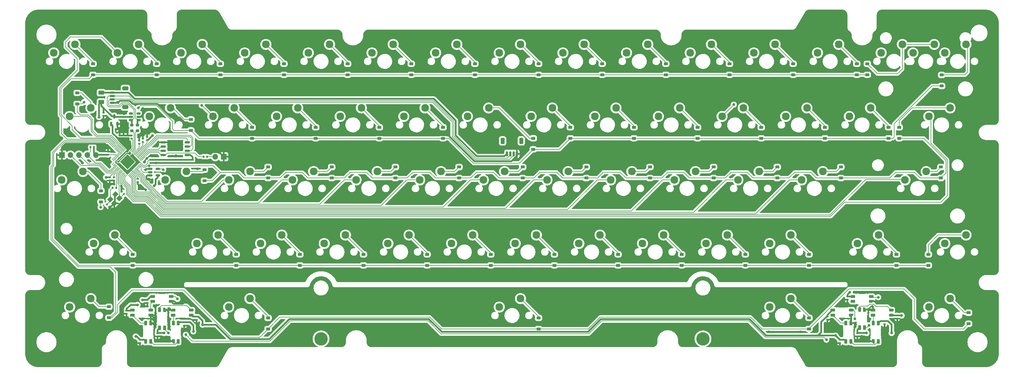
<source format=gbr>
%TF.GenerationSoftware,KiCad,Pcbnew,(7.0.0-0)*%
%TF.CreationDate,2023-06-03T23:19:53-07:00*%
%TF.ProjectId,popstar_plateless,706f7073-7461-4725-9f70-6c6174656c65,rev?*%
%TF.SameCoordinates,Original*%
%TF.FileFunction,Copper,L2,Bot*%
%TF.FilePolarity,Positive*%
%FSLAX46Y46*%
G04 Gerber Fmt 4.6, Leading zero omitted, Abs format (unit mm)*
G04 Created by KiCad (PCBNEW (7.0.0-0)) date 2023-06-03 23:19:53*
%MOMM*%
%LPD*%
G01*
G04 APERTURE LIST*
G04 Aperture macros list*
%AMRoundRect*
0 Rectangle with rounded corners*
0 $1 Rounding radius*
0 $2 $3 $4 $5 $6 $7 $8 $9 X,Y pos of 4 corners*
0 Add a 4 corners polygon primitive as box body*
4,1,4,$2,$3,$4,$5,$6,$7,$8,$9,$2,$3,0*
0 Add four circle primitives for the rounded corners*
1,1,$1+$1,$2,$3*
1,1,$1+$1,$4,$5*
1,1,$1+$1,$6,$7*
1,1,$1+$1,$8,$9*
0 Add four rect primitives between the rounded corners*
20,1,$1+$1,$2,$3,$4,$5,0*
20,1,$1+$1,$4,$5,$6,$7,0*
20,1,$1+$1,$6,$7,$8,$9,0*
20,1,$1+$1,$8,$9,$2,$3,0*%
%AMRotRect*
0 Rectangle, with rotation*
0 The origin of the aperture is its center*
0 $1 length*
0 $2 width*
0 $3 Rotation angle, in degrees counterclockwise*
0 Add horizontal line*
21,1,$1,$2,0,0,$3*%
%AMFreePoly0*
4,1,18,-0.410000,0.593000,-0.403758,0.624380,-0.385983,0.650983,-0.359380,0.668758,-0.328000,0.675000,0.328000,0.675000,0.359380,0.668758,0.385983,0.650983,0.403758,0.624380,0.410000,0.593000,0.410000,-0.593000,0.403758,-0.624380,0.385983,-0.650983,0.359380,-0.668758,0.328000,-0.675000,0.000000,-0.675000,-0.410000,-0.265000,-0.410000,0.593000,-0.410000,0.593000,$1*%
G04 Aperture macros list end*
%TA.AperFunction,ComponentPad*%
%ADD10C,2.300000*%
%TD*%
%TA.AperFunction,ComponentPad*%
%ADD11C,4.000000*%
%TD*%
%TA.AperFunction,SMDPad,CuDef*%
%ADD12RoundRect,0.140000X0.170000X-0.140000X0.170000X0.140000X-0.170000X0.140000X-0.170000X-0.140000X0*%
%TD*%
%TA.AperFunction,SMDPad,CuDef*%
%ADD13RoundRect,0.140000X0.219203X0.021213X0.021213X0.219203X-0.219203X-0.021213X-0.021213X-0.219203X0*%
%TD*%
%TA.AperFunction,ComponentPad*%
%ADD14R,1.700000X1.700000*%
%TD*%
%TA.AperFunction,ComponentPad*%
%ADD15O,1.700000X1.700000*%
%TD*%
%TA.AperFunction,SMDPad,CuDef*%
%ADD16RoundRect,0.225000X0.375000X-0.225000X0.375000X0.225000X-0.375000X0.225000X-0.375000X-0.225000X0*%
%TD*%
%TA.AperFunction,SMDPad,CuDef*%
%ADD17RoundRect,0.150000X-0.650000X-0.150000X0.650000X-0.150000X0.650000X0.150000X-0.650000X0.150000X0*%
%TD*%
%TA.AperFunction,SMDPad,CuDef*%
%ADD18RoundRect,0.200000X-0.275000X0.200000X-0.275000X-0.200000X0.275000X-0.200000X0.275000X0.200000X0*%
%TD*%
%TA.AperFunction,SMDPad,CuDef*%
%ADD19RoundRect,0.150000X-0.150000X-0.625000X0.150000X-0.625000X0.150000X0.625000X-0.150000X0.625000X0*%
%TD*%
%TA.AperFunction,SMDPad,CuDef*%
%ADD20RoundRect,0.250000X-0.350000X-0.650000X0.350000X-0.650000X0.350000X0.650000X-0.350000X0.650000X0*%
%TD*%
%TA.AperFunction,SMDPad,CuDef*%
%ADD21RoundRect,0.140000X-0.170000X0.140000X-0.170000X-0.140000X0.170000X-0.140000X0.170000X0.140000X0*%
%TD*%
%TA.AperFunction,SMDPad,CuDef*%
%ADD22RoundRect,0.050000X0.309359X-0.238649X-0.238649X0.309359X-0.309359X0.238649X0.238649X-0.309359X0*%
%TD*%
%TA.AperFunction,SMDPad,CuDef*%
%ADD23RoundRect,0.050000X0.309359X0.238649X0.238649X0.309359X-0.309359X-0.238649X-0.238649X-0.309359X0*%
%TD*%
%TA.AperFunction,ComponentPad*%
%ADD24C,0.600000*%
%TD*%
%TA.AperFunction,SMDPad,CuDef*%
%ADD25RoundRect,0.144000X2.059095X0.000000X0.000000X2.059095X-2.059095X0.000000X0.000000X-2.059095X0*%
%TD*%
%TA.AperFunction,SMDPad,CuDef*%
%ADD26RoundRect,0.150000X0.150000X-0.512500X0.150000X0.512500X-0.150000X0.512500X-0.150000X-0.512500X0*%
%TD*%
%TA.AperFunction,SMDPad,CuDef*%
%ADD27RoundRect,0.082000X0.593000X-0.328000X0.593000X0.328000X-0.593000X0.328000X-0.593000X-0.328000X0*%
%TD*%
%TA.AperFunction,SMDPad,CuDef*%
%ADD28FreePoly0,90.000000*%
%TD*%
%TA.AperFunction,SMDPad,CuDef*%
%ADD29RoundRect,0.250000X-0.625000X0.375000X-0.625000X-0.375000X0.625000X-0.375000X0.625000X0.375000X0*%
%TD*%
%TA.AperFunction,SMDPad,CuDef*%
%ADD30RoundRect,0.135000X-0.135000X-0.185000X0.135000X-0.185000X0.135000X0.185000X-0.135000X0.185000X0*%
%TD*%
%TA.AperFunction,SMDPad,CuDef*%
%ADD31RoundRect,0.150000X-0.625000X0.150000X-0.625000X-0.150000X0.625000X-0.150000X0.625000X0.150000X0*%
%TD*%
%TA.AperFunction,SMDPad,CuDef*%
%ADD32RoundRect,0.250000X-0.650000X0.350000X-0.650000X-0.350000X0.650000X-0.350000X0.650000X0.350000X0*%
%TD*%
%TA.AperFunction,SMDPad,CuDef*%
%ADD33RoundRect,0.082000X-0.328000X-0.593000X0.328000X-0.593000X0.328000X0.593000X-0.328000X0.593000X0*%
%TD*%
%TA.AperFunction,SMDPad,CuDef*%
%ADD34FreePoly0,0.000000*%
%TD*%
%TA.AperFunction,SMDPad,CuDef*%
%ADD35RoundRect,0.082000X-0.593000X0.328000X-0.593000X-0.328000X0.593000X-0.328000X0.593000X0.328000X0*%
%TD*%
%TA.AperFunction,SMDPad,CuDef*%
%ADD36FreePoly0,270.000000*%
%TD*%
%TA.AperFunction,SMDPad,CuDef*%
%ADD37RoundRect,0.140000X-0.140000X-0.170000X0.140000X-0.170000X0.140000X0.170000X-0.140000X0.170000X0*%
%TD*%
%TA.AperFunction,SMDPad,CuDef*%
%ADD38RoundRect,0.082000X0.328000X0.593000X-0.328000X0.593000X-0.328000X-0.593000X0.328000X-0.593000X0*%
%TD*%
%TA.AperFunction,SMDPad,CuDef*%
%ADD39FreePoly0,180.000000*%
%TD*%
%TA.AperFunction,SMDPad,CuDef*%
%ADD40RotRect,1.400000X1.200000X45.000000*%
%TD*%
%TA.AperFunction,SMDPad,CuDef*%
%ADD41RoundRect,0.140000X0.140000X0.170000X-0.140000X0.170000X-0.140000X-0.170000X0.140000X-0.170000X0*%
%TD*%
%TA.AperFunction,SMDPad,CuDef*%
%ADD42RoundRect,0.140000X-0.219203X-0.021213X-0.021213X-0.219203X0.219203X0.021213X0.021213X0.219203X0*%
%TD*%
%TA.AperFunction,SMDPad,CuDef*%
%ADD43RoundRect,0.135000X0.135000X0.185000X-0.135000X0.185000X-0.135000X-0.185000X0.135000X-0.185000X0*%
%TD*%
%TA.AperFunction,SMDPad,CuDef*%
%ADD44RoundRect,0.150000X0.475000X0.150000X-0.475000X0.150000X-0.475000X-0.150000X0.475000X-0.150000X0*%
%TD*%
%TA.AperFunction,SMDPad,CuDef*%
%ADD45RoundRect,0.150000X-0.512500X-0.150000X0.512500X-0.150000X0.512500X0.150000X-0.512500X0.150000X0*%
%TD*%
%TA.AperFunction,ViaPad*%
%ADD46C,0.800000*%
%TD*%
%TA.AperFunction,ViaPad*%
%ADD47C,0.600000*%
%TD*%
%TA.AperFunction,Conductor*%
%ADD48C,0.200000*%
%TD*%
%TA.AperFunction,Conductor*%
%ADD49C,0.500000*%
%TD*%
G04 APERTURE END LIST*
D10*
%TO.P,SW15,1,1*%
%TO.N,COL13*%
X294640000Y-38735000D03*
%TO.P,SW15,2,2*%
%TO.N,Net-(D26-A)*%
X300990000Y-36195000D03*
%TD*%
%TO.P,SW22,1,1*%
%TO.N,COL05*%
X142240000Y-57785000D03*
%TO.P,SW22,2,2*%
%TO.N,Net-(D32-A)*%
X148590000Y-55245000D03*
%TD*%
%TO.P,SW55,1,1*%
%TO.N,COL12*%
X304165000Y-95885000D03*
%TO.P,SW55,2,2*%
%TO.N,Net-(D65-A)*%
X310515000Y-93345000D03*
%TD*%
%TO.P,SW29,1,1*%
%TO.N,COL12*%
X275590000Y-57785000D03*
%TO.P,SW29,2,2*%
%TO.N,Net-(D39-A)*%
X281940000Y-55245000D03*
%TD*%
%TO.P,SW33,1,1*%
%TO.N,COL03*%
X108902500Y-76835000D03*
%TO.P,SW33,2,2*%
%TO.N,Net-(D43-A)*%
X115252500Y-74295000D03*
%TD*%
%TO.P,SW25,1,1*%
%TO.N,COL08*%
X199390000Y-57785000D03*
%TO.P,SW25,2,2*%
%TO.N,Net-(D35-A)*%
X205740000Y-55245000D03*
%TD*%
%TO.P,SW53,1,1*%
%TO.N,COL10*%
X251777500Y-95885000D03*
%TO.P,SW53,2,2*%
%TO.N,Net-(D63-A)*%
X258127500Y-93345000D03*
%TD*%
%TO.P,SW17,1,1*%
%TO.N,COL00*%
X42227500Y-57785000D03*
%TO.P,SW17,2,2*%
%TO.N,Net-(D27-A)*%
X48577500Y-55245000D03*
%TD*%
%TO.P,SW41,1,1*%
%TO.N,COL11*%
X261302500Y-76835000D03*
%TO.P,SW41,2,2*%
%TO.N,Net-(D51-A)*%
X267652500Y-74295000D03*
%TD*%
%TO.P,SW36,1,1*%
%TO.N,COL06*%
X166052500Y-76835000D03*
%TO.P,SW36,2,2*%
%TO.N,Net-(D46-A)*%
X172402500Y-74295000D03*
%TD*%
%TO.P,SW47,1,1*%
%TO.N,COL04*%
X137477500Y-95885000D03*
%TO.P,SW47,2,2*%
%TO.N,Net-(D57-A)*%
X143827500Y-93345000D03*
%TD*%
%TO.P,SW11,1,1*%
%TO.N,COL09*%
X208915000Y-38735000D03*
%TO.P,SW11,2,2*%
%TO.N,Net-(D22-A)*%
X215265000Y-36195000D03*
%TD*%
%TO.P,SW45,1,1*%
%TO.N,COL02*%
X99377500Y-95885000D03*
%TO.P,SW45,2,2*%
%TO.N,Net-(D55-A)*%
X105727500Y-93345000D03*
%TD*%
%TO.P,SW57,1,1*%
%TO.N,COL02*%
X89852500Y-114935000D03*
%TO.P,SW57,2,2*%
%TO.N,Net-(D67-A)*%
X96202500Y-112395000D03*
%TD*%
%TO.P,SW56,1,1*%
%TO.N,COL00*%
X42227500Y-114935000D03*
%TO.P,SW56,2,2*%
%TO.N,Net-(D66-A)*%
X48577500Y-112395000D03*
%TD*%
%TO.P,SW24,1,1*%
%TO.N,COL07*%
X180340000Y-57785000D03*
%TO.P,SW24,2,2*%
%TO.N,Net-(D34-A)*%
X186690000Y-55245000D03*
%TD*%
%TO.P,SW59,1,1*%
%TO.N,COL10*%
X251777500Y-114935000D03*
%TO.P,SW59,2,2*%
%TO.N,Net-(D69-A)*%
X258127500Y-112395000D03*
%TD*%
%TO.P,SW7,1,1*%
%TO.N,COL05*%
X132715000Y-38735000D03*
%TO.P,SW7,2,2*%
%TO.N,Net-(D18-A)*%
X139065000Y-36195000D03*
%TD*%
%TO.P,SW20,1,1*%
%TO.N,COL03*%
X104140000Y-57785000D03*
%TO.P,SW20,2,2*%
%TO.N,Net-(D30-A)*%
X110490000Y-55245000D03*
%TD*%
%TO.P,SW2,1,1*%
%TO.N,COL00*%
X37465000Y-38735000D03*
%TO.P,SW2,2,2*%
%TO.N,Net-(D13-A)*%
X43815000Y-36195000D03*
%TD*%
%TO.P,SW31,1,1*%
%TO.N,COL01*%
X70802500Y-76835000D03*
%TO.P,SW31,2,2*%
%TO.N,Net-(D41-A)*%
X77152500Y-74295000D03*
%TD*%
%TO.P,SW27,1,1*%
%TO.N,COL10*%
X237490000Y-57785000D03*
%TO.P,SW27,2,2*%
%TO.N,Net-(D37-A)*%
X243840000Y-55245000D03*
%TD*%
%TO.P,SW32,1,1*%
%TO.N,COL02*%
X89852500Y-76835000D03*
%TO.P,SW32,2,2*%
%TO.N,Net-(D42-A)*%
X96202500Y-74295000D03*
%TD*%
%TO.P,SW34,1,1*%
%TO.N,COL04*%
X127952500Y-76835000D03*
%TO.P,SW34,2,2*%
%TO.N,Net-(D44-A)*%
X134302500Y-74295000D03*
%TD*%
%TO.P,SW37,1,1*%
%TO.N,COL07*%
X185102500Y-76835000D03*
%TO.P,SW37,2,2*%
%TO.N,Net-(D47-A)*%
X191452500Y-74295000D03*
%TD*%
%TO.P,SW10,1,1*%
%TO.N,COL08*%
X189865000Y-38735000D03*
%TO.P,SW10,2,2*%
%TO.N,Net-(D21-A)*%
X196215000Y-36195000D03*
%TD*%
%TO.P,SW21,1,1*%
%TO.N,COL04*%
X123190000Y-57785000D03*
%TO.P,SW21,2,2*%
%TO.N,Net-(D31-A)*%
X129540000Y-55245000D03*
%TD*%
%TO.P,SW3,1,1*%
%TO.N,COL01*%
X56515000Y-38735000D03*
%TO.P,SW3,2,2*%
%TO.N,Net-(D14-A)*%
X62865000Y-36195000D03*
%TD*%
%TO.P,SW38,1,1*%
%TO.N,COL08*%
X204152500Y-76835000D03*
%TO.P,SW38,2,2*%
%TO.N,Net-(D48-A)*%
X210502500Y-74295000D03*
%TD*%
%TO.P,SW50,1,1*%
%TO.N,COL07*%
X194627500Y-95885000D03*
%TO.P,SW50,2,2*%
%TO.N,Net-(D60-A)*%
X200977500Y-93345000D03*
%TD*%
%TO.P,SW52,1,1*%
%TO.N,COL09*%
X232727500Y-95885000D03*
%TO.P,SW52,2,2*%
%TO.N,Net-(D62-A)*%
X239077500Y-93345000D03*
%TD*%
%TO.P,SW13,1,1*%
%TO.N,COL11*%
X247015000Y-38735000D03*
%TO.P,SW13,2,2*%
%TO.N,Net-(D24-A)*%
X253365000Y-36195000D03*
%TD*%
%TO.P,SW35,1,1*%
%TO.N,COL05*%
X147002500Y-76835000D03*
%TO.P,SW35,2,2*%
%TO.N,Net-(D45-A)*%
X153352500Y-74295000D03*
%TD*%
%TO.P,SW39,1,1*%
%TO.N,COL09*%
X223202500Y-76835000D03*
%TO.P,SW39,2,2*%
%TO.N,Net-(D49-A)*%
X229552500Y-74295000D03*
%TD*%
%TO.P,SW23,1,1*%
%TO.N,COL06*%
X161290000Y-57785000D03*
%TO.P,SW23,2,2*%
%TO.N,Net-(D33-A)*%
X167640000Y-55245000D03*
%TD*%
%TO.P,SW51,1,1*%
%TO.N,COL08*%
X213677500Y-95885000D03*
%TO.P,SW51,2,2*%
%TO.N,Net-(D61-A)*%
X220027500Y-93345000D03*
%TD*%
%TO.P,SW43,1,1*%
%TO.N,COL00*%
X49371250Y-95885000D03*
%TO.P,SW43,2,2*%
%TO.N,Net-(D53-A)*%
X55721250Y-93345000D03*
%TD*%
%TO.P,SW61,1,1*%
%TO.N,COL13*%
X304165000Y-38735000D03*
%TO.P,SW61,2,2*%
%TO.N,Net-(D71-A)*%
X310515000Y-36195000D03*
%TD*%
%TO.P,SW44,1,1*%
%TO.N,COL01*%
X80327500Y-95885000D03*
%TO.P,SW44,2,2*%
%TO.N,Net-(D54-A)*%
X86677500Y-93345000D03*
%TD*%
%TO.P,SW58,1,1*%
%TO.N,COL06*%
X170815000Y-114935000D03*
%TO.P,SW58,2,2*%
%TO.N,Net-(D68-A)*%
X177165000Y-112395000D03*
%TD*%
D11*
%TO.P,S3,*%
%TO.N,*%
X231775000Y-124460000D03*
X117475000Y-124460000D03*
%TD*%
D10*
%TO.P,SW18,1,1*%
%TO.N,COL01*%
X66040000Y-57785000D03*
%TO.P,SW18,2,2*%
%TO.N,Net-(D28-A)*%
X72390000Y-55245000D03*
%TD*%
%TO.P,SW5,1,1*%
%TO.N,COL03*%
X94615000Y-38735000D03*
%TO.P,SW5,2,2*%
%TO.N,Net-(D16-A)*%
X100965000Y-36195000D03*
%TD*%
%TO.P,SW6,1,1*%
%TO.N,COL04*%
X113665000Y-38735000D03*
%TO.P,SW6,2,2*%
%TO.N,Net-(D17-A)*%
X120015000Y-36195000D03*
%TD*%
%TO.P,SW28,1,1*%
%TO.N,COL11*%
X256540000Y-57785000D03*
%TO.P,SW28,2,2*%
%TO.N,Net-(D38-A)*%
X262890000Y-55245000D03*
%TD*%
%TO.P,SW48,1,1*%
%TO.N,COL05*%
X156527500Y-95885000D03*
%TO.P,SW48,2,2*%
%TO.N,Net-(D58-A)*%
X162877500Y-93345000D03*
%TD*%
%TO.P,SW60,1,1*%
%TO.N,COL13*%
X299402500Y-114935000D03*
%TO.P,SW60,2,2*%
%TO.N,Net-(D70-A)*%
X305752500Y-112395000D03*
%TD*%
%TO.P,SW49,1,1*%
%TO.N,COL06*%
X175577500Y-95885000D03*
%TO.P,SW49,2,2*%
%TO.N,Net-(D59-A)*%
X181927500Y-93345000D03*
%TD*%
%TO.P,SW30,1,1*%
%TO.N,COL00*%
X39846250Y-76835000D03*
%TO.P,SW30,2,2*%
%TO.N,Net-(D40-A)*%
X46196250Y-74295000D03*
%TD*%
%TO.P,SW26,1,1*%
%TO.N,COL09*%
X218440000Y-57785000D03*
%TO.P,SW26,2,2*%
%TO.N,Net-(D36-A)*%
X224790000Y-55245000D03*
%TD*%
%TO.P,SW62,1,1*%
%TO.N,COL13*%
X299402500Y-57785000D03*
%TO.P,SW62,2,2*%
%TO.N,Net-(D72-A)*%
X305752500Y-55245000D03*
%TD*%
%TO.P,SW16,1,1*%
%TO.N,COL13*%
X285115000Y-38735000D03*
%TO.P,SW16,2,2*%
%TO.N,Net-(D26-A)*%
X291465000Y-36195000D03*
%TD*%
%TO.P,SW14,1,1*%
%TO.N,COL12*%
X266065000Y-38735000D03*
%TO.P,SW14,2,2*%
%TO.N,Net-(D25-A)*%
X272415000Y-36195000D03*
%TD*%
%TO.P,SW46,1,1*%
%TO.N,COL03*%
X118427500Y-95885000D03*
%TO.P,SW46,2,2*%
%TO.N,Net-(D56-A)*%
X124777500Y-93345000D03*
%TD*%
%TO.P,SW40,1,1*%
%TO.N,COL10*%
X242252500Y-76835000D03*
%TO.P,SW40,2,2*%
%TO.N,Net-(D50-A)*%
X248602500Y-74295000D03*
%TD*%
%TO.P,SW12,1,1*%
%TO.N,COL10*%
X227965000Y-38735000D03*
%TO.P,SW12,2,2*%
%TO.N,Net-(D23-A)*%
X234315000Y-36195000D03*
%TD*%
%TO.P,SW9,1,1*%
%TO.N,COL07*%
X170815000Y-38735000D03*
%TO.P,SW9,2,2*%
%TO.N,Net-(D20-A)*%
X177165000Y-36195000D03*
%TD*%
%TO.P,SW19,1,1*%
%TO.N,COL02*%
X85090000Y-57785000D03*
%TO.P,SW19,2,2*%
%TO.N,Net-(D29-A)*%
X91440000Y-55245000D03*
%TD*%
%TO.P,SW42,1,1*%
%TO.N,COL12*%
X292258750Y-76835000D03*
%TO.P,SW42,2,2*%
%TO.N,Net-(D52-A)*%
X298608750Y-74295000D03*
%TD*%
%TO.P,SW4,1,1*%
%TO.N,COL02*%
X75565000Y-38735000D03*
%TO.P,SW4,2,2*%
%TO.N,Net-(D15-A)*%
X81915000Y-36195000D03*
%TD*%
%TO.P,SW8,1,1*%
%TO.N,COL06*%
X151765000Y-38735000D03*
%TO.P,SW8,2,2*%
%TO.N,Net-(D19-A)*%
X158115000Y-36195000D03*
%TD*%
%TO.P,SW54,1,1*%
%TO.N,COL11*%
X277971250Y-95885000D03*
%TO.P,SW54,2,2*%
%TO.N,Net-(D64-A)*%
X284321250Y-93345000D03*
%TD*%
D12*
%TO.P,C4,1*%
%TO.N,+3V3*%
X57200000Y-64480000D03*
%TO.P,C4,2*%
%TO.N,GND*%
X57200000Y-63520000D03*
%TD*%
D13*
%TO.P,C14,1*%
%TO.N,GND*%
X54057411Y-84871411D03*
%TO.P,C14,2*%
%TO.N,/XTAL_O*%
X53378589Y-84192589D03*
%TD*%
D14*
%TO.P,J2,1,Pin_1*%
%TO.N,GND*%
X39919999Y-69341999D03*
D15*
%TO.P,J2,2,Pin_2*%
%TO.N,SWCLK*%
X42459999Y-69341999D03*
%TO.P,J2,3,Pin_3*%
%TO.N,SWD*%
X44999999Y-69341999D03*
%TO.P,J2,4,Pin_4*%
%TO.N,~{RESET}*%
X47539999Y-69341999D03*
%TO.P,J2,5,Pin_5*%
%TO.N,+3V3*%
X50079999Y-69341999D03*
%TD*%
D16*
%TO.P,D60,1,K*%
%TO.N,ROW3*%
X206375000Y-102456250D03*
%TO.P,D60,2,A*%
%TO.N,Net-(D60-A)*%
X206375000Y-99156250D03*
%TD*%
%TO.P,D53,1,K*%
%TO.N,ROW3*%
X61118750Y-102456250D03*
%TO.P,D53,2,A*%
%TO.N,Net-(D53-A)*%
X61118750Y-99156250D03*
%TD*%
D17*
%TO.P,U4,1,~{CS}*%
%TO.N,CS*%
X70218750Y-69373750D03*
%TO.P,U4,2,DO(IO1)*%
%TO.N,SD1*%
X70218750Y-68103750D03*
%TO.P,U4,3,IO2*%
%TO.N,SD2*%
X70218750Y-66833750D03*
%TO.P,U4,4,GND*%
%TO.N,GND*%
X70218750Y-65563750D03*
%TO.P,U4,5,DI(IO0)*%
%TO.N,SD0*%
X77418750Y-65563750D03*
%TO.P,U4,6,CLK*%
%TO.N,QSPI_CLK*%
X77418750Y-66833750D03*
%TO.P,U4,7,IO3*%
%TO.N,SD3*%
X77418750Y-68103750D03*
%TO.P,U4,8,VCC*%
%TO.N,+3V3*%
X77418750Y-69373750D03*
%TD*%
D16*
%TO.P,D28,1,K*%
%TO.N,ROW1*%
X78500000Y-61975000D03*
%TO.P,D28,2,A*%
%TO.N,Net-(D28-A)*%
X78500000Y-58675000D03*
%TD*%
%TO.P,D34,1,K*%
%TO.N,ROW1*%
X192087500Y-64356250D03*
%TO.P,D34,2,A*%
%TO.N,Net-(D34-A)*%
X192087500Y-61056250D03*
%TD*%
%TO.P,D19,1,K*%
%TO.N,ROW0*%
X163512500Y-45306250D03*
%TO.P,D19,2,A*%
%TO.N,Net-(D19-A)*%
X163512500Y-42006250D03*
%TD*%
%TO.P,D26,1,K*%
%TO.N,ROW0*%
X280987500Y-45306250D03*
%TO.P,D26,2,A*%
%TO.N,Net-(D26-A)*%
X280987500Y-42006250D03*
%TD*%
%TO.P,D18,1,K*%
%TO.N,ROW0*%
X144462500Y-45306250D03*
%TO.P,D18,2,A*%
%TO.N,Net-(D18-A)*%
X144462500Y-42006250D03*
%TD*%
D18*
%TO.P,R2,1*%
%TO.N,D_P*%
X62484000Y-60425000D03*
%TO.P,R2,2*%
%TO.N,/D_+*%
X62484000Y-62075000D03*
%TD*%
D19*
%TO.P,J1,1,Pin_1*%
%TO.N,VBUS*%
X173100000Y-69000000D03*
%TO.P,J1,2,Pin_2*%
%TO.N,D_N*%
X174100000Y-69000000D03*
%TO.P,J1,3,Pin_3*%
%TO.N,D_P*%
X175100000Y-69000000D03*
%TO.P,J1,4,Pin_4*%
%TO.N,GND*%
X176100000Y-69000000D03*
D20*
%TO.P,J1,MP*%
%TO.N,N/C*%
X171800000Y-65125000D03*
X177400000Y-65125000D03*
%TD*%
D16*
%TO.P,D22,1,K*%
%TO.N,ROW0*%
X220662500Y-45306250D03*
%TO.P,D22,2,A*%
%TO.N,Net-(D22-A)*%
X220662500Y-42006250D03*
%TD*%
D21*
%TO.P,C23,1*%
%TO.N,5V*%
X80250000Y-117820000D03*
%TO.P,C23,2*%
%TO.N,GND*%
X80250000Y-118780000D03*
%TD*%
D16*
%TO.P,D72,1,K*%
%TO.N,ROW2*%
X290512500Y-64356250D03*
%TO.P,D72,2,A*%
%TO.N,Net-(D72-A)*%
X290512500Y-61056250D03*
%TD*%
%TO.P,D51,1,K*%
%TO.N,ROW2*%
X273050000Y-76262500D03*
%TO.P,D51,2,A*%
%TO.N,Net-(D51-A)*%
X273050000Y-72962500D03*
%TD*%
%TO.P,D31,1,K*%
%TO.N,ROW1*%
X134937500Y-64356250D03*
%TO.P,D31,2,A*%
%TO.N,Net-(D31-A)*%
X134937500Y-61056250D03*
%TD*%
%TO.P,D27,1,K*%
%TO.N,ROW1*%
X44450000Y-54037500D03*
%TO.P,D27,2,A*%
%TO.N,Net-(D27-A)*%
X44450000Y-50737500D03*
%TD*%
%TO.P,D54,1,K*%
%TO.N,ROW3*%
X92075000Y-102456250D03*
%TO.P,D54,2,A*%
%TO.N,Net-(D54-A)*%
X92075000Y-99156250D03*
%TD*%
D21*
%TO.P,C5,1*%
%TO.N,+3V3*%
X66421000Y-70767000D03*
%TO.P,C5,2*%
%TO.N,GND*%
X66421000Y-71727000D03*
%TD*%
D16*
%TO.P,D67,1,K*%
%TO.N,ROW4*%
X101600000Y-121506250D03*
%TO.P,D67,2,A*%
%TO.N,Net-(D67-A)*%
X101600000Y-118206250D03*
%TD*%
%TO.P,D40,1,K*%
%TO.N,ROW2*%
X51593750Y-83406250D03*
%TO.P,D40,2,A*%
%TO.N,Net-(D40-A)*%
X51593750Y-80106250D03*
%TD*%
%TO.P,D46,1,K*%
%TO.N,ROW2*%
X177800000Y-76262500D03*
%TO.P,D46,2,A*%
%TO.N,Net-(D46-A)*%
X177800000Y-72962500D03*
%TD*%
%TO.P,D42,1,K*%
%TO.N,ROW2*%
X101600000Y-76262500D03*
%TO.P,D42,2,A*%
%TO.N,Net-(D42-A)*%
X101600000Y-72962500D03*
%TD*%
%TO.P,D17,1,K*%
%TO.N,ROW0*%
X125412500Y-45306250D03*
%TO.P,D17,2,A*%
%TO.N,Net-(D17-A)*%
X125412500Y-42006250D03*
%TD*%
%TO.P,D41,1,K*%
%TO.N,ROW2*%
X82550000Y-77056250D03*
%TO.P,D41,2,A*%
%TO.N,Net-(D41-A)*%
X82550000Y-73756250D03*
%TD*%
%TO.P,D69,1,K*%
%TO.N,ROW4*%
X263525000Y-121506250D03*
%TO.P,D69,2,A*%
%TO.N,Net-(D69-A)*%
X263525000Y-118206250D03*
%TD*%
D22*
%TO.P,U6,1,IOVDD*%
%TO.N,+3V3*%
X63800407Y-72029702D03*
%TO.P,U6,2,GPIO0*%
%TO.N,ROW2*%
X63517564Y-72312545D03*
%TO.P,U6,3,GPIO1*%
%TO.N,ARGB_3V3*%
X63234722Y-72595387D03*
%TO.P,U6,4,GPIO2*%
%TO.N,unconnected-(U6-GPIO2-Pad4)*%
X62951879Y-72878230D03*
%TO.P,U6,5,GPIO3*%
%TO.N,unconnected-(U6-GPIO3-Pad5)*%
X62669036Y-73161073D03*
%TO.P,U6,6,GPIO4*%
%TO.N,COL02*%
X62386194Y-73443915D03*
%TO.P,U6,7,GPIO5*%
%TO.N,COL03*%
X62103351Y-73726758D03*
%TO.P,U6,8,GPIO6*%
%TO.N,COL04*%
X61820508Y-74009601D03*
%TO.P,U6,9,GPIO7*%
%TO.N,COL05*%
X61537665Y-74292444D03*
%TO.P,U6,10,IOVDD*%
%TO.N,+3V3*%
X61254823Y-74575286D03*
%TO.P,U6,11,GPIO8*%
%TO.N,COL06*%
X60971980Y-74858129D03*
%TO.P,U6,12,GPIO9*%
%TO.N,COL07*%
X60689137Y-75140972D03*
%TO.P,U6,13,GPIO10*%
%TO.N,COL08*%
X60406295Y-75423814D03*
%TO.P,U6,14,GPIO11*%
%TO.N,COL09*%
X60123452Y-75706657D03*
D23*
%TO.P,U6,15,GPIO12*%
%TO.N,COL10*%
X58939048Y-75706657D03*
%TO.P,U6,16,GPIO13*%
%TO.N,COL11*%
X58656205Y-75423814D03*
%TO.P,U6,17,GPIO14*%
%TO.N,COL12*%
X58373363Y-75140972D03*
%TO.P,U6,18,GPIO15*%
%TO.N,COL13*%
X58090520Y-74858129D03*
%TO.P,U6,19,TESTEN*%
%TO.N,GND*%
X57807677Y-74575286D03*
%TO.P,U6,20,XTAL_IN*%
%TO.N,XTAL_IN*%
X57524835Y-74292444D03*
%TO.P,U6,21,XTAL_OUT*%
%TO.N,XTAL_OUT*%
X57241992Y-74009601D03*
%TO.P,U6,22,IOVDD*%
%TO.N,+3V3*%
X56959149Y-73726758D03*
%TO.P,U6,23,DVDD*%
%TO.N,+1V1*%
X56676306Y-73443915D03*
%TO.P,U6,24,SWCLK*%
%TO.N,SWCLK*%
X56393464Y-73161073D03*
%TO.P,U6,25,SWDIO*%
%TO.N,SWD*%
X56110621Y-72878230D03*
%TO.P,U6,26,~{RUN}*%
%TO.N,~{RESET}*%
X55827778Y-72595387D03*
%TO.P,U6,27,GPIO16*%
%TO.N,unconnected-(U6-GPIO16-Pad27)*%
X55544936Y-72312545D03*
%TO.P,U6,28,GPIO17*%
%TO.N,unconnected-(U6-GPIO17-Pad28)*%
X55262093Y-72029702D03*
D22*
%TO.P,U6,29,GPIO18*%
%TO.N,unconnected-(U6-GPIO18-Pad29)*%
X55262093Y-70845298D03*
%TO.P,U6,30,GPIO19*%
%TO.N,unconnected-(U6-GPIO19-Pad30)*%
X55544936Y-70562455D03*
%TO.P,U6,31,GPIO20*%
%TO.N,unconnected-(U6-GPIO20-Pad31)*%
X55827778Y-70279613D03*
%TO.P,U6,32,GPIO21*%
%TO.N,unconnected-(U6-GPIO21-Pad32)*%
X56110621Y-69996770D03*
%TO.P,U6,33,IOVDD*%
%TO.N,+3V3*%
X56393464Y-69713927D03*
%TO.P,U6,34,GPIO22*%
%TO.N,unconnected-(U6-GPIO22-Pad34)*%
X56676306Y-69431085D03*
%TO.P,U6,35,GPIO23*%
%TO.N,unconnected-(U6-GPIO23-Pad35)*%
X56959149Y-69148242D03*
%TO.P,U6,36,GPIO24*%
%TO.N,ROW3*%
X57241992Y-68865399D03*
%TO.P,U6,37,GPIO25*%
%TO.N,ROW4*%
X57524835Y-68582556D03*
%TO.P,U6,38,GPIO26/ADC0*%
%TO.N,COL01*%
X57807677Y-68299714D03*
%TO.P,U6,39,GPIO27/ADC1*%
%TO.N,ROW0*%
X58090520Y-68016871D03*
%TO.P,U6,40,GPIO28/ADC2*%
%TO.N,COL00*%
X58373363Y-67734028D03*
%TO.P,U6,41,GPIO29/ADC3*%
%TO.N,ROW1*%
X58656205Y-67451186D03*
%TO.P,U6,42,IOVDD*%
%TO.N,+3V3*%
X58939048Y-67168343D03*
D23*
%TO.P,U6,43,ADC_AVDD*%
X60123452Y-67168343D03*
%TO.P,U6,44,VREG_VIN*%
X60406295Y-67451186D03*
%TO.P,U6,45,VREG_VOUT*%
%TO.N,+1V1*%
X60689137Y-67734028D03*
%TO.P,U6,46,D-*%
%TO.N,/D_-*%
X60971980Y-68016871D03*
%TO.P,U6,47,D+*%
%TO.N,/D_+*%
X61254823Y-68299714D03*
%TO.P,U6,48,USB_VDD*%
%TO.N,+3V3*%
X61537665Y-68582556D03*
%TO.P,U6,49,IOVDD*%
X61820508Y-68865399D03*
%TO.P,U6,50,DVDD*%
%TO.N,+1V1*%
X62103351Y-69148242D03*
%TO.P,U6,51,QSPI_SD3*%
%TO.N,SD3*%
X62386194Y-69431085D03*
%TO.P,U6,52,QSPI_SCLK*%
%TO.N,QSPI_CLK*%
X62669036Y-69713927D03*
%TO.P,U6,53,QSPI_SD0*%
%TO.N,SD0*%
X62951879Y-69996770D03*
%TO.P,U6,54,QSPI_SD2*%
%TO.N,SD2*%
X63234722Y-70279613D03*
%TO.P,U6,55,QSPI_SD1*%
%TO.N,SD1*%
X63517564Y-70562455D03*
%TO.P,U6,56,QSPI_SS_N*%
%TO.N,CS*%
X63800407Y-70845298D03*
D24*
%TO.P,U6,57,GND*%
%TO.N,GND*%
X59531250Y-73240622D03*
X60432811Y-72339061D03*
X61334372Y-71437500D03*
X58629689Y-72339061D03*
X59531250Y-71437500D03*
D25*
X59531250Y-71437500D03*
D24*
X60432811Y-70535939D03*
X57728128Y-71437500D03*
X58629689Y-70535939D03*
X59531250Y-69634378D03*
%TD*%
D16*
%TO.P,D37,1,K*%
%TO.N,ROW1*%
X249237500Y-64356250D03*
%TO.P,D37,2,A*%
%TO.N,Net-(D37-A)*%
X249237500Y-61056250D03*
%TD*%
%TO.P,D15,1,K*%
%TO.N,ROW0*%
X87312500Y-45306250D03*
%TO.P,D15,2,A*%
%TO.N,Net-(D15-A)*%
X87312500Y-42006250D03*
%TD*%
D12*
%TO.P,C10,1*%
%TO.N,+3V3*%
X59600000Y-64480000D03*
%TO.P,C10,2*%
%TO.N,GND*%
X59600000Y-63520000D03*
%TD*%
D16*
%TO.P,D35,1,K*%
%TO.N,ROW1*%
X211137500Y-64356250D03*
%TO.P,D35,2,A*%
%TO.N,Net-(D35-A)*%
X211137500Y-61056250D03*
%TD*%
D26*
%TO.P,U2,1,GND*%
%TO.N,GND*%
X56512500Y-60065500D03*
%TO.P,U2,2,VO*%
%TO.N,+3V3*%
X54612500Y-60065500D03*
%TO.P,U2,3,VI*%
%TO.N,5V*%
X55562500Y-57790500D03*
%TD*%
D16*
%TO.P,D44,1,K*%
%TO.N,ROW2*%
X139700000Y-76262500D03*
%TO.P,D44,2,A*%
%TO.N,Net-(D44-A)*%
X139700000Y-72962500D03*
%TD*%
D21*
%TO.P,C25,1*%
%TO.N,5V*%
X269000000Y-117770000D03*
%TO.P,C25,2*%
%TO.N,GND*%
X269000000Y-118730000D03*
%TD*%
D12*
%TO.P,C11,1*%
%TO.N,+3V3*%
X62992000Y-66012000D03*
%TO.P,C11,2*%
%TO.N,GND*%
X62992000Y-65052000D03*
%TD*%
D16*
%TO.P,D56,1,K*%
%TO.N,ROW3*%
X130175000Y-102456250D03*
%TO.P,D56,2,A*%
%TO.N,Net-(D56-A)*%
X130175000Y-99156250D03*
%TD*%
D27*
%TO.P,D12,1,VDD*%
%TO.N,5V*%
X276675000Y-111750000D03*
%TO.P,D12,2,DOUT*%
%TO.N,unconnected-(D12-DOUT-Pad2)*%
X276675000Y-113250000D03*
%TO.P,D12,3,DIN*%
%TO.N,Net-(D11-DOUT)*%
X282125000Y-111750000D03*
D28*
%TO.P,D12,4,VSS*%
%TO.N,GND*%
X282124999Y-113249999D03*
%TD*%
D27*
%TO.P,D1,1,VDD*%
%TO.N,5V*%
X67125000Y-111750000D03*
%TO.P,D1,2,DOUT*%
%TO.N,Net-(D1-DOUT)*%
X67125000Y-113250000D03*
%TO.P,D1,3,DIN*%
%TO.N,ARGB_5V*%
X72575000Y-111750000D03*
D28*
%TO.P,D1,4,VSS*%
%TO.N,GND*%
X72574999Y-113249999D03*
%TD*%
D16*
%TO.P,D30,1,K*%
%TO.N,ROW1*%
X115887500Y-64356250D03*
%TO.P,D30,2,A*%
%TO.N,Net-(D30-A)*%
X115887500Y-61056250D03*
%TD*%
%TO.P,D49,1,K*%
%TO.N,ROW2*%
X234950000Y-76262500D03*
%TO.P,D49,2,A*%
%TO.N,Net-(D49-A)*%
X234950000Y-72962500D03*
%TD*%
D27*
%TO.P,D2,1,VDD*%
%TO.N,5V*%
X61025000Y-115850000D03*
%TO.P,D2,2,DOUT*%
%TO.N,Net-(D2-DOUT)*%
X61025000Y-117350000D03*
%TO.P,D2,3,DIN*%
%TO.N,Net-(D1-DOUT)*%
X66475000Y-115850000D03*
D28*
%TO.P,D2,4,VSS*%
%TO.N,GND*%
X66474999Y-117349999D03*
%TD*%
D16*
%TO.P,D43,1,K*%
%TO.N,ROW2*%
X120650000Y-76262500D03*
%TO.P,D43,2,A*%
%TO.N,Net-(D43-A)*%
X120650000Y-72962500D03*
%TD*%
%TO.P,D58,1,K*%
%TO.N,ROW3*%
X168275000Y-102456250D03*
%TO.P,D58,2,A*%
%TO.N,Net-(D58-A)*%
X168275000Y-99156250D03*
%TD*%
D21*
%TO.P,C24,1*%
%TO.N,5V*%
X68500000Y-122770000D03*
%TO.P,C24,2*%
%TO.N,GND*%
X68500000Y-123730000D03*
%TD*%
D12*
%TO.P,C6,1*%
%TO.N,+3V3*%
X58400000Y-64480000D03*
%TO.P,C6,2*%
%TO.N,GND*%
X58400000Y-63520000D03*
%TD*%
D29*
%TO.P,F1,1*%
%TO.N,VBUS*%
X51689000Y-50670000D03*
%TO.P,F1,2*%
%TO.N,5V*%
X51689000Y-53470000D03*
%TD*%
D16*
%TO.P,D63,1,K*%
%TO.N,ROW3*%
X263525000Y-102456250D03*
%TO.P,D63,2,A*%
%TO.N,Net-(D63-A)*%
X263525000Y-99156250D03*
%TD*%
%TO.P,D16,1,K*%
%TO.N,ROW0*%
X106362500Y-45306250D03*
%TO.P,D16,2,A*%
%TO.N,Net-(D16-A)*%
X106362500Y-42006250D03*
%TD*%
%TO.P,D29,1,K*%
%TO.N,ROW1*%
X96837500Y-64356250D03*
%TO.P,D29,2,A*%
%TO.N,Net-(D29-A)*%
X96837500Y-61056250D03*
%TD*%
D12*
%TO.P,C2,1*%
%TO.N,+1V1*%
X60770000Y-64480000D03*
%TO.P,C2,2*%
%TO.N,GND*%
X60770000Y-63520000D03*
%TD*%
D21*
%TO.P,C19,1*%
%TO.N,5V*%
X65500000Y-112770000D03*
%TO.P,C19,2*%
%TO.N,GND*%
X65500000Y-113730000D03*
%TD*%
D30*
%TO.P,R4,1*%
%TO.N,/XTAL_O*%
X55113000Y-79198000D03*
%TO.P,R4,2*%
%TO.N,XTAL_OUT*%
X56133000Y-79198000D03*
%TD*%
D16*
%TO.P,D38,1,K*%
%TO.N,ROW1*%
X268287500Y-64356250D03*
%TO.P,D38,2,A*%
%TO.N,Net-(D38-A)*%
X268287500Y-61056250D03*
%TD*%
D21*
%TO.P,C20,1*%
%TO.N,5V*%
X59250000Y-116020000D03*
%TO.P,C20,2*%
%TO.N,GND*%
X59250000Y-116980000D03*
%TD*%
D31*
%TO.P,J1,1,Pin_1*%
%TO.N,VBUS*%
X55023000Y-50697000D03*
%TO.P,J1,2,Pin_2*%
%TO.N,D_N*%
X55023000Y-51697000D03*
%TO.P,J1,3,Pin_3*%
%TO.N,D_P*%
X55023000Y-52697000D03*
%TO.P,J1,4,Pin_4*%
%TO.N,GND*%
X55023000Y-53697000D03*
D32*
%TO.P,J1,MP*%
%TO.N,N/C*%
X58898000Y-49397000D03*
X58898000Y-54997000D03*
%TD*%
D16*
%TO.P,D55,1,K*%
%TO.N,ROW3*%
X111125000Y-102456250D03*
%TO.P,D55,2,A*%
%TO.N,Net-(D55-A)*%
X111125000Y-99156250D03*
%TD*%
%TO.P,D68,1,K*%
%TO.N,ROW4*%
X182562500Y-121506250D03*
%TO.P,D68,2,A*%
%TO.N,Net-(D68-A)*%
X182562500Y-118206250D03*
%TD*%
%TO.P,D62,1,K*%
%TO.N,ROW3*%
X244475000Y-102456250D03*
%TO.P,D62,2,A*%
%TO.N,Net-(D62-A)*%
X244475000Y-99156250D03*
%TD*%
D21*
%TO.P,C27,1*%
%TO.N,5V*%
X286100000Y-119120000D03*
%TO.P,C27,2*%
%TO.N,GND*%
X286100000Y-120080000D03*
%TD*%
%TO.P,C3,1*%
%TO.N,+1V1*%
X54229000Y-76033750D03*
%TO.P,C3,2*%
%TO.N,GND*%
X54229000Y-76993750D03*
%TD*%
D16*
%TO.P,D47,1,K*%
%TO.N,ROW2*%
X196850000Y-76262500D03*
%TO.P,D47,2,A*%
%TO.N,Net-(D47-A)*%
X196850000Y-72962500D03*
%TD*%
%TO.P,D21,1,K*%
%TO.N,ROW0*%
X201612500Y-45306250D03*
%TO.P,D21,2,A*%
%TO.N,Net-(D21-A)*%
X201612500Y-42006250D03*
%TD*%
D21*
%TO.P,C12,1*%
%TO.N,+3V3*%
X62611000Y-76520000D03*
%TO.P,C12,2*%
%TO.N,GND*%
X62611000Y-77480000D03*
%TD*%
D12*
%TO.P,C1,1*%
%TO.N,+1V1*%
X65405000Y-64869000D03*
%TO.P,C1,2*%
%TO.N,GND*%
X65405000Y-63909000D03*
%TD*%
D33*
%TO.P,D4,1,VDD*%
%TO.N,5V*%
X74750000Y-119775000D03*
%TO.P,D4,2,DOUT*%
%TO.N,Net-(D4-DOUT)*%
X73250000Y-119775000D03*
%TO.P,D4,3,DIN*%
%TO.N,Net-(D3-DOUT)*%
X74750000Y-125225000D03*
D34*
%TO.P,D4,4,VSS*%
%TO.N,GND*%
X73249999Y-125224999D03*
%TD*%
D35*
%TO.P,D5,1,VDD*%
%TO.N,5V*%
X78625000Y-117350000D03*
%TO.P,D5,2,DOUT*%
%TO.N,Net-(D5-DOUT)*%
X78625000Y-115850000D03*
%TO.P,D5,3,DIN*%
%TO.N,Net-(D4-DOUT)*%
X73175000Y-117350000D03*
D36*
%TO.P,D5,4,VSS*%
%TO.N,GND*%
X73174999Y-115849999D03*
%TD*%
D37*
%TO.P,C16,1*%
%TO.N,+3V3*%
X55082500Y-61690250D03*
%TO.P,C16,2*%
%TO.N,GND*%
X56042500Y-61690250D03*
%TD*%
D38*
%TO.P,D8,1,VDD*%
%TO.N,5V*%
X274550000Y-125225000D03*
%TO.P,D8,2,DOUT*%
%TO.N,Net-(D8-DOUT)*%
X276050000Y-125225000D03*
%TO.P,D8,3,DIN*%
%TO.N,Net-(D7-DOUT)*%
X274550000Y-119775000D03*
D39*
%TO.P,D8,4,VSS*%
%TO.N,GND*%
X276049999Y-119774999D03*
%TD*%
D16*
%TO.P,D39,1,K*%
%TO.N,ROW1*%
X287337500Y-64356250D03*
%TO.P,D39,2,A*%
%TO.N,Net-(D39-A)*%
X287337500Y-61056250D03*
%TD*%
%TO.P,D45,1,K*%
%TO.N,ROW2*%
X158750000Y-76262500D03*
%TO.P,D45,2,A*%
%TO.N,Net-(D45-A)*%
X158750000Y-72962500D03*
%TD*%
%TO.P,D70,1,K*%
%TO.N,ROW4*%
X311300000Y-119950000D03*
%TO.P,D70,2,A*%
%TO.N,Net-(D70-A)*%
X311300000Y-116650000D03*
%TD*%
D21*
%TO.P,C26,1*%
%TO.N,5V*%
X272750000Y-124770000D03*
%TO.P,C26,2*%
%TO.N,GND*%
X272750000Y-125730000D03*
%TD*%
D27*
%TO.P,D7,1,VDD*%
%TO.N,5V*%
X270675000Y-115850000D03*
%TO.P,D7,2,DOUT*%
%TO.N,Net-(D7-DOUT)*%
X270675000Y-117350000D03*
%TO.P,D7,3,DIN*%
%TO.N,Net-(D6-DOUT)*%
X276125000Y-115850000D03*
D28*
%TO.P,D7,4,VSS*%
%TO.N,GND*%
X276124999Y-117349999D03*
%TD*%
D12*
%TO.P,C8,1*%
%TO.N,+3V3*%
X53721000Y-69314000D03*
%TO.P,C8,2*%
%TO.N,GND*%
X53721000Y-68354000D03*
%TD*%
D16*
%TO.P,D61,1,K*%
%TO.N,ROW3*%
X225425000Y-102456250D03*
%TO.P,D61,2,A*%
%TO.N,Net-(D61-A)*%
X225425000Y-99156250D03*
%TD*%
%TO.P,D32,1,K*%
%TO.N,ROW1*%
X153987500Y-64356250D03*
%TO.P,D32,2,A*%
%TO.N,Net-(D32-A)*%
X153987500Y-61056250D03*
%TD*%
D21*
%TO.P,C15,1*%
%TO.N,5V*%
X52387500Y-56670000D03*
%TO.P,C15,2*%
%TO.N,GND*%
X52387500Y-57630000D03*
%TD*%
D16*
%TO.P,D13,1,K*%
%TO.N,ROW0*%
X49212500Y-45306250D03*
%TO.P,D13,2,A*%
%TO.N,Net-(D13-A)*%
X49212500Y-42006250D03*
%TD*%
%TO.P,D64,1,K*%
%TO.N,ROW3*%
X289718750Y-102456250D03*
%TO.P,D64,2,A*%
%TO.N,Net-(D64-A)*%
X289718750Y-99156250D03*
%TD*%
D40*
%TO.P,Y1,1,1*%
%TO.N,/XTAL_O*%
X54371141Y-82676776D03*
%TO.P,Y1,2,2*%
%TO.N,GND*%
X55926776Y-81121141D03*
%TO.P,Y1,3,3*%
%TO.N,XTAL_IN*%
X57128857Y-82323222D03*
%TO.P,Y1,4,4*%
%TO.N,GND*%
X55573222Y-83878857D03*
%TD*%
D41*
%TO.P,C18,1*%
%TO.N,5V*%
X67980000Y-76750000D03*
%TO.P,C18,2*%
%TO.N,GND*%
X67020000Y-76750000D03*
%TD*%
D42*
%TO.P,C13,1*%
%TO.N,GND*%
X57823589Y-80382589D03*
%TO.P,C13,2*%
%TO.N,XTAL_IN*%
X58502411Y-81061411D03*
%TD*%
D38*
%TO.P,D11,1,VDD*%
%TO.N,5V*%
X278650000Y-121125000D03*
%TO.P,D11,2,DOUT*%
%TO.N,Net-(D11-DOUT)*%
X280150000Y-121125000D03*
%TO.P,D11,3,DIN*%
%TO.N,Net-(D10-DOUT)*%
X278650000Y-115675000D03*
D39*
%TO.P,D11,4,VSS*%
%TO.N,GND*%
X280149999Y-115674999D03*
%TD*%
D21*
%TO.P,C21,1*%
%TO.N,5V*%
X63250000Y-124770000D03*
%TO.P,C21,2*%
%TO.N,GND*%
X63250000Y-125730000D03*
%TD*%
D16*
%TO.P,D57,1,K*%
%TO.N,ROW3*%
X149225000Y-102456250D03*
%TO.P,D57,2,A*%
%TO.N,Net-(D57-A)*%
X149225000Y-99156250D03*
%TD*%
%TO.P,D36,1,K*%
%TO.N,ROW1*%
X230187500Y-64356250D03*
%TO.P,D36,2,A*%
%TO.N,Net-(D36-A)*%
X230187500Y-61056250D03*
%TD*%
D14*
%TO.P,SW1,1,1*%
%TO.N,GND*%
X88336249Y-69874999D03*
D15*
%TO.P,SW1,2,2*%
%TO.N,/~{USB_BOOT}*%
X85796249Y-69874999D03*
%TD*%
D16*
%TO.P,D33,1,K*%
%TO.N,ROW1*%
X181000000Y-67650000D03*
%TO.P,D33,2,A*%
%TO.N,Net-(D33-A)*%
X181000000Y-64350000D03*
%TD*%
%TO.P,D14,1,K*%
%TO.N,ROW0*%
X68262500Y-45306250D03*
%TO.P,D14,2,A*%
%TO.N,Net-(D14-A)*%
X68262500Y-42006250D03*
%TD*%
%TO.P,D50,1,K*%
%TO.N,ROW2*%
X254000000Y-76262500D03*
%TO.P,D50,2,A*%
%TO.N,Net-(D50-A)*%
X254000000Y-72962500D03*
%TD*%
D21*
%TO.P,C22,1*%
%TO.N,5V*%
X76500000Y-119520000D03*
%TO.P,C22,2*%
%TO.N,GND*%
X76500000Y-120480000D03*
%TD*%
D16*
%TO.P,D59,1,K*%
%TO.N,ROW3*%
X187325000Y-102456250D03*
%TO.P,D59,2,A*%
%TO.N,Net-(D59-A)*%
X187325000Y-99156250D03*
%TD*%
D38*
%TO.P,D3,1,VDD*%
%TO.N,5V*%
X65000000Y-125225000D03*
%TO.P,D3,2,DOUT*%
%TO.N,Net-(D3-DOUT)*%
X66500000Y-125225000D03*
%TO.P,D3,3,DIN*%
%TO.N,Net-(D2-DOUT)*%
X65000000Y-119775000D03*
D39*
%TO.P,D3,4,VSS*%
%TO.N,GND*%
X66499999Y-119774999D03*
%TD*%
D16*
%TO.P,D65,1,K*%
%TO.N,ROW3*%
X299243750Y-102456250D03*
%TO.P,D65,2,A*%
%TO.N,Net-(D65-A)*%
X299243750Y-99156250D03*
%TD*%
D35*
%TO.P,D10,1,VDD*%
%TO.N,5V*%
X288125000Y-117350000D03*
%TO.P,D10,2,DOUT*%
%TO.N,Net-(D10-DOUT)*%
X288125000Y-115850000D03*
%TO.P,D10,3,DIN*%
%TO.N,Net-(D10-DIN)*%
X282675000Y-117350000D03*
D36*
%TO.P,D10,4,VSS*%
%TO.N,GND*%
X282674999Y-115849999D03*
%TD*%
D21*
%TO.P,C9,1*%
%TO.N,+3V3*%
X55499000Y-76033750D03*
%TO.P,C9,2*%
%TO.N,GND*%
X55499000Y-76993750D03*
%TD*%
D16*
%TO.P,D52,1,K*%
%TO.N,ROW2*%
X303000000Y-76262500D03*
%TO.P,D52,2,A*%
%TO.N,Net-(D52-A)*%
X303000000Y-72962500D03*
%TD*%
%TO.P,D24,1,K*%
%TO.N,ROW0*%
X258762500Y-45306250D03*
%TO.P,D24,2,A*%
%TO.N,Net-(D24-A)*%
X258762500Y-42006250D03*
%TD*%
%TO.P,D71,1,K*%
%TO.N,ROW1*%
X303212500Y-48650000D03*
%TO.P,D71,2,A*%
%TO.N,Net-(D71-A)*%
X303212500Y-45350000D03*
%TD*%
D43*
%TO.P,R1,1*%
%TO.N,+3V3*%
X49510000Y-66960750D03*
%TO.P,R1,2*%
%TO.N,~{RESET}*%
X48490000Y-66960750D03*
%TD*%
D16*
%TO.P,D25,1,K*%
%TO.N,ROW0*%
X277812500Y-45306250D03*
%TO.P,D25,2,A*%
%TO.N,Net-(D25-A)*%
X277812500Y-42006250D03*
%TD*%
D43*
%TO.P,R5,1*%
%TO.N,/~{USB_BOOT}*%
X83343750Y-69850000D03*
%TO.P,R5,2*%
%TO.N,CS*%
X82323750Y-69850000D03*
%TD*%
D21*
%TO.P,C30,1*%
%TO.N,5V*%
X275000000Y-111770000D03*
%TO.P,C30,2*%
%TO.N,GND*%
X275000000Y-112730000D03*
%TD*%
D44*
%TO.P,U3,1,IO1*%
%TO.N,unconnected-(U3-IO1-Pad1)*%
X62897000Y-56962000D03*
%TO.P,U3,2,VN*%
%TO.N,GND*%
X62897000Y-57912000D03*
%TO.P,U3,3,IO2*%
%TO.N,D_P*%
X62897000Y-58862000D03*
%TO.P,U3,4,IO3*%
%TO.N,D_N*%
X60547000Y-58862000D03*
%TO.P,U3,5,VP*%
%TO.N,5V*%
X60547000Y-57912000D03*
%TO.P,U3,6,IO4*%
%TO.N,unconnected-(U3-IO4-Pad6)*%
X60547000Y-56962000D03*
%TD*%
D21*
%TO.P,C17,1*%
%TO.N,+3V3*%
X79000000Y-70770000D03*
%TO.P,C17,2*%
%TO.N,GND*%
X79000000Y-71730000D03*
%TD*%
D18*
%TO.P,R3,1*%
%TO.N,D_N*%
X60860000Y-60425000D03*
%TO.P,R3,2*%
%TO.N,/D_-*%
X60860000Y-62075000D03*
%TD*%
D16*
%TO.P,D66,1,K*%
%TO.N,ROW4*%
X53975000Y-118150000D03*
%TO.P,D66,2,A*%
%TO.N,Net-(D66-A)*%
X53975000Y-114850000D03*
%TD*%
%TO.P,D23,1,K*%
%TO.N,ROW0*%
X239712500Y-45306250D03*
%TO.P,D23,2,A*%
%TO.N,Net-(D23-A)*%
X239712500Y-42006250D03*
%TD*%
%TO.P,D20,1,K*%
%TO.N,ROW0*%
X182562500Y-45306250D03*
%TO.P,D20,2,A*%
%TO.N,Net-(D20-A)*%
X182562500Y-42006250D03*
%TD*%
D12*
%TO.P,C7,1*%
%TO.N,+3V3*%
X64135000Y-65440500D03*
%TO.P,C7,2*%
%TO.N,GND*%
X64135000Y-64480500D03*
%TD*%
D21*
%TO.P,C28,1*%
%TO.N,5V*%
X289900000Y-117420000D03*
%TO.P,C28,2*%
%TO.N,GND*%
X289900000Y-118380000D03*
%TD*%
%TO.P,C29,1*%
%TO.N,5V*%
X278000000Y-122770000D03*
%TO.P,C29,2*%
%TO.N,GND*%
X278000000Y-123730000D03*
%TD*%
D38*
%TO.P,D6,1,VDD*%
%TO.N,5V*%
X69125000Y-121225000D03*
%TO.P,D6,2,DOUT*%
%TO.N,Net-(D6-DOUT)*%
X70625000Y-121225000D03*
%TO.P,D6,3,DIN*%
%TO.N,Net-(D5-DOUT)*%
X69125000Y-115775000D03*
D39*
%TO.P,D6,4,VSS*%
%TO.N,GND*%
X70624999Y-115774999D03*
%TD*%
D16*
%TO.P,D48,1,K*%
%TO.N,ROW2*%
X215900000Y-76262500D03*
%TO.P,D48,2,A*%
%TO.N,Net-(D48-A)*%
X215900000Y-72962500D03*
%TD*%
D45*
%TO.P,U5,1*%
%TO.N,GND*%
X66362500Y-75450000D03*
%TO.P,U5,2*%
%TO.N,ARGB_3V3*%
X66362500Y-74500000D03*
%TO.P,U5,3,GND*%
%TO.N,GND*%
X66362500Y-73550000D03*
%TO.P,U5,4*%
%TO.N,ARGB_5V*%
X68637500Y-73550000D03*
%TO.P,U5,5,VCC*%
%TO.N,5V*%
X68637500Y-75450000D03*
%TD*%
D33*
%TO.P,D9,1,VDD*%
%TO.N,5V*%
X284250000Y-119775000D03*
%TO.P,D9,2,DOUT*%
%TO.N,Net-(D10-DIN)*%
X282750000Y-119775000D03*
%TO.P,D9,3,DIN*%
%TO.N,Net-(D8-DOUT)*%
X284250000Y-125225000D03*
D34*
%TO.P,D9,4,VSS*%
%TO.N,GND*%
X282749999Y-125224999D03*
%TD*%
D46*
%TO.N,+1V1*%
X53086000Y-76073000D03*
X60200000Y-68850000D03*
X67000000Y-63500000D03*
D47*
X56800000Y-71350000D03*
D46*
%TO.N,GND*%
X128500000Y-89000000D03*
X282000000Y-48000000D03*
X202500000Y-120500000D03*
X165000000Y-124250000D03*
X45500000Y-76500000D03*
X83250000Y-118500000D03*
X51500000Y-104500000D03*
X65000000Y-73800500D03*
X233250000Y-47500000D03*
X288500000Y-125000000D03*
X270500000Y-124750000D03*
X166500000Y-89000000D03*
X72000000Y-82000000D03*
X70250000Y-108750000D03*
X70000000Y-81000000D03*
X67750000Y-120500000D03*
X165000000Y-120000000D03*
X56769000Y-53594000D03*
X267000000Y-125250000D03*
X155000000Y-120000000D03*
X115000000Y-120500000D03*
X62992000Y-63881000D03*
X126000000Y-76000000D03*
X261000000Y-122400000D03*
X204500000Y-89000000D03*
X60000000Y-123750000D03*
X134500000Y-46500000D03*
X54229000Y-78105000D03*
X71500000Y-88800000D03*
X283750000Y-113750000D03*
X300000000Y-93500000D03*
X306250000Y-46500000D03*
X210000000Y-120500000D03*
X292750000Y-117500000D03*
X47000000Y-63000000D03*
X49500000Y-57500000D03*
X48750000Y-73500000D03*
X196500000Y-120000000D03*
X95000000Y-122700000D03*
X65405000Y-62738000D03*
X62250000Y-112250000D03*
X59250000Y-91000000D03*
X277000000Y-107250000D03*
X265750000Y-121750000D03*
X68600000Y-101400000D03*
X76500000Y-105250000D03*
X151250000Y-116750000D03*
X66000000Y-76750000D03*
X68072000Y-71755000D03*
X64250000Y-114250000D03*
X98500000Y-121700000D03*
X76750000Y-113250000D03*
X71500000Y-101400000D03*
X50750000Y-88500000D03*
X101500000Y-123200000D03*
X233750000Y-120500000D03*
X272750000Y-110500000D03*
X51500000Y-76000000D03*
X244500000Y-120500000D03*
X289500000Y-119750000D03*
X221000000Y-76000000D03*
X163750000Y-76000000D03*
X86000000Y-122500000D03*
X55499000Y-78105000D03*
X48750000Y-83250000D03*
X109500000Y-89000000D03*
D47*
X277250000Y-119750000D03*
X71750000Y-116250000D03*
D46*
X48500000Y-104500000D03*
X72009000Y-65532000D03*
X81250000Y-122250000D03*
X48250000Y-71250000D03*
X200500000Y-82000000D03*
X68707000Y-65532000D03*
X200000000Y-116750000D03*
D47*
X69500000Y-123750000D03*
D46*
X80500000Y-73500000D03*
X76250000Y-121750000D03*
X46000000Y-71750000D03*
X45000000Y-83250000D03*
X185500000Y-89000000D03*
X124500000Y-82000000D03*
X115000000Y-46500000D03*
X285000000Y-107750000D03*
X127500000Y-116750000D03*
X115000000Y-116750000D03*
X143500000Y-82000000D03*
X72250000Y-73750000D03*
X65000000Y-84800000D03*
X54861000Y-85675000D03*
X41250000Y-67000000D03*
X147750000Y-120500000D03*
X286500000Y-122000000D03*
X281250000Y-124500000D03*
X75750000Y-111250000D03*
X272750000Y-122500000D03*
X251750000Y-47250000D03*
X74250000Y-108250000D03*
X147500000Y-89000000D03*
X103500000Y-66000000D03*
X292500000Y-39750000D03*
X45000000Y-39000000D03*
X62750000Y-122000000D03*
X81500000Y-117000000D03*
X182750000Y-76000000D03*
X177000000Y-48750000D03*
X251500000Y-122400000D03*
X162500000Y-82000000D03*
X223500000Y-89000000D03*
X49000000Y-77500000D03*
X233750000Y-116750000D03*
X68600000Y-103500000D03*
X141500000Y-66000000D03*
X96000000Y-46500000D03*
X83250000Y-121750000D03*
X61000000Y-113000000D03*
X43250000Y-86750000D03*
X283000000Y-52500000D03*
X57699500Y-78706111D03*
X63500000Y-79000000D03*
X81500000Y-56000000D03*
X262000000Y-89000000D03*
X61750000Y-119750000D03*
X181500000Y-82000000D03*
X306000000Y-79750000D03*
X71500000Y-103500000D03*
X153250000Y-124250000D03*
X195750000Y-48500000D03*
X65300000Y-70400000D03*
X106750000Y-76000000D03*
X52300000Y-86200000D03*
X66480713Y-77519287D03*
X58750000Y-119750000D03*
X87000000Y-118750000D03*
X254000000Y-104000000D03*
X198500000Y-124250000D03*
X220000000Y-82000000D03*
X68600000Y-88800000D03*
X122500000Y-66000000D03*
X239500000Y-54000000D03*
X53500000Y-72250000D03*
X77000000Y-46500000D03*
X270500000Y-46750000D03*
X198500000Y-66000000D03*
X140000000Y-116750000D03*
X243000000Y-89000000D03*
X105500000Y-82000000D03*
D47*
X72000000Y-115250000D03*
D46*
X62000000Y-125750000D03*
X259000000Y-76000000D03*
X186000000Y-120000000D03*
X144750000Y-76000000D03*
X61800000Y-84400000D03*
X58400000Y-62411000D03*
X186000000Y-124250000D03*
X153000000Y-46500000D03*
X83500000Y-54500000D03*
X90500000Y-89000000D03*
X274500000Y-66000000D03*
X279250000Y-123750000D03*
X236500000Y-66000000D03*
X79500000Y-123750000D03*
X210000000Y-116750000D03*
X71500000Y-124000000D03*
X86500000Y-82000000D03*
X165750000Y-67750000D03*
X105500000Y-119250000D03*
X59400000Y-62411000D03*
X71800000Y-121400000D03*
X83000000Y-68500000D03*
X140000000Y-120500000D03*
X301500000Y-54000000D03*
X282500000Y-114750000D03*
X41000000Y-62400000D03*
X174500000Y-104000000D03*
X104100000Y-125300000D03*
X258000000Y-82000000D03*
X63500000Y-111250000D03*
X50600000Y-86200000D03*
X301000000Y-75250000D03*
X70250000Y-74750000D03*
X201750000Y-76000000D03*
X268500000Y-120250000D03*
X64135000Y-63373000D03*
X80250000Y-119750000D03*
X104500000Y-116750000D03*
X74000000Y-69500000D03*
X89500000Y-126600000D03*
X273250000Y-113750000D03*
X39800000Y-64200000D03*
X91250000Y-121700000D03*
X214250000Y-48000000D03*
X277400000Y-110500000D03*
X108750000Y-120500000D03*
X37500000Y-56250000D03*
X289000000Y-82000000D03*
X271250000Y-125750000D03*
X241250000Y-55750000D03*
X221250000Y-116750000D03*
X50500000Y-62000000D03*
X58000000Y-117000000D03*
X57250000Y-88250000D03*
X87800000Y-124000000D03*
X64135000Y-55372000D03*
X52451000Y-58801000D03*
X67500000Y-118250000D03*
X50750000Y-67000000D03*
X46000000Y-56000000D03*
X58500000Y-57000000D03*
X47250000Y-67000000D03*
X65000000Y-79800000D03*
X57200000Y-62411000D03*
X60500000Y-46500000D03*
X53500000Y-66750000D03*
X69000000Y-77750000D03*
X247500000Y-116750000D03*
X48000000Y-91500000D03*
X50750000Y-91500000D03*
X290000000Y-75500000D03*
X77750000Y-121250000D03*
X239000000Y-82000000D03*
X240000000Y-76000000D03*
X177500000Y-104000000D03*
X98000000Y-104000000D03*
X57750000Y-61250000D03*
X217500000Y-66000000D03*
X255500000Y-66000000D03*
X39500000Y-47000000D03*
%TO.N,ARGB_5V*%
X74500000Y-112500000D03*
X70250000Y-73750000D03*
%TO.N,Net-(D6-DOUT)*%
X77000000Y-123250000D03*
X277250000Y-118500000D03*
X71750000Y-122750000D03*
X268750000Y-124750000D03*
%TO.N,Net-(D11-DOUT)*%
X281500000Y-120400000D03*
X284250000Y-112000000D03*
%TO.N,ROW1*%
X62750000Y-55250000D03*
X46500000Y-53500000D03*
%TO.N,ROW2*%
X65978417Y-72554430D03*
X51500000Y-85000000D03*
%TO.N,COL02*%
X81750000Y-54500000D03*
%TO.N,COL10*%
X241000000Y-54250000D03*
%TO.N,5V*%
X79250000Y-122250000D03*
X64020145Y-112820145D03*
X51000000Y-58000000D03*
X275750000Y-110500000D03*
X271500000Y-123500000D03*
X62000000Y-123750000D03*
X67550500Y-78589075D03*
X70500000Y-122750000D03*
X82000000Y-120250000D03*
X291250000Y-117500000D03*
X280750000Y-122750000D03*
X288250000Y-122750000D03*
X62545145Y-114295145D03*
%TD*%
D48*
%TO.N,+1V1*%
X60689137Y-67734028D02*
X61065654Y-67357511D01*
X62103351Y-69148242D02*
X65405000Y-65846593D01*
X61065654Y-67357511D02*
X61065654Y-64775654D01*
X56676306Y-73443915D02*
X54229000Y-75891223D01*
X61065654Y-64775654D02*
X60770000Y-64480000D01*
D49*
X65405000Y-64869000D02*
X65631000Y-64869000D01*
D48*
X65405000Y-65846593D02*
X65405000Y-64869000D01*
D49*
X65631000Y-64869000D02*
X67000000Y-63500000D01*
X53125250Y-76033750D02*
X53086000Y-76073000D01*
D48*
X54229000Y-75891223D02*
X54229000Y-76033750D01*
D49*
X54229000Y-76033750D02*
X53125250Y-76033750D01*
D48*
X60689137Y-67734028D02*
X60200000Y-68223165D01*
X60200000Y-68223165D02*
X60200000Y-68850000D01*
D49*
%TO.N,GND*%
X69480000Y-123730000D02*
X69500000Y-123750000D01*
X58020000Y-116980000D02*
X58000000Y-117000000D01*
D48*
X57061000Y-77644054D02*
X57458473Y-78041527D01*
D49*
X66500000Y-119775000D02*
X67025000Y-119775000D01*
X68500000Y-123730000D02*
X69480000Y-123730000D01*
X71977250Y-65563750D02*
X72009000Y-65532000D01*
X54057411Y-84871411D02*
X54580670Y-84871411D01*
X76000000Y-113950000D02*
X76050000Y-113950000D01*
X73275000Y-113950000D02*
X74950000Y-113950000D01*
X54580670Y-84871411D02*
X55573223Y-83878858D01*
X269000000Y-118730000D02*
X269000000Y-119750000D01*
X68072000Y-71755000D02*
X78975000Y-71755000D01*
X72600000Y-115850000D02*
X72000000Y-115250000D01*
X74950000Y-113950000D02*
X76000000Y-113950000D01*
X279230000Y-123730000D02*
X279250000Y-123750000D01*
X282675000Y-115850000D02*
X282675000Y-114925000D01*
X68738750Y-65563750D02*
X68707000Y-65532000D01*
X62611000Y-77480000D02*
X62611000Y-78111000D01*
X41000000Y-66000000D02*
X39920000Y-67080000D01*
X76050000Y-113950000D02*
X76750000Y-113250000D01*
X271270000Y-125730000D02*
X271250000Y-125750000D01*
X56512500Y-61012500D02*
X56750000Y-61250000D01*
X52750000Y-66000000D02*
X41000000Y-66000000D01*
X276050000Y-119775000D02*
X277225000Y-119775000D01*
X80250000Y-118780000D02*
X80250000Y-119750000D01*
X57699500Y-78706111D02*
X57699500Y-80258500D01*
X70218750Y-65563750D02*
X68738750Y-65563750D01*
X275000000Y-112730000D02*
X274270000Y-112730000D01*
X67020000Y-76750000D02*
X67020000Y-76980000D01*
X55740381Y-81307538D02*
X55926777Y-81121142D01*
X66421000Y-71727000D02*
X68044000Y-71727000D01*
X72575000Y-113250000D02*
X73275000Y-113950000D01*
D48*
X68044000Y-71727000D02*
X68072000Y-71755000D01*
X57458473Y-78041527D02*
X57699500Y-78282554D01*
D49*
X57200000Y-63520000D02*
X57200000Y-62411000D01*
X155584928Y-63456250D02*
X163378680Y-71250000D01*
X65500000Y-76750000D02*
X66000000Y-76750000D01*
X55023000Y-53697000D02*
X56666000Y-53697000D01*
X83706250Y-63456250D02*
X155584928Y-63456250D01*
X53721000Y-66971000D02*
X53500000Y-66750000D01*
X75158091Y-58091909D02*
X77316182Y-60250000D01*
X66362500Y-73550000D02*
X65250500Y-73550000D01*
X77316182Y-60250000D02*
X80500000Y-60250000D01*
X65405000Y-63909000D02*
X65405000Y-62738000D01*
X56666000Y-53697000D02*
X56769000Y-53594000D01*
X65550000Y-75450000D02*
X65500000Y-75500000D01*
X55740381Y-83711700D02*
X55740381Y-81307538D01*
X276125000Y-119700000D02*
X276050000Y-119775000D01*
X66362500Y-75450000D02*
X65550000Y-75450000D01*
X56512500Y-60065500D02*
X56512500Y-61012500D01*
D48*
X57699500Y-78282554D02*
X57699500Y-78706111D01*
D49*
X54229000Y-76993750D02*
X54229000Y-78105000D01*
X80500000Y-60250000D02*
X83706250Y-63456250D01*
X282500000Y-115675000D02*
X282675000Y-115850000D01*
X282750000Y-125225000D02*
X281975000Y-125225000D01*
X65250000Y-75750000D02*
X65250000Y-76500000D01*
X280150000Y-115675000D02*
X282500000Y-115675000D01*
X274270000Y-112730000D02*
X273250000Y-113750000D01*
X78975000Y-71755000D02*
X79000000Y-71730000D01*
X70625000Y-115775000D02*
X71275000Y-115775000D01*
D48*
X57061000Y-75321963D02*
X57061000Y-77000000D01*
D49*
X65500000Y-75500000D02*
X65250000Y-75750000D01*
X68572724Y-54044906D02*
X72619727Y-58091909D01*
X64770000Y-113730000D02*
X64250000Y-114250000D01*
X63420528Y-57912000D02*
X64135000Y-57197528D01*
D48*
X57061000Y-77000000D02*
X57061000Y-77343000D01*
D49*
X59250000Y-116980000D02*
X58020000Y-116980000D01*
X282675000Y-114925000D02*
X282500000Y-114750000D01*
X174473528Y-71250000D02*
X176100000Y-69623528D01*
X63250000Y-125730000D02*
X62020000Y-125730000D01*
X56042500Y-61690250D02*
X56309750Y-61690250D01*
X65250500Y-73550000D02*
X65000000Y-73800500D01*
X62611000Y-78111000D02*
X63500000Y-79000000D01*
D48*
X57061000Y-77000000D02*
X57061000Y-77644054D01*
D49*
X72725000Y-125225000D02*
X71500000Y-124000000D01*
X61067225Y-54044906D02*
X68572724Y-54044906D01*
D48*
X57807677Y-74575286D02*
X57061000Y-75321963D01*
D49*
X65250000Y-76500000D02*
X65500000Y-76750000D01*
X59600000Y-63520000D02*
X59600000Y-62611000D01*
X283250000Y-113250000D02*
X283750000Y-113750000D01*
X59600000Y-62611000D02*
X59400000Y-62411000D01*
X65500000Y-113730000D02*
X64770000Y-113730000D01*
X66600000Y-117350000D02*
X67500000Y-118250000D01*
X64135000Y-57197528D02*
X64135000Y-55372000D01*
X53500000Y-66750000D02*
X52750000Y-66000000D01*
X60162131Y-53139812D02*
X61067225Y-54044906D01*
D48*
X57782000Y-80341000D02*
X57823589Y-80382589D01*
D49*
X67020000Y-76980000D02*
X66480713Y-77519287D01*
X55573223Y-83878858D02*
X55740381Y-83711700D01*
X59600000Y-63520000D02*
X58400000Y-63520000D01*
X55499000Y-76993750D02*
X55499000Y-78105000D01*
X53721000Y-68354000D02*
X53721000Y-66971000D01*
X76500000Y-121500000D02*
X76250000Y-121750000D01*
X163378680Y-71250000D02*
X174473528Y-71250000D01*
X56769000Y-53594000D02*
X57223188Y-53139812D01*
X70218750Y-65563750D02*
X71977250Y-65563750D01*
X52387500Y-57630000D02*
X52387500Y-58737500D01*
X289900000Y-119350000D02*
X289500000Y-119750000D01*
X272750000Y-125730000D02*
X271270000Y-125730000D01*
X54057411Y-84871411D02*
X54861000Y-85675000D01*
X286100000Y-121600000D02*
X286500000Y-122000000D01*
X269000000Y-119750000D02*
X268500000Y-120250000D01*
X76500000Y-120480000D02*
X76500000Y-121500000D01*
X286100000Y-120080000D02*
X286100000Y-121600000D01*
X62897000Y-57912000D02*
X63420528Y-57912000D01*
X67025000Y-119775000D02*
X67750000Y-120500000D01*
X72619727Y-58091909D02*
X75158091Y-58091909D01*
X58400000Y-63520000D02*
X57200000Y-63520000D01*
X71275000Y-115775000D02*
X71750000Y-116250000D01*
X176100000Y-69623528D02*
X176100000Y-69000000D01*
X73175000Y-115850000D02*
X72600000Y-115850000D01*
X62992000Y-65052000D02*
X62992000Y-63881000D01*
X64135000Y-64480500D02*
X64135000Y-63373000D01*
X281975000Y-125225000D02*
X281250000Y-124500000D01*
X54229000Y-76993750D02*
X55499000Y-76993750D01*
X57699500Y-80258500D02*
X57823589Y-80382589D01*
X39920000Y-67080000D02*
X39920000Y-69342000D01*
X276125000Y-117350000D02*
X276125000Y-119700000D01*
X60770000Y-63520000D02*
X59600000Y-63520000D01*
D48*
X57061000Y-77343000D02*
X57061000Y-77450314D01*
D49*
X86961250Y-68500000D02*
X88336250Y-69875000D01*
D48*
X277225000Y-119775000D02*
X277250000Y-119750000D01*
D49*
X83000000Y-68500000D02*
X86961250Y-68500000D01*
X62020000Y-125730000D02*
X62000000Y-125750000D01*
X52387500Y-58737500D02*
X52451000Y-58801000D01*
X66475000Y-117350000D02*
X66600000Y-117350000D01*
X282125000Y-113250000D02*
X283250000Y-113250000D01*
X57223188Y-53139812D02*
X60162131Y-53139812D01*
X73250000Y-125225000D02*
X72725000Y-125225000D01*
X278000000Y-123730000D02*
X279230000Y-123730000D01*
X56750000Y-61250000D02*
X57750000Y-61250000D01*
X56309750Y-61690250D02*
X56750000Y-61250000D01*
X289900000Y-118380000D02*
X289900000Y-119350000D01*
X58400000Y-63520000D02*
X58400000Y-62411000D01*
D48*
%TO.N,+3V3*%
X64389000Y-72618297D02*
X64795703Y-72618297D01*
X61537665Y-68582556D02*
X62992000Y-67128221D01*
D49*
X49500000Y-66970750D02*
X49510000Y-66960750D01*
X78373750Y-69373750D02*
X77418750Y-69373750D01*
D48*
X56959149Y-73726758D02*
X55499000Y-75186909D01*
X65659000Y-71755000D02*
X65659000Y-71120000D01*
X56959149Y-73726758D02*
X57785909Y-72900000D01*
D49*
X57200000Y-64480000D02*
X56730000Y-64480000D01*
D48*
X66012000Y-70767000D02*
X66421000Y-70767000D01*
D49*
X55082500Y-61690250D02*
X55082500Y-60535500D01*
X79000000Y-70000000D02*
X78373750Y-69373750D01*
D48*
X61537665Y-68582556D02*
X60870221Y-69250000D01*
X62611000Y-75931464D02*
X62611000Y-76520000D01*
X64135000Y-66550907D02*
X64135000Y-65440500D01*
X61820508Y-68865399D02*
X61130000Y-69555909D01*
D49*
X50080000Y-69342000D02*
X49500000Y-68762000D01*
D48*
X55499000Y-75186909D02*
X55499000Y-76033750D01*
D49*
X79000000Y-70770000D02*
X79000000Y-70000000D01*
D48*
X55993535Y-69314000D02*
X53721000Y-69314000D01*
X63800407Y-72029702D02*
X62920703Y-71150000D01*
X56393464Y-69713927D02*
X57030000Y-70350465D01*
D49*
X55082500Y-62832500D02*
X55082500Y-61690250D01*
X49500000Y-68762000D02*
X49500000Y-66970750D01*
X66421000Y-70767000D02*
X78997000Y-70767000D01*
D48*
X56393464Y-69713927D02*
X56016946Y-69337411D01*
D49*
X55082500Y-60535500D02*
X54612500Y-60065500D01*
X78997000Y-70767000D02*
X79000000Y-70770000D01*
D48*
X63800407Y-72029702D02*
X64389000Y-72618297D01*
X56393464Y-69713927D02*
X55993535Y-69314000D01*
X65659000Y-71120000D02*
X66012000Y-70767000D01*
D49*
X56730000Y-64480000D02*
X55082500Y-62832500D01*
D48*
X61254823Y-74575286D02*
X60400000Y-73720463D01*
D49*
X50108000Y-69314000D02*
X50080000Y-69342000D01*
D48*
X61820508Y-68865399D02*
X64135000Y-66550907D01*
X61254823Y-74575286D02*
X62611000Y-75931464D01*
X64795703Y-72618297D02*
X65659000Y-71755000D01*
D49*
X53721000Y-69314000D02*
X50108000Y-69314000D01*
D48*
X62992000Y-67128221D02*
X62992000Y-66012000D01*
%TO.N,XTAL_IN*%
X57146016Y-82306065D02*
X57128858Y-82323223D01*
X57128858Y-82323223D02*
X57240599Y-82323223D01*
X57240599Y-82323223D02*
X58502411Y-81061411D01*
X57146016Y-80594016D02*
X57146016Y-82306065D01*
X57524835Y-74292444D02*
X56661000Y-75156279D01*
X57000000Y-78250000D02*
X57000000Y-80448000D01*
X56661000Y-75156279D02*
X56661000Y-77911000D01*
X57000000Y-80448000D02*
X57146016Y-80594016D01*
X56661000Y-77911000D02*
X57000000Y-78250000D01*
%TO.N,/XTAL_O*%
X54371142Y-82676777D02*
X54371142Y-83200036D01*
X55113000Y-79198000D02*
X54371142Y-79939858D01*
X54371142Y-79939858D02*
X54371142Y-82676777D01*
X54371142Y-83200036D02*
X53378589Y-84192589D01*
%TO.N,Net-(D1-DOUT)*%
X66475000Y-113900000D02*
X66475000Y-115850000D01*
X67125000Y-113250000D02*
X66475000Y-113900000D01*
%TO.N,ARGB_5V*%
X70050000Y-73550000D02*
X70250000Y-73750000D01*
X68637500Y-73550000D02*
X70050000Y-73550000D01*
X73750000Y-111750000D02*
X72575000Y-111750000D01*
X74500000Y-112500000D02*
X73750000Y-111750000D01*
%TO.N,Net-(D2-DOUT)*%
X63450000Y-119775000D02*
X65000000Y-119775000D01*
X61025000Y-117350000D02*
X63450000Y-119775000D01*
%TO.N,Net-(D3-DOUT)*%
X73775000Y-126200000D02*
X74750000Y-125225000D01*
X66500000Y-125225000D02*
X67475000Y-126200000D01*
X67475000Y-126200000D02*
X73775000Y-126200000D01*
%TO.N,Net-(D4-DOUT)*%
X73250000Y-117425000D02*
X73175000Y-117350000D01*
X73250000Y-119775000D02*
X73250000Y-117425000D01*
%TO.N,Net-(D5-DOUT)*%
X69125000Y-115125000D02*
X69125000Y-115775000D01*
X69750000Y-114500000D02*
X69125000Y-115125000D01*
X78625000Y-115850000D02*
X77633055Y-114858055D01*
X77608055Y-114858055D02*
X77250000Y-114500000D01*
X77250000Y-114500000D02*
X69750000Y-114500000D01*
X77633055Y-114858055D02*
X77608055Y-114858055D01*
%TO.N,Net-(D6-DOUT)*%
X102177818Y-125150000D02*
X103663909Y-123663909D01*
X103663909Y-123663909D02*
X108227817Y-119100000D01*
X78900000Y-125150000D02*
X102177818Y-125150000D01*
X153400615Y-122956250D02*
X197599385Y-122956250D01*
X77000000Y-123250000D02*
X78900000Y-125150000D01*
X149544364Y-119100000D02*
X153400615Y-122956250D01*
X197599385Y-122956250D02*
X201455635Y-119100000D01*
X276850000Y-115850000D02*
X276125000Y-115850000D01*
X108227817Y-119100000D02*
X149544364Y-119100000D01*
X250444366Y-124000000D02*
X268000000Y-124000000D01*
X277250000Y-118500000D02*
X277250000Y-116250000D01*
X245544365Y-119100000D02*
X250444366Y-124000000D01*
X201455635Y-119100000D02*
X245544365Y-119100000D01*
X268000000Y-124000000D02*
X268750000Y-124750000D01*
X277250000Y-116250000D02*
X276850000Y-115850000D01*
X70625000Y-121225000D02*
X70625000Y-121625000D01*
X70625000Y-121625000D02*
X71750000Y-122750000D01*
%TO.N,Net-(D7-DOUT)*%
X273100000Y-119775000D02*
X270675000Y-117350000D01*
X274550000Y-119775000D02*
X273100000Y-119775000D01*
%TO.N,Net-(D8-DOUT)*%
X283275000Y-126200000D02*
X284250000Y-125225000D01*
X276050000Y-125225000D02*
X277025000Y-126200000D01*
X277025000Y-126200000D02*
X283275000Y-126200000D01*
%TO.N,Net-(D10-DIN)*%
X282750000Y-117425000D02*
X282675000Y-117350000D01*
X282750000Y-119775000D02*
X282750000Y-117425000D01*
%TO.N,Net-(D10-DOUT)*%
X278800000Y-114700000D02*
X281050000Y-114700000D01*
X288125000Y-115850000D02*
X287012500Y-114737500D01*
X283477450Y-114737500D02*
X287012500Y-114737500D01*
X278650000Y-115675000D02*
X278650000Y-114850000D01*
X282789950Y-114050000D02*
X283477450Y-114737500D01*
X278650000Y-114850000D02*
X278800000Y-114700000D01*
X281050000Y-114700000D02*
X281700000Y-114050000D01*
X281700000Y-114050000D02*
X282789950Y-114050000D01*
%TO.N,Net-(D11-DOUT)*%
X280150000Y-121125000D02*
X280775000Y-121125000D01*
X284250000Y-112000000D02*
X282375000Y-112000000D01*
X280775000Y-121125000D02*
X281500000Y-120400000D01*
X282375000Y-112000000D02*
X282125000Y-111750000D01*
%TO.N,ROW0*%
X106362500Y-45306250D02*
X125412500Y-45306250D01*
X87312500Y-45306250D02*
X106362500Y-45306250D01*
X48018750Y-46500000D02*
X49212500Y-45306250D01*
X58090520Y-68016871D02*
X54323649Y-64250000D01*
X43000000Y-61750000D02*
X43000000Y-60608110D01*
X258762500Y-45306250D02*
X277812500Y-45306250D01*
X125412500Y-45306250D02*
X144462500Y-45306250D01*
X49212500Y-45306250D02*
X68262500Y-45306250D01*
X39650000Y-49415686D02*
X42565686Y-46500000D01*
X54323649Y-64250000D02*
X45500000Y-64250000D01*
X182562500Y-45306250D02*
X201612500Y-45306250D01*
X42565686Y-46500000D02*
X48018750Y-46500000D01*
X39650000Y-57258110D02*
X39650000Y-49415686D01*
X68262500Y-45306250D02*
X87312500Y-45306250D01*
X239712500Y-45306250D02*
X258762500Y-45306250D01*
X163512500Y-45306250D02*
X182562500Y-45306250D01*
X220662500Y-45306250D02*
X239712500Y-45306250D01*
X201612500Y-45306250D02*
X220662500Y-45306250D01*
X277812500Y-45306250D02*
X280987500Y-45306250D01*
X43000000Y-60608110D02*
X39650000Y-57258110D01*
X144462500Y-45306250D02*
X163512500Y-45306250D01*
X45500000Y-64250000D02*
X43000000Y-61750000D01*
%TO.N,Net-(D13-A)*%
X49212500Y-42006250D02*
X49212500Y-41592500D01*
X49212500Y-41592500D02*
X43815000Y-36195000D01*
%TO.N,Net-(D14-A)*%
X68262500Y-41592500D02*
X62865000Y-36195000D01*
X68262500Y-42006250D02*
X68262500Y-41592500D01*
%TO.N,Net-(D15-A)*%
X87312500Y-42006250D02*
X87312500Y-41592500D01*
X87312500Y-41592500D02*
X81915000Y-36195000D01*
%TO.N,Net-(D16-A)*%
X106362500Y-42006250D02*
X106362500Y-41592500D01*
X106362500Y-41592500D02*
X100965000Y-36195000D01*
%TO.N,Net-(D17-A)*%
X125412500Y-42006250D02*
X125412500Y-41592500D01*
X125412500Y-41592500D02*
X120015000Y-36195000D01*
%TO.N,Net-(D18-A)*%
X144462500Y-41592500D02*
X139065000Y-36195000D01*
X144462500Y-42006250D02*
X144462500Y-41592500D01*
%TO.N,Net-(D19-A)*%
X163512500Y-42006250D02*
X163512500Y-41592500D01*
X163512500Y-41592500D02*
X158115000Y-36195000D01*
%TO.N,Net-(D20-A)*%
X182562500Y-42006250D02*
X182562500Y-41592500D01*
X182562500Y-41592500D02*
X177165000Y-36195000D01*
%TO.N,Net-(D21-A)*%
X201612500Y-41592500D02*
X196215000Y-36195000D01*
X201612500Y-42006250D02*
X201612500Y-41592500D01*
%TO.N,Net-(D22-A)*%
X220662500Y-41592500D02*
X215265000Y-36195000D01*
X220662500Y-42006250D02*
X220662500Y-41592500D01*
%TO.N,Net-(D23-A)*%
X239712500Y-42006250D02*
X239712500Y-41592500D01*
X239712500Y-41592500D02*
X234315000Y-36195000D01*
%TO.N,Net-(D24-A)*%
X258762500Y-41592500D02*
X253365000Y-36195000D01*
X258762500Y-42006250D02*
X258762500Y-41592500D01*
%TO.N,Net-(D25-A)*%
X277812500Y-41592500D02*
X272415000Y-36195000D01*
X277812500Y-42006250D02*
X277812500Y-41592500D01*
%TO.N,Net-(D26-A)*%
X290000000Y-45000000D02*
X291465000Y-43535000D01*
X291465000Y-43535000D02*
X291465000Y-36195000D01*
X280987500Y-42006250D02*
X283981250Y-45000000D01*
X291465000Y-36195000D02*
X300990000Y-36195000D01*
X283981250Y-45000000D02*
X290000000Y-45000000D01*
%TO.N,ROW1*%
X155707110Y-64356250D02*
X163150864Y-71800000D01*
X49000000Y-58587500D02*
X48456250Y-58043750D01*
X68344906Y-54594906D02*
X63405094Y-54594906D01*
X80881250Y-64356250D02*
X96837500Y-64356250D01*
X176850000Y-71800000D02*
X181000000Y-67650000D01*
X47797499Y-57385000D02*
X45385000Y-57385000D01*
X153987500Y-64356250D02*
X155707110Y-64356250D01*
X50450000Y-63450000D02*
X49000000Y-62000000D01*
X134937500Y-64356250D02*
X153987500Y-64356250D01*
X63405094Y-54594906D02*
X62750000Y-55250000D01*
X58656205Y-67451186D02*
X54655020Y-63450000D01*
X288643750Y-64356250D02*
X289000000Y-64000000D01*
X44450000Y-56450000D02*
X44450000Y-54037500D01*
X73475000Y-61975000D02*
X73000000Y-61500000D01*
X268287500Y-64356250D02*
X287337500Y-64356250D01*
X211137500Y-64356250D02*
X230187500Y-64356250D01*
X287337500Y-64356250D02*
X288643750Y-64356250D01*
X44450000Y-54037500D02*
X45962500Y-54037500D01*
X45385000Y-57385000D02*
X44450000Y-56450000D01*
X45962500Y-54037500D02*
X46500000Y-53500000D01*
X249237500Y-64356250D02*
X268287500Y-64356250D01*
X188793750Y-67650000D02*
X192087500Y-64356250D01*
X78500000Y-61975000D02*
X73475000Y-61975000D01*
X115887500Y-64356250D02*
X134937500Y-64356250D01*
X96837500Y-64356250D02*
X115887500Y-64356250D01*
X73000000Y-59250000D02*
X68344906Y-54594906D01*
X163150864Y-71800000D02*
X176850000Y-71800000D01*
X54655020Y-63450000D02*
X50450000Y-63450000D01*
X49000000Y-62000000D02*
X49000000Y-58587500D01*
X73000000Y-61500000D02*
X73000000Y-59250000D01*
X48456250Y-58043750D02*
X47797499Y-57385000D01*
X300350000Y-48650000D02*
X303212500Y-48650000D01*
X181000000Y-67650000D02*
X188793750Y-67650000D01*
X78500000Y-61975000D02*
X80881250Y-64356250D01*
X289000000Y-64000000D02*
X289000000Y-60000000D01*
X289000000Y-60000000D02*
X300350000Y-48650000D01*
X192087500Y-64356250D02*
X211137500Y-64356250D01*
X230187500Y-64356250D02*
X249237500Y-64356250D01*
%TO.N,Net-(D27-A)*%
X44450000Y-50737500D02*
X45737500Y-50737500D01*
X45737500Y-50737500D02*
X48577500Y-53577500D01*
X48577500Y-53577500D02*
X48577500Y-55245000D01*
%TO.N,Net-(D28-A)*%
X78500000Y-58675000D02*
X76519000Y-58675000D01*
X76519000Y-58675000D02*
X73089000Y-55245000D01*
%TO.N,Net-(D29-A)*%
X96837500Y-61056250D02*
X96837500Y-60642500D01*
X96837500Y-60642500D02*
X91440000Y-55245000D01*
%TO.N,Net-(D30-A)*%
X115887500Y-61056250D02*
X115887500Y-60642500D01*
X115887500Y-60642500D02*
X110490000Y-55245000D01*
%TO.N,Net-(D31-A)*%
X134937500Y-61056250D02*
X134937500Y-60642500D01*
X134937500Y-60642500D02*
X129540000Y-55245000D01*
%TO.N,Net-(D32-A)*%
X153987500Y-60642500D02*
X148590000Y-55245000D01*
X153987500Y-61056250D02*
X153987500Y-60642500D01*
%TO.N,Net-(D33-A)*%
X179950000Y-64350000D02*
X181000000Y-64350000D01*
X170845000Y-55245000D02*
X179950000Y-64350000D01*
X167640000Y-55245000D02*
X170845000Y-55245000D01*
%TO.N,Net-(D34-A)*%
X192087500Y-60642500D02*
X186690000Y-55245000D01*
X192087500Y-61056250D02*
X192087500Y-60642500D01*
%TO.N,Net-(D35-A)*%
X211137500Y-60642500D02*
X205740000Y-55245000D01*
X211137500Y-61056250D02*
X211137500Y-60642500D01*
%TO.N,Net-(D36-A)*%
X230187500Y-61056250D02*
X230187500Y-60642500D01*
X230187500Y-60642500D02*
X224790000Y-55245000D01*
%TO.N,Net-(D37-A)*%
X249237500Y-61056250D02*
X249237500Y-60642500D01*
X249237500Y-60642500D02*
X243840000Y-55245000D01*
%TO.N,Net-(D38-A)*%
X268287500Y-60642500D02*
X262890000Y-55245000D01*
X268287500Y-61056250D02*
X268287500Y-60642500D01*
%TO.N,Net-(D39-A)*%
X287337500Y-61056250D02*
X287337500Y-60642500D01*
X287337500Y-60642500D02*
X281940000Y-55245000D01*
%TO.N,ROW2*%
X158750000Y-76262500D02*
X162237500Y-76262500D01*
X51500000Y-83500000D02*
X51593750Y-83406250D01*
X126250000Y-74500000D02*
X131000000Y-74500000D01*
X265762500Y-76262500D02*
X273050000Y-76262500D01*
X183000000Y-74500000D02*
X188000000Y-74500000D01*
X238487500Y-76262500D02*
X240250000Y-74500000D01*
X296762500Y-76262500D02*
X303000000Y-76262500D01*
X64989842Y-72989842D02*
X65425255Y-72554430D01*
X150000000Y-74500000D02*
X151762500Y-76262500D01*
X92868750Y-74612500D02*
X94456250Y-76200000D01*
X87312500Y-74612500D02*
X92868750Y-74612500D01*
X189762500Y-76262500D02*
X196850000Y-76262500D01*
X234937500Y-76250000D02*
X234950000Y-76262500D01*
X207000000Y-74500000D02*
X208762500Y-76262500D01*
X208762500Y-76262500D02*
X215900000Y-76262500D01*
X84868750Y-77056250D02*
X87312500Y-74612500D01*
X64961387Y-73018297D02*
X64989842Y-72989842D01*
X245000000Y-74500000D02*
X246750000Y-76250000D01*
X143237500Y-76262500D02*
X145000000Y-74500000D01*
X304000000Y-70500000D02*
X297856250Y-64356250D01*
X253987500Y-76250000D02*
X254000000Y-76262500D01*
X240250000Y-74500000D02*
X245000000Y-74500000D01*
X295000000Y-74500000D02*
X296762500Y-76262500D01*
X51500000Y-85000000D02*
X51500000Y-83500000D01*
X170762500Y-76262500D02*
X177800000Y-76262500D01*
X297856250Y-64356250D02*
X290512500Y-64356250D01*
X304500000Y-71000000D02*
X304000000Y-70500000D01*
X85254430Y-72554430D02*
X87312500Y-74612500D01*
X120650000Y-76262500D02*
X124487500Y-76262500D01*
X254000000Y-76262500D02*
X257487500Y-76262500D01*
X287737500Y-76262500D02*
X289500000Y-74500000D01*
X226000000Y-74500000D02*
X227750000Y-76250000D01*
X101600000Y-76262500D02*
X105237500Y-76262500D01*
X106887500Y-74612500D02*
X111918750Y-74612500D01*
X113506250Y-76200000D02*
X120587500Y-76200000D01*
X215900000Y-76262500D02*
X219487500Y-76262500D01*
X131000000Y-74500000D02*
X132762500Y-76262500D01*
X273050000Y-76262500D02*
X287737500Y-76262500D01*
X65425255Y-72554430D02*
X65978417Y-72554430D01*
X202000000Y-74500000D02*
X207000000Y-74500000D01*
X221250000Y-74500000D02*
X226000000Y-74500000D01*
X120587500Y-76200000D02*
X120650000Y-76262500D01*
X200237500Y-76262500D02*
X202000000Y-74500000D01*
X101537500Y-76200000D02*
X101600000Y-76262500D01*
X196850000Y-76262500D02*
X200237500Y-76262500D01*
X303000000Y-76262500D02*
X304500000Y-74762500D01*
X188000000Y-74500000D02*
X189762500Y-76262500D01*
X234950000Y-76262500D02*
X238487500Y-76262500D01*
X94456250Y-76200000D02*
X101537500Y-76200000D01*
X145000000Y-74500000D02*
X150000000Y-74500000D01*
X139700000Y-76262500D02*
X143237500Y-76262500D01*
X151762500Y-76262500D02*
X158750000Y-76262500D01*
X111918750Y-74612500D02*
X113506250Y-76200000D01*
X132762500Y-76262500D02*
X139700000Y-76262500D01*
X257487500Y-76262500D02*
X259250000Y-74500000D01*
X289500000Y-74500000D02*
X295000000Y-74500000D01*
X162237500Y-76262500D02*
X164000000Y-74500000D01*
X219487500Y-76262500D02*
X221250000Y-74500000D01*
X64223315Y-73018297D02*
X64961387Y-73018297D01*
X63517564Y-72312545D02*
X64223315Y-73018297D01*
X124487500Y-76262500D02*
X126250000Y-74500000D01*
X64961388Y-73018297D02*
X64989842Y-72989842D01*
X177800000Y-76262500D02*
X181237500Y-76262500D01*
X181237500Y-76262500D02*
X183000000Y-74500000D01*
X246750000Y-76250000D02*
X253987500Y-76250000D01*
X82550000Y-77056250D02*
X84868750Y-77056250D01*
X164000000Y-74500000D02*
X169000000Y-74500000D01*
X169000000Y-74500000D02*
X170762500Y-76262500D01*
X105237500Y-76262500D02*
X106887500Y-74612500D01*
X304500000Y-74762500D02*
X304500000Y-71000000D01*
X259250000Y-74500000D02*
X264000000Y-74500000D01*
X264000000Y-74500000D02*
X265762500Y-76262500D01*
X227750000Y-76250000D02*
X234937500Y-76250000D01*
X65978417Y-72554430D02*
X85254430Y-72554430D01*
%TO.N,Net-(D40-A)*%
X47795000Y-74295000D02*
X46196250Y-74295000D01*
X51593750Y-78093750D02*
X47795000Y-74295000D01*
X51593750Y-80106250D02*
X51593750Y-78093750D01*
%TO.N,Net-(D41-A)*%
X82550000Y-73756250D02*
X82011250Y-74295000D01*
X82011250Y-74295000D02*
X77152500Y-74295000D01*
%TO.N,Net-(D42-A)*%
X96202500Y-74295000D02*
X100267500Y-74295000D01*
X100267500Y-74295000D02*
X101600000Y-72962500D01*
%TO.N,Net-(D43-A)*%
X119317500Y-74295000D02*
X120650000Y-72962500D01*
X115252500Y-74295000D02*
X119317500Y-74295000D01*
%TO.N,Net-(D44-A)*%
X134302500Y-74295000D02*
X138367500Y-74295000D01*
X138367500Y-74295000D02*
X139700000Y-72962500D01*
%TO.N,Net-(D45-A)*%
X153352500Y-74295000D02*
X157417500Y-74295000D01*
X157417500Y-74295000D02*
X158750000Y-72962500D01*
%TO.N,Net-(D46-A)*%
X176467500Y-74295000D02*
X177800000Y-72962500D01*
X172402500Y-74295000D02*
X176467500Y-74295000D01*
%TO.N,Net-(D47-A)*%
X195517500Y-74295000D02*
X196850000Y-72962500D01*
X191452500Y-74295000D02*
X195517500Y-74295000D01*
%TO.N,Net-(D48-A)*%
X214567500Y-74295000D02*
X215900000Y-72962500D01*
X210502500Y-74295000D02*
X214567500Y-74295000D01*
%TO.N,Net-(D49-A)*%
X233617500Y-74295000D02*
X234950000Y-72962500D01*
X229552500Y-74295000D02*
X233617500Y-74295000D01*
%TO.N,Net-(D50-A)*%
X248602500Y-74295000D02*
X252667500Y-74295000D01*
X252667500Y-74295000D02*
X254000000Y-72962500D01*
%TO.N,Net-(D51-A)*%
X271717500Y-74295000D02*
X273050000Y-72962500D01*
X267652500Y-74295000D02*
X271717500Y-74295000D01*
%TO.N,Net-(D52-A)*%
X301667500Y-74295000D02*
X303000000Y-72962500D01*
X298608750Y-74295000D02*
X301667500Y-74295000D01*
%TO.N,ROW3*%
X37500000Y-68722182D02*
X37500000Y-72500000D01*
X130175000Y-102456250D02*
X149225000Y-102456250D01*
X149225000Y-102456250D02*
X168275000Y-102456250D01*
X111125000Y-102456250D02*
X130175000Y-102456250D01*
X92075000Y-102456250D02*
X111125000Y-102456250D01*
X40772182Y-65450000D02*
X37500000Y-68722182D01*
X57241992Y-68865399D02*
X53826591Y-65450000D01*
X244475000Y-102456250D02*
X263525000Y-102456250D01*
X263525000Y-102456250D02*
X289718750Y-102456250D01*
X37000000Y-94500000D02*
X44956250Y-102456250D01*
X225425000Y-102456250D02*
X244475000Y-102456250D01*
X37000000Y-73000000D02*
X37000000Y-94500000D01*
X206375000Y-102456250D02*
X225425000Y-102456250D01*
X61118750Y-102456250D02*
X92075000Y-102456250D01*
X44956250Y-102456250D02*
X61118750Y-102456250D01*
X168275000Y-102456250D02*
X187325000Y-102456250D01*
X289718750Y-102456250D02*
X299243750Y-102456250D01*
X37500000Y-72500000D02*
X37000000Y-73000000D01*
X53826593Y-65450000D02*
X40772182Y-65450000D01*
X187325000Y-102456250D02*
X206375000Y-102456250D01*
%TO.N,Net-(D53-A)*%
X61118750Y-99156250D02*
X61118750Y-98742500D01*
X61118750Y-98742500D02*
X55721250Y-93345000D01*
%TO.N,Net-(D54-A)*%
X92075000Y-98742500D02*
X86677500Y-93345000D01*
X92075000Y-99156250D02*
X92075000Y-98742500D01*
%TO.N,Net-(D55-A)*%
X111125000Y-98742500D02*
X105727500Y-93345000D01*
X111125000Y-99156250D02*
X111125000Y-98742500D01*
%TO.N,Net-(D56-A)*%
X130175000Y-98742500D02*
X124777500Y-93345000D01*
X130175000Y-99156250D02*
X130175000Y-98742500D01*
%TO.N,Net-(D57-A)*%
X149225000Y-98742500D02*
X143827500Y-93345000D01*
X149225000Y-99156250D02*
X149225000Y-98742500D01*
%TO.N,Net-(D58-A)*%
X168275000Y-98742500D02*
X162877500Y-93345000D01*
X168275000Y-99156250D02*
X168275000Y-98742500D01*
%TO.N,Net-(D59-A)*%
X187325000Y-98742500D02*
X181927500Y-93345000D01*
X187325000Y-99156250D02*
X187325000Y-98742500D01*
%TO.N,Net-(D60-A)*%
X206375000Y-99156250D02*
X206375000Y-98742500D01*
X206375000Y-98742500D02*
X200977500Y-93345000D01*
%TO.N,Net-(D61-A)*%
X225425000Y-98742500D02*
X220027500Y-93345000D01*
X225425000Y-99156250D02*
X225425000Y-98742500D01*
%TO.N,Net-(D62-A)*%
X244475000Y-99156250D02*
X244475000Y-98742500D01*
X244475000Y-98742500D02*
X239077500Y-93345000D01*
%TO.N,Net-(D63-A)*%
X263525000Y-98742500D02*
X258127500Y-93345000D01*
X263525000Y-99156250D02*
X263525000Y-98742500D01*
%TO.N,Net-(D64-A)*%
X289718750Y-98742500D02*
X284321250Y-93345000D01*
X289718750Y-99156250D02*
X289718750Y-98742500D01*
%TO.N,Net-(D65-A)*%
X299243750Y-96256250D02*
X302155000Y-93345000D01*
X299243750Y-99156250D02*
X299243750Y-96256250D01*
X302155000Y-93345000D02*
X310515000Y-93345000D01*
%TO.N,ROW4*%
X54356250Y-102856250D02*
X56000000Y-104500000D01*
X37100000Y-72334314D02*
X36600000Y-72834314D01*
X53975000Y-118150000D02*
X54850000Y-118150000D01*
X36600000Y-72834314D02*
X36600000Y-94665686D01*
X182556250Y-121500000D02*
X182562500Y-121506250D01*
X60908250Y-109841750D02*
X76341750Y-109841750D01*
X57524835Y-68582556D02*
X53992279Y-65050000D01*
X99056250Y-124050000D02*
X100003125Y-123103125D01*
X295000000Y-112500000D02*
X295000000Y-118500000D01*
X105106250Y-118000000D02*
X150000000Y-118000000D01*
X40606496Y-65050000D02*
X37100000Y-68556497D01*
X37100000Y-68556497D02*
X37100000Y-72334314D01*
X150000000Y-118000000D02*
X153500000Y-121500000D01*
X197493750Y-121506250D02*
X201000000Y-118000000D01*
X53000000Y-65050000D02*
X40606496Y-65050000D01*
X249500000Y-121500000D02*
X263518750Y-121500000D01*
X56500000Y-114250000D02*
X60908250Y-109841750D01*
X101600000Y-121506250D02*
X105106250Y-118000000D01*
X309743750Y-121506250D02*
X311300000Y-119950000D01*
X56000000Y-116500000D02*
X54350000Y-118150000D01*
X36600000Y-94665686D02*
X44790565Y-102856250D01*
X90550000Y-124050000D02*
X99056250Y-124050000D01*
X263518750Y-121500000D02*
X263525000Y-121506250D01*
X263525000Y-121506250D02*
X263525000Y-121475000D01*
X101600000Y-121506250D02*
X100003125Y-123103125D01*
X56500000Y-116500000D02*
X56500000Y-114250000D01*
X292000000Y-109500000D02*
X295000000Y-112500000D01*
X295000000Y-118500000D02*
X298006250Y-121506250D01*
X76341750Y-109841750D02*
X90550000Y-124050000D01*
X44790565Y-102856250D02*
X54356250Y-102856250D01*
X53992277Y-65050000D02*
X53000000Y-65050000D01*
X275500000Y-109500000D02*
X292000000Y-109500000D01*
X246000000Y-118000000D02*
X249500000Y-121500000D01*
X298006250Y-121506250D02*
X309743750Y-121506250D01*
X153500000Y-121500000D02*
X182556250Y-121500000D01*
X201000000Y-118000000D02*
X246000000Y-118000000D01*
X54850000Y-118150000D02*
X56500000Y-116500000D01*
X263525000Y-121475000D02*
X275500000Y-109500000D01*
X54350000Y-118150000D02*
X53975000Y-118150000D01*
X182562500Y-121506250D02*
X197493750Y-121506250D01*
X53992279Y-65050000D02*
X53000000Y-65050000D01*
X56000000Y-104500000D02*
X56000000Y-116500000D01*
%TO.N,Net-(D66-A)*%
X53975000Y-114850000D02*
X51032500Y-114850000D01*
X51032500Y-114850000D02*
X48577500Y-112395000D01*
%TO.N,Net-(D67-A)*%
X101600000Y-117792500D02*
X96202500Y-112395000D01*
X101600000Y-118206250D02*
X101600000Y-117792500D01*
%TO.N,Net-(D68-A)*%
X182562500Y-117792500D02*
X177165000Y-112395000D01*
X182562500Y-118206250D02*
X182562500Y-117792500D01*
%TO.N,Net-(D69-A)*%
X263525000Y-117792500D02*
X258127500Y-112395000D01*
X263525000Y-118206250D02*
X263525000Y-117792500D01*
%TO.N,Net-(D70-A)*%
X311300000Y-116650000D02*
X310007500Y-116650000D01*
X310007500Y-116650000D02*
X305752500Y-112395000D01*
%TO.N,Net-(D71-A)*%
X311000000Y-44500000D02*
X311000000Y-36680000D01*
X303212500Y-45350000D02*
X310150000Y-45350000D01*
X310150000Y-45350000D02*
X311000000Y-44500000D01*
X311000000Y-36680000D02*
X310515000Y-36195000D01*
%TO.N,Net-(D72-A)*%
X290512500Y-61056250D02*
X290512500Y-59053186D01*
X290512500Y-59053186D02*
X294320686Y-55245000D01*
X294320686Y-55245000D02*
X305752500Y-55245000D01*
D49*
%TO.N,VBUS*%
X55023000Y-50697000D02*
X59840640Y-50697000D01*
X59840640Y-50697000D02*
X61688546Y-52544906D01*
X51689000Y-50670000D02*
X54996000Y-50670000D01*
X157750000Y-63500000D02*
X164000000Y-69750000D01*
X164000000Y-69750000D02*
X172350000Y-69750000D01*
X157750000Y-59000000D02*
X157750000Y-63500000D01*
X151294906Y-52544906D02*
X157750000Y-59000000D01*
X54996000Y-50670000D02*
X55023000Y-50697000D01*
X172350000Y-69750000D02*
X173100000Y-69000000D01*
X61688546Y-52544906D02*
X151294906Y-52544906D01*
D48*
%TO.N,D_N*%
X60062822Y-51697000D02*
X61460728Y-53094906D01*
X58020183Y-54097000D02*
X57126183Y-54991000D01*
X61460728Y-53094906D02*
X151067088Y-53094906D01*
X59775817Y-54097000D02*
X58020183Y-54097000D01*
X60858396Y-58862000D02*
X61472000Y-58248396D01*
X57126183Y-54991000D02*
X53975000Y-54991000D01*
X53467000Y-52070000D02*
X53840000Y-51697000D01*
X157200000Y-63727818D02*
X163772182Y-70300000D01*
X163772182Y-70300000D02*
X173211396Y-70300000D01*
X53975000Y-54991000D02*
X53467000Y-54483000D01*
X53840000Y-51697000D02*
X55023000Y-51697000D01*
X173211396Y-70300000D02*
X174100000Y-69411396D01*
X151067088Y-53094906D02*
X157200000Y-59227818D01*
X61472000Y-55793183D02*
X59775817Y-54097000D01*
X157200000Y-59227818D02*
X157200000Y-63727818D01*
X53467000Y-54483000D02*
X53467000Y-52070000D01*
X60547000Y-58862000D02*
X60858396Y-58862000D01*
X61472000Y-58248396D02*
X61472000Y-55793183D01*
D49*
X60860000Y-60425000D02*
X60860000Y-59175000D01*
D48*
X55023000Y-51697000D02*
X60062822Y-51697000D01*
D49*
X60860000Y-59175000D02*
X60547000Y-58862000D01*
D48*
X174100000Y-69411396D02*
X174100000Y-69000000D01*
%TO.N,D_P*%
X60389949Y-52589812D02*
X61295043Y-53494906D01*
X54256000Y-52697000D02*
X55023000Y-52697000D01*
X156800000Y-63893504D02*
X163303249Y-70396751D01*
X156800000Y-59393504D02*
X156800000Y-63893504D01*
X62585604Y-58862000D02*
X61972000Y-58248396D01*
X163606497Y-70700000D02*
X173811396Y-70700000D01*
X163303249Y-70396751D02*
X163606497Y-70700000D01*
X55023000Y-52697000D02*
X55130188Y-52589812D01*
X54140686Y-54591000D02*
X53867000Y-54317314D01*
X62897000Y-58862000D02*
X62585604Y-58862000D01*
X53867000Y-54317314D02*
X53867000Y-53086000D01*
X56960498Y-54591000D02*
X54140686Y-54591000D01*
X173811396Y-70700000D02*
X175100000Y-69411396D01*
X61972000Y-58248396D02*
X61972000Y-55727498D01*
X175100000Y-69411396D02*
X175100000Y-69000000D01*
X59941502Y-53697000D02*
X57854497Y-53697000D01*
X163303249Y-70396751D02*
X163606498Y-70700000D01*
D49*
X62484000Y-60425000D02*
X62484000Y-59275000D01*
D48*
X57854497Y-53697000D02*
X56960498Y-54591000D01*
X53867000Y-53086000D02*
X54256000Y-52697000D01*
X150901402Y-53494906D02*
X156800000Y-59393504D01*
X61295043Y-53494906D02*
X150901402Y-53494906D01*
X55130188Y-52589812D02*
X60389949Y-52589812D01*
X61972000Y-55727498D02*
X59941502Y-53697000D01*
D49*
X62484000Y-59275000D02*
X62897000Y-58862000D01*
D48*
%TO.N,~{RESET}*%
X54420165Y-74003000D02*
X53721000Y-74003000D01*
X53721000Y-74003000D02*
X51435000Y-71717000D01*
X49915000Y-71717000D02*
X47540000Y-69342000D01*
X55827778Y-72595387D02*
X54420165Y-74003000D01*
X48490000Y-68392000D02*
X48490000Y-66960750D01*
X47540000Y-69342000D02*
X48490000Y-68392000D01*
X51435000Y-71717000D02*
X49915000Y-71717000D01*
%TO.N,SWD*%
X51219685Y-72117000D02*
X47775000Y-72117000D01*
X54585851Y-74403000D02*
X53505686Y-74403000D01*
X47775000Y-72117000D02*
X45000000Y-69342000D01*
X53505686Y-74403000D02*
X51219685Y-72117000D01*
X56110621Y-72878230D02*
X54585851Y-74403000D01*
%TO.N,SWCLK*%
X53340000Y-74803000D02*
X51054000Y-72517000D01*
X51054000Y-72517000D02*
X45635000Y-72517000D01*
X45635000Y-72517000D02*
X42460000Y-69342000D01*
X56393464Y-73161073D02*
X54751537Y-74803000D01*
X54751537Y-74803000D02*
X53340000Y-74803000D01*
%TO.N,/D_+*%
X61868000Y-67686537D02*
X61868000Y-62691000D01*
X61868000Y-62691000D02*
X62484000Y-62075000D01*
X61254823Y-68299714D02*
X61868000Y-67686537D01*
%TO.N,/D_-*%
X61468000Y-67520851D02*
X61468000Y-62683000D01*
X60971980Y-68016871D02*
X61468000Y-67520851D01*
X61468000Y-62683000D02*
X60860000Y-62075000D01*
%TO.N,XTAL_OUT*%
X56261000Y-74990593D02*
X56261000Y-77000000D01*
X56258000Y-77003000D02*
X56258000Y-79073000D01*
X57241992Y-74009601D02*
X56261000Y-74990593D01*
X56261000Y-77000000D02*
X56258000Y-77003000D01*
X56258000Y-79073000D02*
X56133000Y-79198000D01*
%TO.N,/~{USB_BOOT}*%
X83368750Y-69875000D02*
X85796250Y-69875000D01*
X83343750Y-69850000D02*
X83368750Y-69875000D01*
%TO.N,CS*%
X66141956Y-68503750D02*
X68750000Y-68503750D01*
X63800407Y-70845298D02*
X66141956Y-68503750D01*
X79672000Y-68750000D02*
X80772000Y-69850000D01*
X70876250Y-69373750D02*
X71500000Y-68750000D01*
X68750000Y-68503750D02*
X69620000Y-69373750D01*
X69620000Y-69373750D02*
X70218750Y-69373750D01*
X71500000Y-68750000D02*
X79672000Y-68750000D01*
X80772000Y-69850000D02*
X82323750Y-69850000D01*
X70218750Y-69373750D02*
X70876250Y-69373750D01*
%TO.N,COL00*%
X48600000Y-58753186D02*
X47631814Y-57785000D01*
X47631814Y-57785000D02*
X42227500Y-57785000D01*
X58373363Y-67734028D02*
X54489334Y-63850000D01*
X54489334Y-63850000D02*
X50284314Y-63850000D01*
X50284314Y-63850000D02*
X48600000Y-62165685D01*
X48600000Y-62165685D02*
X48600000Y-58753186D01*
%TO.N,COL01*%
X39732500Y-57906296D02*
X39250000Y-57423796D01*
X57807677Y-68299714D02*
X54157964Y-64650000D01*
X44500000Y-44000000D02*
X44500000Y-40500000D01*
X41410050Y-64650000D02*
X39732500Y-62972450D01*
X41000000Y-35500000D02*
X42500000Y-34000000D01*
X39250000Y-49250000D02*
X44500000Y-44000000D01*
X42500000Y-34000000D02*
X51780000Y-34000000D01*
X51780000Y-34000000D02*
X56515000Y-38735000D01*
X44500000Y-40500000D02*
X41000000Y-37000000D01*
X54157964Y-64650000D02*
X41410050Y-64650000D01*
X41000000Y-37000000D02*
X41000000Y-35500000D01*
X39732500Y-62972450D02*
X39732500Y-57906296D01*
X39250000Y-57423796D02*
X39250000Y-49250000D01*
%TO.N,COL02*%
X64700000Y-76727818D02*
X71315932Y-83343750D01*
X88165000Y-76835000D02*
X89852500Y-76835000D01*
X71315932Y-83343750D02*
X81656250Y-83343750D01*
X81656250Y-83343750D02*
X88165000Y-76835000D01*
X81750000Y-54500000D02*
X81805000Y-54500000D01*
X64700000Y-75757724D02*
X64700000Y-76727818D01*
X81805000Y-54500000D02*
X85090000Y-57785000D01*
X62386194Y-73443915D02*
X64700000Y-75757724D01*
%TO.N,COL03*%
X98756250Y-83743750D02*
X105665000Y-76835000D01*
X64300000Y-76893504D02*
X71150246Y-83743750D01*
X105665000Y-76835000D02*
X108902500Y-76835000D01*
X62103351Y-73726758D02*
X64300000Y-75923409D01*
X64300000Y-75923409D02*
X64300000Y-76893504D01*
X71150246Y-83743750D02*
X98756250Y-83743750D01*
%TO.N,COL04*%
X61820508Y-74009601D02*
X63900000Y-76089094D01*
X124415000Y-76835000D02*
X127952500Y-76835000D01*
X117106250Y-84143750D02*
X124415000Y-76835000D01*
X63900001Y-77059190D02*
X70984562Y-84143750D01*
X63900000Y-76089094D02*
X63900001Y-77059190D01*
X70984562Y-84143750D02*
X117106250Y-84143750D01*
%TO.N,COL05*%
X63122611Y-75877389D02*
X63500000Y-76254779D01*
X135456250Y-84543750D02*
X143165000Y-76835000D01*
X63500001Y-77224876D02*
X70818876Y-84543750D01*
X61537665Y-74292444D02*
X63122611Y-75877389D01*
X143165000Y-76835000D02*
X147002500Y-76835000D01*
X70818876Y-84543750D02*
X135456250Y-84543750D01*
X63500000Y-76254778D02*
X63500001Y-77224876D01*
X63122611Y-75877389D02*
X63500000Y-76254778D01*
%TO.N,COL06*%
X60971980Y-74858129D02*
X62000000Y-75886149D01*
X154056250Y-84943750D02*
X162165000Y-76835000D01*
X62500000Y-80500000D02*
X66209440Y-80500000D01*
X62000000Y-80000000D02*
X62500000Y-80500000D01*
X162165000Y-76835000D02*
X166052500Y-76835000D01*
X70653191Y-84943750D02*
X154056250Y-84943750D01*
X66209440Y-80500000D02*
X70653191Y-84943750D01*
X62000000Y-75886149D02*
X62000000Y-80000000D01*
%TO.N,COL07*%
X61600000Y-80165686D02*
X62334315Y-80900000D01*
X62334315Y-80900000D02*
X66043754Y-80900000D01*
X172656250Y-85343750D02*
X181165000Y-76835000D01*
X70487506Y-85343750D02*
X172656250Y-85343750D01*
X61600000Y-76051835D02*
X61600000Y-80165686D01*
X181165000Y-76835000D02*
X185102500Y-76835000D01*
X60689137Y-75140972D02*
X61600000Y-76051835D01*
X66043754Y-80900000D02*
X70487506Y-85343750D01*
%TO.N,COL08*%
X191256250Y-85743750D02*
X200165000Y-76835000D01*
X70321821Y-85743750D02*
X191256250Y-85743750D01*
X65878068Y-81300000D02*
X70321821Y-85743750D01*
X61200000Y-80331372D02*
X62168629Y-81300000D01*
X60406295Y-75423814D02*
X61200000Y-76217519D01*
X200165000Y-76835000D02*
X204152500Y-76835000D01*
X61200000Y-76217519D02*
X61200000Y-80331372D01*
X62168629Y-81300000D02*
X65878068Y-81300000D01*
%TO.N,COL09*%
X65712381Y-81700000D02*
X70156136Y-86143750D01*
X60800000Y-80497058D02*
X62002946Y-81700000D01*
X60123452Y-75706657D02*
X60800000Y-76383205D01*
X219665000Y-76835000D02*
X223202500Y-76835000D01*
X62002946Y-81700000D02*
X65712381Y-81700000D01*
X70156136Y-86143750D02*
X210356250Y-86143750D01*
X60800000Y-76383205D02*
X60800000Y-80497058D01*
X210356250Y-86143750D02*
X219665000Y-76835000D01*
%TO.N,COL10*%
X58679689Y-75966016D02*
X58679689Y-77000000D01*
X65546695Y-82100000D02*
X69990451Y-86543750D01*
X228956250Y-86543750D02*
X238665000Y-76835000D01*
X60400001Y-80662744D02*
X61837257Y-82100000D01*
X241000000Y-54275000D02*
X237490000Y-57785000D01*
X61837257Y-82100000D02*
X65546695Y-82100000D01*
X238665000Y-76835000D02*
X242252500Y-76835000D01*
X60400000Y-78720311D02*
X60400001Y-80662744D01*
X58679689Y-77000000D02*
X60400000Y-78720311D01*
X69990451Y-86543750D02*
X228956250Y-86543750D01*
X241000000Y-54250000D02*
X241000000Y-54275000D01*
X58939048Y-75706657D02*
X58679689Y-75966016D01*
%TO.N,COL11*%
X61671572Y-82500000D02*
X65381009Y-82500000D01*
X58279689Y-77165686D02*
X60000000Y-78885997D01*
X65381009Y-82500000D02*
X69824766Y-86943750D01*
X58656205Y-75423814D02*
X58279689Y-75800331D01*
X69824766Y-86943750D02*
X247556250Y-86943750D01*
X58279689Y-75800331D02*
X58279689Y-77165686D01*
X60000001Y-80828430D02*
X61671572Y-82500000D01*
X247556250Y-86943750D02*
X257665000Y-76835000D01*
X60000000Y-78885997D02*
X60000001Y-80828430D01*
X257665000Y-76835000D02*
X261302500Y-76835000D01*
%TO.N,COL12*%
X292086250Y-76662500D02*
X292258750Y-76835000D01*
X65215324Y-82900000D02*
X69659081Y-87343750D01*
X269818750Y-87343750D02*
X280500000Y-76662500D01*
X69659081Y-87343750D02*
X269818750Y-87343750D01*
X57879689Y-75634646D02*
X57879689Y-77331372D01*
X58373363Y-75140972D02*
X57879689Y-75634646D01*
X59600000Y-79051683D02*
X59600001Y-80994116D01*
X61505887Y-82900000D02*
X65215324Y-82900000D01*
X280500000Y-76662500D02*
X292086250Y-76662500D01*
X59600001Y-80994116D02*
X61505887Y-82900000D01*
X57879689Y-77331372D02*
X59600000Y-79051683D01*
%TO.N,COL13*%
X300000000Y-58382500D02*
X299402500Y-57785000D01*
X304900000Y-70834314D02*
X300000000Y-65934314D01*
X274228186Y-83500000D02*
X301000000Y-83500000D01*
X64500000Y-83300000D02*
X65049639Y-83300000D01*
X57479689Y-77497057D02*
X59200000Y-79217368D01*
X69493396Y-87743750D02*
X269984436Y-87743750D01*
X57479689Y-75468961D02*
X57479689Y-77497057D01*
X300000000Y-65934314D02*
X300000000Y-58382500D01*
X61340200Y-83300000D02*
X64500000Y-83300000D01*
X59200000Y-79217368D02*
X59200002Y-81159802D01*
X303000000Y-83500000D02*
X304900000Y-81600000D01*
X58090520Y-74858129D02*
X57479689Y-75468961D01*
X59200002Y-81159802D02*
X61340200Y-83300000D01*
X64500000Y-83300000D02*
X65049640Y-83300000D01*
X269984436Y-87743750D02*
X274228186Y-83500000D01*
X301000000Y-83500000D02*
X303000000Y-83500000D01*
X304900000Y-81600000D02*
X304900000Y-70834314D01*
X65049639Y-83300000D02*
X69493396Y-87743750D01*
%TO.N,SD1*%
X65976269Y-68103750D02*
X70218750Y-68103750D01*
X63517564Y-70562455D02*
X65976269Y-68103750D01*
%TO.N,SD2*%
X63234722Y-70279613D02*
X65810584Y-67703750D01*
X65810584Y-67703750D02*
X68750000Y-67703750D01*
X68750000Y-67703750D02*
X69620000Y-66833750D01*
X69620000Y-66833750D02*
X70218750Y-66833750D01*
%TO.N,SD0*%
X77089000Y-64262000D02*
X77418750Y-64591750D01*
X62951879Y-69996770D02*
X68686649Y-64262000D01*
X68686649Y-64262000D02*
X77089000Y-64262000D01*
X77418750Y-64591750D02*
X77418750Y-65563750D01*
%TO.N,QSPI_CLK*%
X78200250Y-66833750D02*
X77418750Y-66833750D01*
X78740000Y-64389000D02*
X78740000Y-66294000D01*
X68520964Y-63862000D02*
X78213000Y-63862000D01*
X62669036Y-69713927D02*
X68520964Y-63862000D01*
X78213000Y-63862000D02*
X78740000Y-64389000D01*
X78740000Y-66294000D02*
X78200250Y-66833750D01*
%TO.N,SD3*%
X79140000Y-64223315D02*
X79140000Y-67418000D01*
X77450500Y-68072000D02*
X77418750Y-68103750D01*
X68355279Y-63462000D02*
X78378686Y-63462000D01*
X62386194Y-69431085D02*
X68355279Y-63462000D01*
X79140000Y-67418000D02*
X78486000Y-68072000D01*
X78486000Y-68072000D02*
X77450500Y-68072000D01*
X78378686Y-63462000D02*
X79140000Y-64223315D01*
%TO.N,ARGB_3V3*%
X63611238Y-73861238D02*
X64250000Y-74500000D01*
X63611238Y-72971905D02*
X63611238Y-73861238D01*
X64250000Y-74500000D02*
X66362500Y-74500000D01*
X63234722Y-72595387D02*
X63611238Y-72971905D01*
D49*
%TO.N,5V*%
X79250000Y-122250000D02*
X79250000Y-120500000D01*
X288250000Y-122750000D02*
X288250000Y-120250000D01*
X275000000Y-111250000D02*
X275000000Y-111770000D01*
X65500000Y-112770000D02*
X66520000Y-111750000D01*
X68520000Y-122750000D02*
X68500000Y-122770000D01*
X68637500Y-75450000D02*
X68637500Y-76092500D01*
X89661091Y-123938909D02*
X90322182Y-124600000D01*
X269000000Y-117770000D02*
X269000000Y-117351638D01*
X278000000Y-121775000D02*
X278650000Y-121125000D01*
X51000000Y-54159000D02*
X51689000Y-53470000D01*
X286100000Y-119120000D02*
X284905000Y-119120000D01*
X245772183Y-118550000D02*
X250672182Y-123450000D01*
X80750000Y-117820000D02*
X80250000Y-117820000D01*
X55684000Y-57912000D02*
X55562500Y-57790500D01*
X68500000Y-121850000D02*
X69125000Y-121225000D01*
X266250000Y-123450000D02*
X271450000Y-123450000D01*
X267167807Y-119417807D02*
X268815614Y-117770000D01*
X80250000Y-117820000D02*
X79095000Y-117820000D01*
X289900000Y-117420000D02*
X288195000Y-117420000D01*
X66520000Y-111750000D02*
X67125000Y-111750000D01*
X101950000Y-124600000D02*
X103525000Y-123025000D01*
X78270000Y-119520000D02*
X76500000Y-119520000D01*
X271500000Y-123500000D02*
X272750000Y-124750000D01*
X291250000Y-117500000D02*
X289980000Y-117500000D01*
X280750000Y-122750000D02*
X278020000Y-122750000D01*
X267167807Y-122532193D02*
X267167807Y-119417807D01*
X68637500Y-76092500D02*
X67980000Y-76750000D01*
X55562500Y-57790500D02*
X54869500Y-57790500D01*
X284905000Y-119120000D02*
X284250000Y-119775000D01*
X272750000Y-124750000D02*
X272750000Y-124770000D01*
X60547000Y-57912000D02*
X55684000Y-57912000D01*
X289980000Y-117500000D02*
X289900000Y-117420000D01*
X288250000Y-120250000D02*
X287120000Y-119120000D01*
X82000000Y-119070000D02*
X80750000Y-117820000D01*
X75005000Y-119520000D02*
X74750000Y-119775000D01*
X59250000Y-115500000D02*
X59250000Y-116020000D01*
X278000000Y-122770000D02*
X278000000Y-121775000D01*
X52387500Y-55308500D02*
X52039500Y-54960500D01*
X59250000Y-116020000D02*
X60855000Y-116020000D01*
X60454855Y-114295145D02*
X59250000Y-115500000D01*
X51000000Y-58000000D02*
X51000000Y-54159000D01*
X62000000Y-123750000D02*
X62230000Y-123750000D01*
X79250000Y-120500000D02*
X78270000Y-119520000D01*
X274095000Y-124770000D02*
X274550000Y-125225000D01*
X79095000Y-117820000D02*
X78625000Y-117350000D01*
X266250000Y-123450000D02*
X267167807Y-122532193D01*
X67980000Y-78159575D02*
X67550500Y-78589075D01*
X90322182Y-124600000D02*
X101950000Y-124600000D01*
X65500000Y-112770000D02*
X64070290Y-112770000D01*
X54869500Y-57790500D02*
X52039500Y-54960500D01*
X67980000Y-76750000D02*
X67980000Y-78159575D01*
X64545000Y-124770000D02*
X65000000Y-125225000D01*
X269000000Y-117351638D02*
X270501638Y-115850000D01*
X52387500Y-56670000D02*
X52387500Y-55308500D01*
X51689000Y-54610000D02*
X51689000Y-53470000D01*
X82000000Y-120250000D02*
X85972182Y-120250000D01*
X287120000Y-119120000D02*
X286100000Y-119120000D01*
X276655000Y-111770000D02*
X276675000Y-111750000D01*
X85972182Y-120250000D02*
X89661091Y-123938909D01*
X278020000Y-122750000D02*
X278000000Y-122770000D01*
X288195000Y-117420000D02*
X288125000Y-117350000D01*
X70500000Y-122750000D02*
X68520000Y-122750000D01*
X201227817Y-118550000D02*
X245772183Y-118550000D01*
X63250000Y-124770000D02*
X64545000Y-124770000D01*
X272750000Y-124770000D02*
X274095000Y-124770000D01*
X250672182Y-123450000D02*
X266250000Y-123450000D01*
X275750000Y-110500000D02*
X275000000Y-111250000D01*
X62545145Y-114295145D02*
X60454855Y-114295145D01*
X68500000Y-122770000D02*
X68500000Y-121850000D01*
X82000000Y-120250000D02*
X82000000Y-119070000D01*
X270501638Y-115850000D02*
X270675000Y-115850000D01*
X103525000Y-123025000D02*
X108000000Y-118550000D01*
X76500000Y-119520000D02*
X75005000Y-119520000D01*
X271450000Y-123450000D02*
X271500000Y-123500000D01*
X108000000Y-118550000D02*
X149772182Y-118550000D01*
X52039500Y-54960500D02*
X51689000Y-54610000D01*
X62230000Y-123750000D02*
X63250000Y-124770000D01*
X268815614Y-117770000D02*
X269000000Y-117770000D01*
X275000000Y-111770000D02*
X276655000Y-111770000D01*
X64070290Y-112770000D02*
X64020145Y-112820145D01*
X149772182Y-118550000D02*
X153628432Y-122406250D01*
X60855000Y-116020000D02*
X61025000Y-115850000D01*
X197371567Y-122406250D02*
X201227817Y-118550000D01*
X153628432Y-122406250D02*
X197371567Y-122406250D01*
%TD*%
%TA.AperFunction,Conductor*%
%TO.N,GND*%
G36*
X276313000Y-117116613D02*
G01*
X276358387Y-117162000D01*
X276375000Y-117224000D01*
X276375000Y-118259253D01*
X276368930Y-118297573D01*
X276366333Y-118305562D01*
X276366329Y-118305576D01*
X276364326Y-118311744D01*
X276363647Y-118318199D01*
X276363647Y-118318202D01*
X276351352Y-118435186D01*
X276344540Y-118500000D01*
X276345219Y-118506460D01*
X276345219Y-118506462D01*
X276349927Y-118551262D01*
X276344474Y-118602733D01*
X276318485Y-118647494D01*
X276303379Y-118664160D01*
X276300000Y-118677652D01*
X276300000Y-119508674D01*
X276303450Y-119521549D01*
X276316326Y-119525000D01*
X276943674Y-119525000D01*
X276956549Y-119521549D01*
X276964225Y-119492906D01*
X276964336Y-119492935D01*
X276972079Y-119458720D01*
X277005964Y-119415737D01*
X277055053Y-119391529D01*
X277109779Y-119390813D01*
X277155354Y-119400500D01*
X277338143Y-119400500D01*
X277344646Y-119400500D01*
X277529803Y-119361144D01*
X277653077Y-119306258D01*
X277713970Y-119295980D01*
X277772272Y-119316351D01*
X277813517Y-119362318D01*
X277827474Y-119422479D01*
X277810680Y-119481911D01*
X277803009Y-119495091D01*
X277803006Y-119495097D01*
X277799058Y-119501881D01*
X277796935Y-119509432D01*
X277796932Y-119509440D01*
X277766504Y-119617681D01*
X277766502Y-119617689D01*
X277764363Y-119625301D01*
X277764211Y-119633206D01*
X277764210Y-119633214D01*
X277762052Y-119745572D01*
X277762052Y-119745579D01*
X277761901Y-119753482D01*
X277763746Y-119761169D01*
X277763747Y-119761172D01*
X277776816Y-119815605D01*
X277791831Y-119878144D01*
X277795554Y-119885117D01*
X277795555Y-119885118D01*
X277841131Y-119970469D01*
X277852220Y-119991234D01*
X277863576Y-120003539D01*
X277891665Y-120053520D01*
X277894268Y-120110795D01*
X277870827Y-120163119D01*
X277818134Y-120231790D01*
X277818131Y-120231794D01*
X277813188Y-120238237D01*
X277810079Y-120245741D01*
X277810078Y-120245744D01*
X277757603Y-120372427D01*
X277757601Y-120372432D01*
X277754493Y-120379937D01*
X277753432Y-120387995D01*
X277753432Y-120387996D01*
X277740937Y-120482909D01*
X277739500Y-120493823D01*
X277739500Y-120497876D01*
X277739500Y-120922770D01*
X277730061Y-120970223D01*
X277703183Y-121010448D01*
X277559208Y-121154423D01*
X277514358Y-121199273D01*
X277500730Y-121211050D01*
X277487263Y-121221076D01*
X277487257Y-121221081D01*
X277481470Y-121225390D01*
X277476832Y-121230916D01*
X277476830Y-121230919D01*
X277449633Y-121263330D01*
X277442350Y-121271280D01*
X277440969Y-121272661D01*
X277440955Y-121272676D01*
X277438409Y-121275223D01*
X277436173Y-121278050D01*
X277436171Y-121278053D01*
X277419176Y-121299546D01*
X277416902Y-121302337D01*
X277373339Y-121354254D01*
X277373335Y-121354258D01*
X277368698Y-121359786D01*
X277365460Y-121366230D01*
X277363537Y-121369155D01*
X277363352Y-121369411D01*
X277363192Y-121369698D01*
X277361363Y-121372663D01*
X277356889Y-121378323D01*
X277353839Y-121384862D01*
X277353838Y-121384865D01*
X277325192Y-121446294D01*
X277323623Y-121449536D01*
X277293196Y-121510122D01*
X277293194Y-121510127D01*
X277289960Y-121516567D01*
X277288296Y-121523584D01*
X277287109Y-121526847D01*
X277286977Y-121527163D01*
X277286888Y-121527480D01*
X277285791Y-121530787D01*
X277282743Y-121537327D01*
X277281284Y-121544390D01*
X277281283Y-121544395D01*
X277267574Y-121610787D01*
X277266794Y-121614306D01*
X277251164Y-121680255D01*
X277251163Y-121680260D01*
X277249500Y-121687279D01*
X277249500Y-121694491D01*
X277249097Y-121697939D01*
X277249043Y-121698273D01*
X277249028Y-121698626D01*
X277248726Y-121702070D01*
X277247266Y-121709144D01*
X277247476Y-121716360D01*
X277247476Y-121716361D01*
X277249448Y-121784130D01*
X277249500Y-121787737D01*
X277249500Y-122322672D01*
X277239732Y-122369840D01*
X277237506Y-122373605D01*
X277235328Y-122381099D01*
X277235328Y-122381101D01*
X277194125Y-122522918D01*
X277194123Y-122522927D01*
X277192357Y-122529007D01*
X277191860Y-122535315D01*
X277191859Y-122535324D01*
X277189691Y-122562875D01*
X277189690Y-122562890D01*
X277189500Y-122565310D01*
X277189500Y-122974690D01*
X277189690Y-122977110D01*
X277189691Y-122977124D01*
X277191859Y-123004675D01*
X277191860Y-123004682D01*
X277192357Y-123010993D01*
X277194123Y-123017074D01*
X277194125Y-123017081D01*
X277232495Y-123149147D01*
X277237506Y-123166395D01*
X277241477Y-123173109D01*
X277249910Y-123187369D01*
X277267178Y-123250488D01*
X277249912Y-123313608D01*
X277241938Y-123327091D01*
X277235792Y-123341293D01*
X277199520Y-123466142D01*
X277198945Y-123477409D01*
X277209925Y-123480000D01*
X277501647Y-123480000D01*
X277559549Y-123495839D01*
X277559729Y-123495424D01*
X277562650Y-123496688D01*
X277564766Y-123497267D01*
X277566887Y-123498521D01*
X277573605Y-123502494D01*
X277729007Y-123547643D01*
X277765310Y-123550500D01*
X278232245Y-123550500D01*
X278234690Y-123550500D01*
X278270993Y-123547643D01*
X278416309Y-123505424D01*
X278450905Y-123500500D01*
X280210664Y-123500500D01*
X280248982Y-123506569D01*
X280283545Y-123524179D01*
X280297270Y-123534151D01*
X280470197Y-123611144D01*
X280655354Y-123650500D01*
X280838143Y-123650500D01*
X280844646Y-123650500D01*
X281029803Y-123611144D01*
X281202730Y-123534151D01*
X281355871Y-123422888D01*
X281482533Y-123282216D01*
X281577179Y-123118284D01*
X281635674Y-122938256D01*
X281655460Y-122750000D01*
X281635674Y-122561744D01*
X281577179Y-122381716D01*
X281482533Y-122217784D01*
X281456979Y-122189404D01*
X281360220Y-122081942D01*
X281360219Y-122081941D01*
X281355871Y-122077112D01*
X281350613Y-122073292D01*
X281350611Y-122073290D01*
X281207988Y-121969669D01*
X281207987Y-121969668D01*
X281202730Y-121965849D01*
X281189566Y-121959988D01*
X281126889Y-121932082D01*
X281084454Y-121900968D01*
X281058743Y-121855057D01*
X281054386Y-121802618D01*
X281060500Y-121756177D01*
X281060499Y-121723992D01*
X281073286Y-121669148D01*
X281109010Y-121625617D01*
X281203282Y-121553282D01*
X281222510Y-121528222D01*
X281233182Y-121516051D01*
X281412418Y-121336816D01*
X281452645Y-121309939D01*
X281500097Y-121300500D01*
X281588143Y-121300500D01*
X281594646Y-121300500D01*
X281742264Y-121269123D01*
X281803813Y-121271684D01*
X281856534Y-121303548D01*
X281887416Y-121356852D01*
X281896896Y-121390573D01*
X281896897Y-121390575D01*
X281899023Y-121398136D01*
X281902972Y-121404920D01*
X281902973Y-121404923D01*
X281928556Y-121448876D01*
X281933524Y-121458325D01*
X281934914Y-121461270D01*
X281937137Y-121466263D01*
X281964973Y-121532731D01*
X281972338Y-121550317D01*
X281977649Y-121565794D01*
X281979939Y-121574248D01*
X281982884Y-121585122D01*
X281982900Y-121585179D01*
X281986131Y-121601253D01*
X281998223Y-121692179D01*
X281998822Y-121697596D01*
X281999018Y-121699811D01*
X281999501Y-121710741D01*
X281999501Y-123288980D01*
X281999017Y-123299927D01*
X281998749Y-123302951D01*
X281998151Y-123308348D01*
X281986132Y-123398737D01*
X281982906Y-123414794D01*
X281977663Y-123434162D01*
X281972345Y-123449662D01*
X281936922Y-123534242D01*
X281934715Y-123539205D01*
X281933508Y-123541766D01*
X281928509Y-123551280D01*
X281919271Y-123567152D01*
X281899057Y-123601879D01*
X281896932Y-123609440D01*
X281896930Y-123609445D01*
X281866503Y-123717681D01*
X281866501Y-123717688D01*
X281864362Y-123725301D01*
X281864210Y-123733206D01*
X281864209Y-123733214D01*
X281862051Y-123845572D01*
X281862051Y-123845579D01*
X281861900Y-123853482D01*
X281863745Y-123861169D01*
X281863746Y-123861172D01*
X281876815Y-123915605D01*
X281891830Y-123978144D01*
X281895553Y-123985117D01*
X281895554Y-123985118D01*
X281921810Y-124034288D01*
X281952220Y-124091235D01*
X281957582Y-124097045D01*
X281957584Y-124097048D01*
X281963919Y-124103912D01*
X281992008Y-124153895D01*
X281994610Y-124211171D01*
X281971169Y-124263494D01*
X281918573Y-124332037D01*
X281910513Y-124345998D01*
X281858090Y-124472558D01*
X281853918Y-124488127D01*
X281840529Y-124589833D01*
X281840000Y-124597907D01*
X281840000Y-124958674D01*
X281843450Y-124971549D01*
X281856326Y-124975000D01*
X282876000Y-124975000D01*
X282938000Y-124991613D01*
X282983387Y-125037000D01*
X283000000Y-125099000D01*
X283000000Y-125351000D01*
X282983387Y-125413000D01*
X282938000Y-125458387D01*
X282876000Y-125475000D01*
X281856326Y-125475000D01*
X281843450Y-125478450D01*
X281835775Y-125507094D01*
X281831818Y-125506033D01*
X281823387Y-125537500D01*
X281778000Y-125582887D01*
X281716000Y-125599500D01*
X277325097Y-125599500D01*
X277277644Y-125590061D01*
X277237416Y-125563181D01*
X276996818Y-125322583D01*
X276969938Y-125282355D01*
X276960499Y-125234902D01*
X276960499Y-124597879D01*
X276960499Y-124597878D01*
X276960499Y-124593824D01*
X276945507Y-124479937D01*
X276886812Y-124338237D01*
X276829198Y-124263152D01*
X276805756Y-124210827D01*
X276808360Y-124153550D01*
X276836450Y-124103568D01*
X276847812Y-124091257D01*
X276905839Y-123982590D01*
X277198945Y-123982590D01*
X277199520Y-123993857D01*
X277235792Y-124118706D01*
X277241938Y-124132908D01*
X277316308Y-124258660D01*
X277325799Y-124270896D01*
X277429103Y-124374200D01*
X277441339Y-124383691D01*
X277567090Y-124458060D01*
X277581297Y-124464208D01*
X277722997Y-124505376D01*
X277733584Y-124507310D01*
X277746293Y-124504782D01*
X277750000Y-124491641D01*
X277750000Y-124491637D01*
X278250000Y-124491637D01*
X278253706Y-124504781D01*
X278266414Y-124507309D01*
X278277005Y-124505375D01*
X278418702Y-124464208D01*
X278432909Y-124458060D01*
X278558660Y-124383691D01*
X278570896Y-124374200D01*
X278674200Y-124270896D01*
X278683691Y-124258660D01*
X278758061Y-124132908D01*
X278764207Y-124118706D01*
X278800479Y-123993857D01*
X278801054Y-123982590D01*
X278790075Y-123980000D01*
X278266326Y-123980000D01*
X278253450Y-123983450D01*
X278250000Y-123996326D01*
X278250000Y-124491637D01*
X277750000Y-124491637D01*
X277750000Y-123996326D01*
X277746549Y-123983450D01*
X277733674Y-123980000D01*
X277209925Y-123980000D01*
X277198945Y-123982590D01*
X276905839Y-123982590D01*
X276908206Y-123978157D01*
X276938138Y-123853485D01*
X276935676Y-123725294D01*
X276900977Y-123601864D01*
X276871433Y-123551106D01*
X276866470Y-123541665D01*
X276866243Y-123541183D01*
X276865060Y-123538675D01*
X276862874Y-123533764D01*
X276827653Y-123449662D01*
X276822352Y-123434211D01*
X276817095Y-123414804D01*
X276813869Y-123398755D01*
X276801774Y-123307802D01*
X276801176Y-123302390D01*
X276800981Y-123300184D01*
X276800499Y-123289266D01*
X276800499Y-121711010D01*
X276800976Y-121700148D01*
X276801141Y-121698273D01*
X276801244Y-121697096D01*
X276801838Y-121691716D01*
X276813869Y-121601246D01*
X276817086Y-121585231D01*
X276822340Y-121565820D01*
X276827645Y-121550357D01*
X276863115Y-121465663D01*
X276865255Y-121460852D01*
X276866516Y-121458179D01*
X276871472Y-121448748D01*
X276900943Y-121398121D01*
X276935638Y-121274699D01*
X276938100Y-121146518D01*
X276908170Y-121021856D01*
X276847780Y-120908765D01*
X276842392Y-120902927D01*
X276836080Y-120896087D01*
X276807991Y-120846104D01*
X276805389Y-120788827D01*
X276828831Y-120736503D01*
X276881428Y-120667958D01*
X276889486Y-120654001D01*
X276941909Y-120527441D01*
X276946081Y-120511872D01*
X276959470Y-120410166D01*
X276960000Y-120402093D01*
X276960000Y-120041326D01*
X276956549Y-120028450D01*
X276943674Y-120025000D01*
X275924000Y-120025000D01*
X275862000Y-120008387D01*
X275816613Y-119963000D01*
X275800000Y-119901000D01*
X275800000Y-118616326D01*
X275796549Y-118603450D01*
X275783674Y-118600000D01*
X275687907Y-118600000D01*
X275679833Y-118600529D01*
X275578127Y-118613918D01*
X275562558Y-118618090D01*
X275435998Y-118670513D01*
X275422037Y-118678573D01*
X275375896Y-118713979D01*
X275327249Y-118736664D01*
X275273572Y-118736664D01*
X275224925Y-118713980D01*
X275178209Y-118678134D01*
X275178208Y-118678133D01*
X275171763Y-118673188D01*
X275163072Y-118669588D01*
X275037572Y-118617603D01*
X275037569Y-118617602D01*
X275030063Y-118614493D01*
X274975160Y-118607265D01*
X274920197Y-118600029D01*
X274920193Y-118600028D01*
X274916177Y-118599500D01*
X274912123Y-118599500D01*
X274187878Y-118599500D01*
X274187862Y-118599500D01*
X274183824Y-118599501D01*
X274179809Y-118600029D01*
X274179801Y-118600030D01*
X274077995Y-118613432D01*
X274077993Y-118613432D01*
X274069937Y-118614493D01*
X274062435Y-118617600D01*
X274062429Y-118617602D01*
X273935744Y-118670078D01*
X273935741Y-118670079D01*
X273928237Y-118673188D01*
X273921792Y-118678132D01*
X273921789Y-118678135D01*
X273813002Y-118761609D01*
X273812998Y-118761612D01*
X273806556Y-118766556D01*
X273801612Y-118772998D01*
X273801609Y-118773002D01*
X273718135Y-118881789D01*
X273718132Y-118881792D01*
X273713188Y-118888237D01*
X273710079Y-118895741D01*
X273710078Y-118895744D01*
X273657603Y-119022427D01*
X273657601Y-119022432D01*
X273654493Y-119029937D01*
X273653433Y-119037988D01*
X273653431Y-119037996D01*
X273649655Y-119066685D01*
X273628291Y-119121624D01*
X273583973Y-119160489D01*
X273526716Y-119174500D01*
X273400097Y-119174500D01*
X273352644Y-119165061D01*
X273312416Y-119138181D01*
X272490628Y-118316393D01*
X272457557Y-118256909D01*
X272460864Y-118188930D01*
X272499551Y-118132935D01*
X272561960Y-118105795D01*
X272592212Y-118101772D01*
X272597617Y-118101174D01*
X272598448Y-118101101D01*
X272599836Y-118100979D01*
X272610735Y-118100499D01*
X274188986Y-118100499D01*
X274199892Y-118100980D01*
X274202916Y-118101247D01*
X274208354Y-118101848D01*
X274226112Y-118104209D01*
X274298753Y-118113869D01*
X274314771Y-118117087D01*
X274334170Y-118122338D01*
X274349651Y-118127648D01*
X274434280Y-118163091D01*
X274439206Y-118165283D01*
X274441793Y-118166503D01*
X274451274Y-118171486D01*
X274501879Y-118200943D01*
X274611965Y-118231889D01*
X274617677Y-118233495D01*
X274625301Y-118235638D01*
X274633213Y-118235789D01*
X274633214Y-118235790D01*
X274635245Y-118235829D01*
X274753482Y-118238100D01*
X274878144Y-118208170D01*
X274991235Y-118147780D01*
X275003909Y-118136083D01*
X275053892Y-118107992D01*
X275111170Y-118105388D01*
X275163495Y-118128831D01*
X275232037Y-118181426D01*
X275245998Y-118189486D01*
X275372558Y-118241909D01*
X275388127Y-118246081D01*
X275489833Y-118259470D01*
X275497907Y-118260000D01*
X275858674Y-118260000D01*
X275871549Y-118256549D01*
X275875000Y-118243674D01*
X275875000Y-117224000D01*
X275891613Y-117162000D01*
X275937000Y-117116613D01*
X275999000Y-117100000D01*
X276251000Y-117100000D01*
X276313000Y-117116613D01*
G37*
%TD.AperFunction*%
%TA.AperFunction,Conductor*%
G36*
X69157197Y-114014014D02*
G01*
X69201220Y-114051614D01*
X69223375Y-114105101D01*
X69218833Y-114162817D01*
X69188583Y-114212180D01*
X68836954Y-114563808D01*
X68800451Y-114589073D01*
X68758825Y-114599500D01*
X68758824Y-114599501D01*
X68754811Y-114600029D01*
X68754799Y-114600030D01*
X68652995Y-114613432D01*
X68652993Y-114613432D01*
X68644937Y-114614493D01*
X68637435Y-114617600D01*
X68637429Y-114617602D01*
X68510744Y-114670078D01*
X68510741Y-114670079D01*
X68503237Y-114673188D01*
X68496792Y-114678132D01*
X68496789Y-114678135D01*
X68388002Y-114761609D01*
X68387998Y-114761612D01*
X68381556Y-114766556D01*
X68376612Y-114772998D01*
X68376609Y-114773002D01*
X68293135Y-114881789D01*
X68293132Y-114881792D01*
X68288188Y-114888237D01*
X68285079Y-114895741D01*
X68285078Y-114895744D01*
X68232603Y-115022427D01*
X68232601Y-115022432D01*
X68229493Y-115029937D01*
X68228432Y-115037995D01*
X68228432Y-115037996D01*
X68215113Y-115139168D01*
X68214500Y-115143823D01*
X68214500Y-115147875D01*
X68214500Y-115147876D01*
X68214500Y-116402121D01*
X68214500Y-116402136D01*
X68214501Y-116406176D01*
X68215029Y-116410191D01*
X68215030Y-116410198D01*
X68227913Y-116508059D01*
X68229493Y-116520063D01*
X68232600Y-116527566D01*
X68232602Y-116527570D01*
X68283342Y-116650065D01*
X68288188Y-116661763D01*
X68293133Y-116668208D01*
X68293134Y-116668209D01*
X68345801Y-116736847D01*
X68369241Y-116789168D01*
X68366640Y-116846442D01*
X68338554Y-116896424D01*
X68332552Y-116902927D01*
X68332547Y-116902933D01*
X68327187Y-116908742D01*
X68323463Y-116915715D01*
X68323460Y-116915720D01*
X68270516Y-117014867D01*
X68270514Y-117014871D01*
X68266792Y-117021842D01*
X68264947Y-117029525D01*
X68264946Y-117029529D01*
X68238706Y-117138823D01*
X68238705Y-117138826D01*
X68236860Y-117146514D01*
X68237011Y-117154415D01*
X68237011Y-117154423D01*
X68239058Y-117260961D01*
X68239322Y-117274705D01*
X68241462Y-117282318D01*
X68241463Y-117282324D01*
X68263515Y-117360768D01*
X68274020Y-117398136D01*
X68277969Y-117404921D01*
X68277972Y-117404927D01*
X68303566Y-117448898D01*
X68308559Y-117458399D01*
X68309921Y-117461288D01*
X68312134Y-117466263D01*
X68347272Y-117550161D01*
X68352591Y-117565667D01*
X68357930Y-117585393D01*
X68361155Y-117601443D01*
X68373081Y-117691126D01*
X68373680Y-117696541D01*
X68374017Y-117700349D01*
X68374500Y-117711280D01*
X68374500Y-119288980D01*
X68374017Y-119299908D01*
X68373874Y-119301527D01*
X68373749Y-119302945D01*
X68373150Y-119308352D01*
X68361131Y-119398731D01*
X68357905Y-119414784D01*
X68352658Y-119434168D01*
X68347340Y-119449670D01*
X68311925Y-119534231D01*
X68309719Y-119539191D01*
X68308497Y-119541784D01*
X68303498Y-119551299D01*
X68278008Y-119595091D01*
X68278002Y-119595104D01*
X68274058Y-119601881D01*
X68271935Y-119609432D01*
X68271932Y-119609440D01*
X68241504Y-119717681D01*
X68241502Y-119717689D01*
X68239363Y-119725301D01*
X68239211Y-119733206D01*
X68239210Y-119733214D01*
X68237052Y-119845572D01*
X68237052Y-119845579D01*
X68236901Y-119853482D01*
X68238746Y-119861169D01*
X68238747Y-119861172D01*
X68249233Y-119904846D01*
X68266831Y-119978144D01*
X68270554Y-119985117D01*
X68270555Y-119985118D01*
X68322821Y-120082997D01*
X68327220Y-120091234D01*
X68338576Y-120103539D01*
X68366665Y-120153520D01*
X68369268Y-120210795D01*
X68345827Y-120263119D01*
X68293134Y-120331790D01*
X68293131Y-120331794D01*
X68288188Y-120338237D01*
X68285079Y-120345741D01*
X68285078Y-120345744D01*
X68232603Y-120472427D01*
X68232601Y-120472432D01*
X68229493Y-120479937D01*
X68228432Y-120487995D01*
X68228432Y-120487996D01*
X68217896Y-120568030D01*
X68214500Y-120593823D01*
X68214500Y-120597876D01*
X68214500Y-121022770D01*
X68205061Y-121070223D01*
X68178183Y-121110448D01*
X68052577Y-121236054D01*
X68014358Y-121274273D01*
X68000730Y-121286050D01*
X67987263Y-121296076D01*
X67987257Y-121296081D01*
X67981470Y-121300390D01*
X67976832Y-121305916D01*
X67976830Y-121305919D01*
X67949633Y-121338330D01*
X67942350Y-121346280D01*
X67940969Y-121347661D01*
X67940955Y-121347676D01*
X67938409Y-121350223D01*
X67936173Y-121353050D01*
X67936171Y-121353053D01*
X67919176Y-121374546D01*
X67916902Y-121377337D01*
X67873339Y-121429254D01*
X67873335Y-121429258D01*
X67868698Y-121434786D01*
X67865460Y-121441230D01*
X67863537Y-121444155D01*
X67863352Y-121444411D01*
X67863192Y-121444698D01*
X67861363Y-121447663D01*
X67856889Y-121453323D01*
X67853839Y-121459862D01*
X67853838Y-121459865D01*
X67825192Y-121521294D01*
X67823623Y-121524536D01*
X67793196Y-121585122D01*
X67793194Y-121585127D01*
X67789960Y-121591567D01*
X67788296Y-121598584D01*
X67787109Y-121601847D01*
X67786977Y-121602163D01*
X67786888Y-121602480D01*
X67785791Y-121605787D01*
X67782743Y-121612327D01*
X67781284Y-121619390D01*
X67781283Y-121619395D01*
X67767574Y-121685787D01*
X67766794Y-121689306D01*
X67751164Y-121755255D01*
X67751163Y-121755260D01*
X67749500Y-121762279D01*
X67749500Y-121769491D01*
X67749097Y-121772939D01*
X67749043Y-121773273D01*
X67749028Y-121773626D01*
X67748726Y-121777070D01*
X67747266Y-121784144D01*
X67747476Y-121791360D01*
X67747476Y-121791361D01*
X67749448Y-121859130D01*
X67749500Y-121862737D01*
X67749500Y-122322672D01*
X67739732Y-122369840D01*
X67737506Y-122373605D01*
X67735328Y-122381099D01*
X67735328Y-122381101D01*
X67694125Y-122522918D01*
X67694123Y-122522927D01*
X67692357Y-122529007D01*
X67691860Y-122535315D01*
X67691859Y-122535324D01*
X67689691Y-122562875D01*
X67689690Y-122562890D01*
X67689500Y-122565310D01*
X67689500Y-122974690D01*
X67689690Y-122977110D01*
X67689691Y-122977124D01*
X67691859Y-123004675D01*
X67691860Y-123004682D01*
X67692357Y-123010993D01*
X67694123Y-123017074D01*
X67694125Y-123017081D01*
X67732495Y-123149147D01*
X67737506Y-123166395D01*
X67741477Y-123173109D01*
X67749910Y-123187369D01*
X67767178Y-123250488D01*
X67749912Y-123313608D01*
X67741938Y-123327091D01*
X67735792Y-123341293D01*
X67699520Y-123466142D01*
X67698945Y-123477409D01*
X67709925Y-123480000D01*
X68001647Y-123480000D01*
X68059549Y-123495839D01*
X68059729Y-123495424D01*
X68062650Y-123496688D01*
X68064766Y-123497267D01*
X68066887Y-123498521D01*
X68073605Y-123502494D01*
X68229007Y-123547643D01*
X68265310Y-123550500D01*
X68732245Y-123550500D01*
X68734690Y-123550500D01*
X68770993Y-123547643D01*
X68916309Y-123505424D01*
X68950905Y-123500500D01*
X69960664Y-123500500D01*
X69998982Y-123506569D01*
X70033545Y-123524179D01*
X70047270Y-123534151D01*
X70220197Y-123611144D01*
X70405354Y-123650500D01*
X70588143Y-123650500D01*
X70594646Y-123650500D01*
X70779803Y-123611144D01*
X70952730Y-123534151D01*
X71052119Y-123461940D01*
X71099219Y-123440971D01*
X71150781Y-123440971D01*
X71197880Y-123461940D01*
X71297270Y-123534151D01*
X71470197Y-123611144D01*
X71655354Y-123650500D01*
X71838143Y-123650500D01*
X71844646Y-123650500D01*
X72029803Y-123611144D01*
X72202730Y-123534151D01*
X72203139Y-123535070D01*
X72252084Y-123520635D01*
X72309261Y-123531447D01*
X72355210Y-123567152D01*
X72379812Y-123619886D01*
X72377648Y-123678036D01*
X72366504Y-123717678D01*
X72366504Y-123717681D01*
X72364362Y-123725301D01*
X72364210Y-123733206D01*
X72364209Y-123733214D01*
X72362051Y-123845572D01*
X72362051Y-123845579D01*
X72361900Y-123853482D01*
X72363745Y-123861169D01*
X72363746Y-123861172D01*
X72376815Y-123915605D01*
X72391830Y-123978144D01*
X72395553Y-123985117D01*
X72395554Y-123985118D01*
X72421810Y-124034288D01*
X72452220Y-124091235D01*
X72457582Y-124097045D01*
X72457584Y-124097048D01*
X72463919Y-124103912D01*
X72492008Y-124153895D01*
X72494610Y-124211171D01*
X72471169Y-124263494D01*
X72418573Y-124332037D01*
X72410513Y-124345998D01*
X72358090Y-124472558D01*
X72353918Y-124488127D01*
X72340529Y-124589833D01*
X72340000Y-124597907D01*
X72340000Y-124958674D01*
X72343450Y-124971549D01*
X72356326Y-124975000D01*
X73376000Y-124975000D01*
X73438000Y-124991613D01*
X73483387Y-125037000D01*
X73500000Y-125099000D01*
X73500000Y-125351000D01*
X73483387Y-125413000D01*
X73438000Y-125458387D01*
X73376000Y-125475000D01*
X72356326Y-125475000D01*
X72343450Y-125478450D01*
X72335775Y-125507094D01*
X72331818Y-125506033D01*
X72323387Y-125537500D01*
X72278000Y-125582887D01*
X72216000Y-125599500D01*
X67775097Y-125599500D01*
X67727644Y-125590061D01*
X67687416Y-125563181D01*
X67446818Y-125322583D01*
X67419938Y-125282355D01*
X67410499Y-125234902D01*
X67410499Y-124597879D01*
X67410499Y-124597878D01*
X67410499Y-124593824D01*
X67395507Y-124479937D01*
X67336812Y-124338237D01*
X67279198Y-124263152D01*
X67255756Y-124210827D01*
X67258360Y-124153550D01*
X67286450Y-124103568D01*
X67297812Y-124091257D01*
X67355839Y-123982590D01*
X67698945Y-123982590D01*
X67699520Y-123993857D01*
X67735792Y-124118706D01*
X67741938Y-124132908D01*
X67816308Y-124258660D01*
X67825799Y-124270896D01*
X67929103Y-124374200D01*
X67941339Y-124383691D01*
X68067090Y-124458060D01*
X68081297Y-124464208D01*
X68222997Y-124505376D01*
X68233584Y-124507310D01*
X68246293Y-124504782D01*
X68250000Y-124491641D01*
X68250000Y-124491637D01*
X68750000Y-124491637D01*
X68753706Y-124504781D01*
X68766414Y-124507309D01*
X68777005Y-124505375D01*
X68918702Y-124464208D01*
X68932909Y-124458060D01*
X69058660Y-124383691D01*
X69070896Y-124374200D01*
X69174200Y-124270896D01*
X69183691Y-124258660D01*
X69258061Y-124132908D01*
X69264207Y-124118706D01*
X69300479Y-123993857D01*
X69301054Y-123982590D01*
X69290075Y-123980000D01*
X68766326Y-123980000D01*
X68753450Y-123983450D01*
X68750000Y-123996326D01*
X68750000Y-124491637D01*
X68250000Y-124491637D01*
X68250000Y-123996326D01*
X68246549Y-123983450D01*
X68233674Y-123980000D01*
X67709925Y-123980000D01*
X67698945Y-123982590D01*
X67355839Y-123982590D01*
X67358206Y-123978157D01*
X67388138Y-123853485D01*
X67385676Y-123725294D01*
X67350977Y-123601864D01*
X67321433Y-123551106D01*
X67316470Y-123541665D01*
X67316243Y-123541183D01*
X67315060Y-123538675D01*
X67312874Y-123533764D01*
X67277653Y-123449662D01*
X67272352Y-123434211D01*
X67267095Y-123414804D01*
X67263869Y-123398755D01*
X67251774Y-123307802D01*
X67251176Y-123302390D01*
X67250981Y-123300184D01*
X67250499Y-123289266D01*
X67250499Y-121711010D01*
X67250976Y-121700148D01*
X67251141Y-121698273D01*
X67251244Y-121697096D01*
X67251838Y-121691716D01*
X67263869Y-121601246D01*
X67267086Y-121585231D01*
X67272340Y-121565820D01*
X67277645Y-121550357D01*
X67313115Y-121465663D01*
X67315255Y-121460852D01*
X67316516Y-121458179D01*
X67321472Y-121448748D01*
X67350943Y-121398121D01*
X67385638Y-121274699D01*
X67388100Y-121146518D01*
X67358170Y-121021856D01*
X67297780Y-120908765D01*
X67292392Y-120902927D01*
X67286080Y-120896087D01*
X67257991Y-120846104D01*
X67255389Y-120788827D01*
X67278831Y-120736503D01*
X67331428Y-120667958D01*
X67339486Y-120654001D01*
X67391909Y-120527441D01*
X67396081Y-120511872D01*
X67409470Y-120410166D01*
X67410000Y-120402093D01*
X67410000Y-120041326D01*
X67406549Y-120028450D01*
X67393674Y-120025000D01*
X66374000Y-120025000D01*
X66312000Y-120008387D01*
X66266613Y-119963000D01*
X66250000Y-119901000D01*
X66250000Y-119508674D01*
X66750000Y-119508674D01*
X66753450Y-119521549D01*
X66766326Y-119525000D01*
X67393674Y-119525000D01*
X67406549Y-119521549D01*
X67410000Y-119508674D01*
X67410000Y-119472933D01*
X67409516Y-119465212D01*
X67400485Y-119393320D01*
X67396269Y-119377397D01*
X67347611Y-119259925D01*
X67339328Y-119245674D01*
X67294876Y-119188453D01*
X67289760Y-119182654D01*
X66827345Y-118720239D01*
X66821546Y-118715123D01*
X66764319Y-118670667D01*
X66758710Y-118667406D01*
X66752786Y-118666527D01*
X66750000Y-118677652D01*
X66750000Y-119508674D01*
X66250000Y-119508674D01*
X66250000Y-118616326D01*
X66246549Y-118603450D01*
X66233674Y-118600000D01*
X66137907Y-118600000D01*
X66129833Y-118600529D01*
X66028127Y-118613918D01*
X66012558Y-118618090D01*
X65885998Y-118670513D01*
X65872037Y-118678573D01*
X65825896Y-118713979D01*
X65777249Y-118736664D01*
X65723572Y-118736664D01*
X65674925Y-118713980D01*
X65628209Y-118678134D01*
X65628208Y-118678133D01*
X65621763Y-118673188D01*
X65613072Y-118669588D01*
X65487572Y-118617603D01*
X65487569Y-118617602D01*
X65480063Y-118614493D01*
X65425160Y-118607265D01*
X65370197Y-118600029D01*
X65370193Y-118600028D01*
X65366177Y-118599500D01*
X65362123Y-118599500D01*
X64637878Y-118599500D01*
X64637862Y-118599500D01*
X64633824Y-118599501D01*
X64629809Y-118600029D01*
X64629801Y-118600030D01*
X64527995Y-118613432D01*
X64527993Y-118613432D01*
X64519937Y-118614493D01*
X64512435Y-118617600D01*
X64512429Y-118617602D01*
X64385744Y-118670078D01*
X64385741Y-118670079D01*
X64378237Y-118673188D01*
X64371792Y-118678132D01*
X64371789Y-118678135D01*
X64263002Y-118761609D01*
X64262998Y-118761612D01*
X64256556Y-118766556D01*
X64251612Y-118772998D01*
X64251609Y-118773002D01*
X64168135Y-118881789D01*
X64168132Y-118881792D01*
X64163188Y-118888237D01*
X64160079Y-118895741D01*
X64160078Y-118895744D01*
X64107603Y-119022427D01*
X64107601Y-119022432D01*
X64104493Y-119029937D01*
X64103433Y-119037988D01*
X64103431Y-119037996D01*
X64099655Y-119066685D01*
X64078291Y-119121624D01*
X64033973Y-119160489D01*
X63976716Y-119174500D01*
X63750097Y-119174500D01*
X63702644Y-119165061D01*
X63662416Y-119138181D01*
X62840628Y-118316393D01*
X62807557Y-118256909D01*
X62810864Y-118188930D01*
X62849551Y-118132935D01*
X62911960Y-118105795D01*
X62942212Y-118101772D01*
X62947617Y-118101174D01*
X62948448Y-118101101D01*
X62949836Y-118100979D01*
X62960735Y-118100499D01*
X64538986Y-118100499D01*
X64549892Y-118100980D01*
X64552916Y-118101247D01*
X64558354Y-118101848D01*
X64576112Y-118104209D01*
X64648753Y-118113869D01*
X64664771Y-118117087D01*
X64684170Y-118122338D01*
X64699651Y-118127648D01*
X64784280Y-118163091D01*
X64789206Y-118165283D01*
X64791793Y-118166503D01*
X64801274Y-118171486D01*
X64851879Y-118200943D01*
X64961965Y-118231889D01*
X64967677Y-118233495D01*
X64975301Y-118235638D01*
X64983213Y-118235789D01*
X64983214Y-118235790D01*
X64985245Y-118235829D01*
X65103482Y-118238100D01*
X65228144Y-118208170D01*
X65341235Y-118147780D01*
X65353909Y-118136083D01*
X65403892Y-118107992D01*
X65461170Y-118105388D01*
X65513495Y-118128831D01*
X65582037Y-118181426D01*
X65595998Y-118189486D01*
X65722558Y-118241909D01*
X65738127Y-118246081D01*
X65839833Y-118259470D01*
X65847907Y-118260000D01*
X66208674Y-118260000D01*
X66221549Y-118256549D01*
X66225000Y-118243674D01*
X66725000Y-118243674D01*
X66728450Y-118256549D01*
X66741326Y-118260000D01*
X66777067Y-118260000D01*
X66784787Y-118259516D01*
X66856679Y-118250485D01*
X66872602Y-118246269D01*
X66990074Y-118197611D01*
X67004325Y-118189328D01*
X67061546Y-118144876D01*
X67067345Y-118139760D01*
X67529760Y-117677345D01*
X67534876Y-117671546D01*
X67579332Y-117614319D01*
X67582593Y-117608710D01*
X67583472Y-117602786D01*
X67572348Y-117600000D01*
X66741326Y-117600000D01*
X66728450Y-117603450D01*
X66725000Y-117616326D01*
X66725000Y-118243674D01*
X66225000Y-118243674D01*
X66225000Y-117224000D01*
X66241613Y-117162000D01*
X66287000Y-117116613D01*
X66349000Y-117100000D01*
X67633674Y-117100000D01*
X67646549Y-117096549D01*
X67650000Y-117083674D01*
X67650000Y-116987907D01*
X67649470Y-116979833D01*
X67636081Y-116878127D01*
X67631909Y-116862558D01*
X67579486Y-116735998D01*
X67571426Y-116722037D01*
X67536021Y-116675897D01*
X67513335Y-116627249D01*
X67513335Y-116573572D01*
X67536017Y-116524927D01*
X67576812Y-116471763D01*
X67635507Y-116330063D01*
X67650500Y-116216177D01*
X67650499Y-115483824D01*
X67635507Y-115369937D01*
X67576812Y-115228237D01*
X67483444Y-115106556D01*
X67475585Y-115100526D01*
X67386780Y-115032384D01*
X67361763Y-115013188D01*
X67354255Y-115010078D01*
X67227572Y-114957603D01*
X67227569Y-114957602D01*
X67220063Y-114954493D01*
X67212009Y-114953432D01*
X67212003Y-114953431D01*
X67183315Y-114949655D01*
X67128376Y-114928291D01*
X67089511Y-114883973D01*
X67075500Y-114826716D01*
X67075500Y-114284500D01*
X67092113Y-114222500D01*
X67137500Y-114177113D01*
X67199500Y-114160500D01*
X67734621Y-114160499D01*
X67756176Y-114160499D01*
X67870063Y-114145507D01*
X68011763Y-114086812D01*
X68086849Y-114029197D01*
X68139170Y-114005757D01*
X68196446Y-114008359D01*
X68246428Y-114036448D01*
X68252925Y-114042444D01*
X68252931Y-114042448D01*
X68258743Y-114047812D01*
X68371843Y-114108206D01*
X68496515Y-114138138D01*
X68624706Y-114135676D01*
X68748136Y-114100977D01*
X68798883Y-114071438D01*
X68808319Y-114066477D01*
X68811345Y-114065050D01*
X68816201Y-114062888D01*
X68900341Y-114027651D01*
X68915779Y-114022354D01*
X68935201Y-114017094D01*
X68951236Y-114013870D01*
X69042217Y-114001771D01*
X69047617Y-114001174D01*
X69048448Y-114001101D01*
X69049836Y-114000979D01*
X69060735Y-114000499D01*
X69100902Y-114000499D01*
X69157197Y-114014014D01*
G37*
%TD.AperFunction*%
%TA.AperFunction,Conductor*%
G36*
X269929937Y-118245507D02*
G01*
X270043823Y-118260500D01*
X270684902Y-118260499D01*
X270732355Y-118269938D01*
X270772583Y-118296818D01*
X272641799Y-120166034D01*
X272652489Y-120178222D01*
X272671718Y-120203282D01*
X272794692Y-120297643D01*
X272797159Y-120299536D01*
X272943238Y-120360044D01*
X273100000Y-120380682D01*
X273108059Y-120379621D01*
X273131302Y-120376561D01*
X273147487Y-120375500D01*
X273526717Y-120375500D01*
X273583975Y-120389511D01*
X273628293Y-120428378D01*
X273649655Y-120483312D01*
X273654493Y-120520063D01*
X273657600Y-120527566D01*
X273657602Y-120527570D01*
X273709973Y-120654001D01*
X273713188Y-120661763D01*
X273718133Y-120668208D01*
X273718134Y-120668209D01*
X273770801Y-120736847D01*
X273794241Y-120789168D01*
X273791640Y-120846442D01*
X273763554Y-120896424D01*
X273757552Y-120902927D01*
X273757547Y-120902933D01*
X273752187Y-120908742D01*
X273748463Y-120915715D01*
X273748460Y-120915720D01*
X273695516Y-121014867D01*
X273695516Y-121014868D01*
X273691792Y-121021842D01*
X273689947Y-121029525D01*
X273689946Y-121029529D01*
X273663706Y-121138823D01*
X273663706Y-121138824D01*
X273661860Y-121146514D01*
X273662011Y-121154415D01*
X273662011Y-121154423D01*
X273663687Y-121241637D01*
X273664322Y-121274705D01*
X273666462Y-121282318D01*
X273666463Y-121282324D01*
X273692786Y-121375959D01*
X273699020Y-121398136D01*
X273702969Y-121404921D01*
X273702972Y-121404927D01*
X273728566Y-121448898D01*
X273733559Y-121458399D01*
X273734921Y-121461288D01*
X273737134Y-121466263D01*
X273772272Y-121550161D01*
X273777591Y-121565667D01*
X273782930Y-121585393D01*
X273786155Y-121601443D01*
X273798081Y-121691126D01*
X273798680Y-121696541D01*
X273799017Y-121700349D01*
X273799500Y-121711280D01*
X273799500Y-123288980D01*
X273799017Y-123299908D01*
X273798932Y-123300877D01*
X273798749Y-123302945D01*
X273798150Y-123308352D01*
X273786131Y-123398731D01*
X273782905Y-123414784D01*
X273777658Y-123434168D01*
X273772340Y-123449670D01*
X273736925Y-123534231D01*
X273734719Y-123539191D01*
X273733497Y-123541784D01*
X273728498Y-123551299D01*
X273703008Y-123595091D01*
X273703002Y-123595104D01*
X273699058Y-123601881D01*
X273696936Y-123609430D01*
X273696932Y-123609440D01*
X273666504Y-123717681D01*
X273666502Y-123717689D01*
X273664363Y-123725301D01*
X273664211Y-123733206D01*
X273664210Y-123733214D01*
X273662052Y-123845572D01*
X273662052Y-123845579D01*
X273661901Y-123853482D01*
X273663747Y-123861170D01*
X273665039Y-123866551D01*
X273665584Y-123922073D01*
X273641845Y-123972267D01*
X273598580Y-124007069D01*
X273544465Y-124019500D01*
X273132229Y-124019500D01*
X273084776Y-124010061D01*
X273044548Y-123983181D01*
X272412770Y-123351402D01*
X272382521Y-123302041D01*
X272327179Y-123131716D01*
X272232533Y-122967784D01*
X272211509Y-122944435D01*
X272110220Y-122831942D01*
X272110219Y-122831941D01*
X272105871Y-122827112D01*
X272100613Y-122823292D01*
X272100611Y-122823290D01*
X271957988Y-122719669D01*
X271957987Y-122719668D01*
X271952730Y-122715849D01*
X271946792Y-122713205D01*
X271785745Y-122641501D01*
X271785740Y-122641499D01*
X271779803Y-122638856D01*
X271773444Y-122637504D01*
X271773440Y-122637503D01*
X271601008Y-122600852D01*
X271601005Y-122600851D01*
X271594646Y-122599500D01*
X271405354Y-122599500D01*
X271398995Y-122600851D01*
X271398991Y-122600852D01*
X271226559Y-122637503D01*
X271226552Y-122637505D01*
X271220197Y-122638856D01*
X271214262Y-122641498D01*
X271214254Y-122641501D01*
X271108069Y-122688779D01*
X271057633Y-122699500D01*
X268043937Y-122699500D01*
X267982981Y-122683483D01*
X267937772Y-122639571D01*
X267919989Y-122579106D01*
X267918359Y-122523082D01*
X267918307Y-122519476D01*
X267918307Y-119780037D01*
X267927746Y-119732584D01*
X267954622Y-119692359D01*
X268263772Y-119383209D01*
X268314366Y-119352569D01*
X268373407Y-119348855D01*
X268427449Y-119372917D01*
X268441338Y-119383691D01*
X268567090Y-119458060D01*
X268581297Y-119464208D01*
X268722997Y-119505376D01*
X268733584Y-119507310D01*
X268746293Y-119504782D01*
X268750000Y-119491641D01*
X268750000Y-119491637D01*
X269250000Y-119491637D01*
X269253706Y-119504781D01*
X269266414Y-119507309D01*
X269277005Y-119505375D01*
X269418702Y-119464208D01*
X269432909Y-119458060D01*
X269558660Y-119383691D01*
X269570896Y-119374200D01*
X269674200Y-119270896D01*
X269683691Y-119258660D01*
X269758061Y-119132908D01*
X269764207Y-119118706D01*
X269800479Y-118993857D01*
X269801054Y-118982590D01*
X269790075Y-118980000D01*
X269266326Y-118980000D01*
X269253450Y-118983450D01*
X269250000Y-118996326D01*
X269250000Y-119491637D01*
X268750000Y-119491637D01*
X268750000Y-118948344D01*
X268759439Y-118900891D01*
X268786319Y-118860663D01*
X269060163Y-118586819D01*
X269100391Y-118559939D01*
X269147844Y-118550500D01*
X269232245Y-118550500D01*
X269234690Y-118550500D01*
X269270993Y-118547643D01*
X269426395Y-118502494D01*
X269434412Y-118497752D01*
X269435234Y-118497267D01*
X269437349Y-118496688D01*
X269440271Y-118495424D01*
X269440450Y-118495839D01*
X269498353Y-118480000D01*
X269790075Y-118480000D01*
X269801054Y-118477409D01*
X269800478Y-118466139D01*
X269781089Y-118399400D01*
X269779901Y-118334596D01*
X269811571Y-118278046D01*
X269867447Y-118245199D01*
X269928809Y-118245039D01*
X269929937Y-118245507D01*
G37*
%TD.AperFunction*%
%TA.AperFunction,Conductor*%
G36*
X106645066Y-118614015D02*
G01*
X106689089Y-118651615D01*
X106711244Y-118705102D01*
X106706702Y-118762818D01*
X106676452Y-118812180D01*
X104790970Y-120697662D01*
X102963409Y-122525223D01*
X101675451Y-123813181D01*
X101635223Y-123840061D01*
X101587770Y-123849500D01*
X100405348Y-123849500D01*
X100349053Y-123835985D01*
X100305030Y-123798385D01*
X100282875Y-123744898D01*
X100287417Y-123687182D01*
X100317667Y-123637819D01*
X100360416Y-123595070D01*
X100455575Y-123499911D01*
X100455578Y-123499906D01*
X101462415Y-122493068D01*
X101502644Y-122466188D01*
X101550097Y-122456749D01*
X102020195Y-122456749D01*
X102023344Y-122456749D01*
X102122708Y-122446599D01*
X102283697Y-122393253D01*
X102428044Y-122304218D01*
X102547968Y-122184294D01*
X102637003Y-122039947D01*
X102690349Y-121878958D01*
X102700500Y-121779595D01*
X102700499Y-121306345D01*
X102709938Y-121258893D01*
X102736815Y-121218668D01*
X105318665Y-118636819D01*
X105358894Y-118609939D01*
X105406347Y-118600500D01*
X106588771Y-118600500D01*
X106645066Y-118614015D01*
G37*
%TD.AperFunction*%
%TA.AperFunction,Conductor*%
G36*
X266366192Y-119630972D02*
G01*
X266403792Y-119674995D01*
X266417307Y-119731290D01*
X266417307Y-122169963D01*
X266407868Y-122217416D01*
X266380988Y-122257644D01*
X265975451Y-122663181D01*
X265935223Y-122690061D01*
X265887770Y-122699500D01*
X264006045Y-122699500D01*
X263945876Y-122683924D01*
X263900823Y-122641107D01*
X263882206Y-122581809D01*
X263894701Y-122520925D01*
X263935169Y-122473752D01*
X263993444Y-122452142D01*
X264047708Y-122446599D01*
X264208697Y-122393253D01*
X264353044Y-122304218D01*
X264472968Y-122184294D01*
X264562003Y-122039947D01*
X264615349Y-121878958D01*
X264625500Y-121779595D01*
X264625499Y-121275095D01*
X264634938Y-121227643D01*
X264661815Y-121187418D01*
X266205625Y-119643609D01*
X266254989Y-119613359D01*
X266312705Y-119608817D01*
X266366192Y-119630972D01*
G37*
%TD.AperFunction*%
%TA.AperFunction,Conductor*%
G36*
X262516573Y-122116222D02*
G01*
X262561678Y-122159402D01*
X262577032Y-122184294D01*
X262696956Y-122304218D01*
X262841303Y-122393253D01*
X263002292Y-122446599D01*
X263056550Y-122452142D01*
X263114825Y-122473753D01*
X263155293Y-122520926D01*
X263167787Y-122581809D01*
X263149170Y-122641108D01*
X263104117Y-122683924D01*
X263043948Y-122699500D01*
X251034411Y-122699500D01*
X250986958Y-122690061D01*
X250946730Y-122663181D01*
X250595730Y-122312181D01*
X250565480Y-122262818D01*
X250560938Y-122205102D01*
X250583093Y-122151615D01*
X250627116Y-122114015D01*
X250683411Y-122100500D01*
X262456141Y-122100500D01*
X262516573Y-122116222D01*
G37*
%TD.AperFunction*%
%TA.AperFunction,Conductor*%
G36*
X72299327Y-115114015D02*
G01*
X72343350Y-115151615D01*
X72365505Y-115205102D01*
X72360963Y-115262818D01*
X72330713Y-115312181D01*
X72120239Y-115522654D01*
X72115123Y-115528453D01*
X72070667Y-115585680D01*
X72067406Y-115591289D01*
X72066527Y-115597213D01*
X72077652Y-115600000D01*
X73301000Y-115600000D01*
X73363000Y-115616613D01*
X73408387Y-115662000D01*
X73425000Y-115724000D01*
X73425000Y-115976000D01*
X73408387Y-116038000D01*
X73363000Y-116083387D01*
X73301000Y-116100000D01*
X72016326Y-116100000D01*
X72003450Y-116103450D01*
X72000000Y-116116326D01*
X72000000Y-116212093D01*
X72000529Y-116220166D01*
X72013918Y-116321872D01*
X72018090Y-116337441D01*
X72070513Y-116464001D01*
X72078573Y-116477963D01*
X72113978Y-116524102D01*
X72136663Y-116572749D01*
X72136664Y-116626426D01*
X72113980Y-116675074D01*
X72078135Y-116721789D01*
X72078132Y-116721792D01*
X72073188Y-116728237D01*
X72070079Y-116735741D01*
X72070078Y-116735744D01*
X72017603Y-116862427D01*
X72017601Y-116862432D01*
X72014493Y-116869937D01*
X72013432Y-116877995D01*
X72013432Y-116877996D01*
X72001612Y-116967784D01*
X71999500Y-116983823D01*
X71999500Y-116987875D01*
X71999500Y-116987876D01*
X71999500Y-117712121D01*
X71999500Y-117712136D01*
X71999501Y-117716176D01*
X72000029Y-117720191D01*
X72000030Y-117720198D01*
X72006700Y-117770863D01*
X72014493Y-117830063D01*
X72017600Y-117837566D01*
X72017602Y-117837570D01*
X72058396Y-117936053D01*
X72073188Y-117971763D01*
X72078135Y-117978210D01*
X72123278Y-118037043D01*
X72166556Y-118093444D01*
X72288237Y-118186812D01*
X72429937Y-118245507D01*
X72437995Y-118246567D01*
X72437996Y-118246568D01*
X72541685Y-118260219D01*
X72596624Y-118281583D01*
X72635489Y-118325901D01*
X72649500Y-118383158D01*
X72649500Y-118595722D01*
X72636712Y-118650566D01*
X72600986Y-118694098D01*
X72513002Y-118761609D01*
X72512998Y-118761612D01*
X72506556Y-118766556D01*
X72501612Y-118772998D01*
X72501609Y-118773002D01*
X72418135Y-118881789D01*
X72418132Y-118881792D01*
X72413188Y-118888237D01*
X72410079Y-118895741D01*
X72410078Y-118895744D01*
X72357603Y-119022427D01*
X72357601Y-119022432D01*
X72354493Y-119029937D01*
X72353432Y-119037995D01*
X72353432Y-119037996D01*
X72340243Y-119138181D01*
X72339500Y-119143823D01*
X72339500Y-119147875D01*
X72339500Y-119147876D01*
X72339500Y-120402121D01*
X72339500Y-120402136D01*
X72339501Y-120406176D01*
X72340029Y-120410191D01*
X72340030Y-120410198D01*
X72350272Y-120487996D01*
X72354493Y-120520063D01*
X72357600Y-120527566D01*
X72357602Y-120527570D01*
X72409973Y-120654001D01*
X72413188Y-120661763D01*
X72418134Y-120668209D01*
X72418135Y-120668210D01*
X72470801Y-120736847D01*
X72494242Y-120789169D01*
X72491641Y-120846443D01*
X72463555Y-120896424D01*
X72457556Y-120902924D01*
X72457548Y-120902934D01*
X72452188Y-120908743D01*
X72448463Y-120915717D01*
X72448462Y-120915720D01*
X72395518Y-121014868D01*
X72395516Y-121014871D01*
X72391794Y-121021843D01*
X72389949Y-121029526D01*
X72389948Y-121029530D01*
X72363708Y-121138824D01*
X72363707Y-121138827D01*
X72361862Y-121146515D01*
X72362013Y-121154416D01*
X72362013Y-121154424D01*
X72364172Y-121266785D01*
X72364324Y-121274706D01*
X72366464Y-121282318D01*
X72366465Y-121282322D01*
X72396896Y-121390573D01*
X72399023Y-121398136D01*
X72402972Y-121404920D01*
X72402973Y-121404923D01*
X72428556Y-121448876D01*
X72433524Y-121458325D01*
X72434914Y-121461270D01*
X72437137Y-121466263D01*
X72464973Y-121532731D01*
X72472338Y-121550317D01*
X72477649Y-121565794D01*
X72479939Y-121574248D01*
X72482884Y-121585122D01*
X72482900Y-121585179D01*
X72486131Y-121601253D01*
X72498223Y-121692179D01*
X72498822Y-121697596D01*
X72499018Y-121699811D01*
X72499501Y-121710741D01*
X72499501Y-121938102D01*
X72481228Y-122002892D01*
X72431796Y-122048587D01*
X72365772Y-122061720D01*
X72302616Y-122038420D01*
X72207988Y-121969669D01*
X72207987Y-121969668D01*
X72202730Y-121965849D01*
X72196792Y-121963205D01*
X72035745Y-121891501D01*
X72035740Y-121891499D01*
X72029803Y-121888856D01*
X72023444Y-121887504D01*
X72023440Y-121887503D01*
X71851008Y-121850852D01*
X71851005Y-121850851D01*
X71844646Y-121849500D01*
X71838143Y-121849500D01*
X71750097Y-121849500D01*
X71702644Y-121840061D01*
X71662416Y-121813181D01*
X71571818Y-121722583D01*
X71544938Y-121682355D01*
X71535499Y-121634902D01*
X71535499Y-120597879D01*
X71535499Y-120597876D01*
X71535499Y-120593824D01*
X71520507Y-120479937D01*
X71461812Y-120338237D01*
X71404198Y-120263152D01*
X71380756Y-120210827D01*
X71383360Y-120153550D01*
X71411451Y-120103567D01*
X71411479Y-120103537D01*
X71422812Y-120091257D01*
X71483206Y-119978157D01*
X71513138Y-119853485D01*
X71510676Y-119725294D01*
X71475977Y-119601864D01*
X71446433Y-119551107D01*
X71441470Y-119541665D01*
X71441457Y-119541637D01*
X71440060Y-119538675D01*
X71437874Y-119533764D01*
X71402655Y-119449667D01*
X71397352Y-119434211D01*
X71392095Y-119414804D01*
X71388869Y-119398755D01*
X71376774Y-119307802D01*
X71376176Y-119302390D01*
X71375981Y-119300184D01*
X71375499Y-119289266D01*
X71375499Y-117711010D01*
X71375976Y-117700148D01*
X71376090Y-117698845D01*
X71376244Y-117697096D01*
X71376838Y-117691716D01*
X71388869Y-117601246D01*
X71392086Y-117585231D01*
X71397340Y-117565820D01*
X71402645Y-117550357D01*
X71438115Y-117465663D01*
X71440255Y-117460852D01*
X71441514Y-117458182D01*
X71446472Y-117448748D01*
X71475943Y-117398121D01*
X71510638Y-117274699D01*
X71513100Y-117146518D01*
X71483170Y-117021856D01*
X71422780Y-116908765D01*
X71417392Y-116902927D01*
X71411080Y-116896087D01*
X71382991Y-116846104D01*
X71380389Y-116788827D01*
X71403831Y-116736503D01*
X71456428Y-116667958D01*
X71464486Y-116654001D01*
X71516909Y-116527441D01*
X71521081Y-116511872D01*
X71534472Y-116410154D01*
X71535000Y-116402093D01*
X71535000Y-116041326D01*
X71531549Y-116028450D01*
X71518674Y-116025000D01*
X70499000Y-116025000D01*
X70437000Y-116008387D01*
X70391613Y-115963000D01*
X70375000Y-115901000D01*
X70375000Y-115649000D01*
X70391613Y-115587000D01*
X70437000Y-115541613D01*
X70499000Y-115525000D01*
X71518674Y-115525000D01*
X71531549Y-115521549D01*
X71535000Y-115508674D01*
X71535000Y-115472933D01*
X71534516Y-115465212D01*
X71525485Y-115393320D01*
X71521270Y-115377400D01*
X71477593Y-115271953D01*
X71468751Y-115212346D01*
X71489052Y-115155609D01*
X71533701Y-115115142D01*
X71592154Y-115100500D01*
X72243032Y-115100500D01*
X72299327Y-115114015D01*
G37*
%TD.AperFunction*%
%TA.AperFunction,Conductor*%
G36*
X282537306Y-114659939D02*
G01*
X282577534Y-114686819D01*
X282619034Y-114728319D01*
X282649284Y-114777682D01*
X282653826Y-114835398D01*
X282631671Y-114888885D01*
X282587648Y-114926485D01*
X282531353Y-114940000D01*
X282372933Y-114940000D01*
X282365212Y-114940483D01*
X282293320Y-114949514D01*
X282277397Y-114953730D01*
X282159925Y-115002388D01*
X282145674Y-115010671D01*
X282088453Y-115055123D01*
X282082654Y-115060239D01*
X281620239Y-115522654D01*
X281615123Y-115528453D01*
X281570667Y-115585680D01*
X281567406Y-115591289D01*
X281566527Y-115597213D01*
X281577652Y-115600000D01*
X282801000Y-115600000D01*
X282863000Y-115616613D01*
X282908387Y-115662000D01*
X282925000Y-115724000D01*
X282925000Y-115976000D01*
X282908387Y-116038000D01*
X282863000Y-116083387D01*
X282801000Y-116100000D01*
X281516326Y-116100000D01*
X281503450Y-116103450D01*
X281500000Y-116116326D01*
X281500000Y-116212093D01*
X281500529Y-116220166D01*
X281513918Y-116321872D01*
X281518090Y-116337441D01*
X281570513Y-116464001D01*
X281578573Y-116477963D01*
X281613978Y-116524102D01*
X281636663Y-116572749D01*
X281636664Y-116626426D01*
X281613980Y-116675074D01*
X281578135Y-116721789D01*
X281578132Y-116721792D01*
X281573188Y-116728237D01*
X281570079Y-116735741D01*
X281570078Y-116735744D01*
X281517603Y-116862427D01*
X281517601Y-116862432D01*
X281514493Y-116869937D01*
X281513432Y-116877995D01*
X281513432Y-116877996D01*
X281501612Y-116967784D01*
X281499500Y-116983823D01*
X281499500Y-116987875D01*
X281499500Y-116987876D01*
X281499500Y-117712121D01*
X281499500Y-117712136D01*
X281499501Y-117716176D01*
X281500029Y-117720191D01*
X281500030Y-117720198D01*
X281506700Y-117770863D01*
X281514493Y-117830063D01*
X281517600Y-117837566D01*
X281517602Y-117837570D01*
X281558396Y-117936053D01*
X281573188Y-117971763D01*
X281578135Y-117978210D01*
X281623278Y-118037043D01*
X281666556Y-118093444D01*
X281788237Y-118186812D01*
X281929937Y-118245507D01*
X281937995Y-118246567D01*
X281937996Y-118246568D01*
X282041685Y-118260219D01*
X282096624Y-118281583D01*
X282135489Y-118325901D01*
X282149500Y-118383158D01*
X282149500Y-118595722D01*
X282136712Y-118650566D01*
X282100986Y-118694098D01*
X282013002Y-118761609D01*
X282012998Y-118761612D01*
X282006556Y-118766556D01*
X282001612Y-118772998D01*
X282001609Y-118773002D01*
X281918135Y-118881789D01*
X281918132Y-118881792D01*
X281913188Y-118888237D01*
X281910079Y-118895741D01*
X281910078Y-118895744D01*
X281857603Y-119022427D01*
X281857601Y-119022432D01*
X281854493Y-119029937D01*
X281853432Y-119037995D01*
X281853432Y-119037996D01*
X281840243Y-119138181D01*
X281839500Y-119143823D01*
X281839500Y-119147876D01*
X281839500Y-119398418D01*
X281827421Y-119451801D01*
X281793536Y-119494784D01*
X281744448Y-119518992D01*
X281689719Y-119519708D01*
X281601009Y-119500852D01*
X281601004Y-119500851D01*
X281594646Y-119499500D01*
X281405354Y-119499500D01*
X281398995Y-119500851D01*
X281398991Y-119500852D01*
X281226559Y-119537503D01*
X281226552Y-119537505D01*
X281220197Y-119538856D01*
X281164130Y-119563819D01*
X281163398Y-119564145D01*
X281099247Y-119574104D01*
X281038856Y-119550284D01*
X281001043Y-119502101D01*
X281000977Y-119501864D01*
X280971433Y-119451107D01*
X280966470Y-119441665D01*
X280965060Y-119438675D01*
X280962874Y-119433764D01*
X280927655Y-119349667D01*
X280922352Y-119334211D01*
X280917095Y-119314804D01*
X280913869Y-119298755D01*
X280901774Y-119207802D01*
X280901176Y-119202390D01*
X280900981Y-119200184D01*
X280900499Y-119189266D01*
X280900499Y-117611010D01*
X280900976Y-117600148D01*
X280901090Y-117598845D01*
X280901244Y-117597096D01*
X280901838Y-117591716D01*
X280913869Y-117501246D01*
X280917086Y-117485231D01*
X280922340Y-117465820D01*
X280927645Y-117450357D01*
X280963115Y-117365663D01*
X280965255Y-117360852D01*
X280966514Y-117358182D01*
X280971472Y-117348748D01*
X281000943Y-117298121D01*
X281035638Y-117174699D01*
X281038100Y-117046518D01*
X281008170Y-116921856D01*
X280947780Y-116808765D01*
X280940169Y-116800518D01*
X280936080Y-116796087D01*
X280907991Y-116746104D01*
X280905389Y-116688827D01*
X280928831Y-116636503D01*
X280981428Y-116567958D01*
X280989486Y-116554001D01*
X281041909Y-116427441D01*
X281046081Y-116411872D01*
X281059470Y-116310166D01*
X281060000Y-116302093D01*
X281060000Y-115941326D01*
X281056549Y-115928450D01*
X281043674Y-115925000D01*
X280024000Y-115925000D01*
X279962000Y-115908387D01*
X279916613Y-115863000D01*
X279900000Y-115801000D01*
X279900000Y-115549000D01*
X279916613Y-115487000D01*
X279962000Y-115441613D01*
X280024000Y-115425000D01*
X281043674Y-115425000D01*
X281056549Y-115421549D01*
X281064225Y-115392906D01*
X281064899Y-115393086D01*
X281074011Y-115355853D01*
X281112877Y-115311535D01*
X281167814Y-115290171D01*
X281206762Y-115285044D01*
X281352841Y-115224536D01*
X281360449Y-115218698D01*
X281478282Y-115128282D01*
X281497510Y-115103222D01*
X281508189Y-115091044D01*
X281912415Y-114686819D01*
X281952644Y-114659939D01*
X282000097Y-114650500D01*
X282489853Y-114650500D01*
X282537306Y-114659939D01*
G37*
%TD.AperFunction*%
%TA.AperFunction,Conductor*%
G36*
X274138385Y-111858779D02*
G01*
X274175985Y-111902802D01*
X274189500Y-111959097D01*
X274189500Y-111974690D01*
X274189690Y-111977110D01*
X274189691Y-111977124D01*
X274191859Y-112004675D01*
X274191860Y-112004682D01*
X274192357Y-112010993D01*
X274194123Y-112017074D01*
X274194125Y-112017081D01*
X274230086Y-112140857D01*
X274237506Y-112166395D01*
X274241477Y-112173109D01*
X274249910Y-112187369D01*
X274267178Y-112250488D01*
X274249912Y-112313608D01*
X274241938Y-112327091D01*
X274235792Y-112341293D01*
X274199520Y-112466142D01*
X274198945Y-112477409D01*
X274209925Y-112480000D01*
X274501647Y-112480000D01*
X274559549Y-112495839D01*
X274559729Y-112495424D01*
X274562650Y-112496688D01*
X274564766Y-112497267D01*
X274566887Y-112498521D01*
X274573605Y-112502494D01*
X274729007Y-112547643D01*
X274765310Y-112550500D01*
X274767755Y-112550500D01*
X275126000Y-112550500D01*
X275188000Y-112567113D01*
X275233387Y-112612500D01*
X275250000Y-112674500D01*
X275250000Y-113491637D01*
X275253706Y-113504781D01*
X275266414Y-113507309D01*
X275277002Y-113505375D01*
X275340904Y-113486810D01*
X275397774Y-113483903D01*
X275449947Y-113506721D01*
X275486419Y-113550452D01*
X275499500Y-113605874D01*
X275499500Y-113612116D01*
X275499500Y-113612131D01*
X275499501Y-113616176D01*
X275500029Y-113620191D01*
X275500030Y-113620198D01*
X275511867Y-113710113D01*
X275514493Y-113730063D01*
X275517600Y-113737566D01*
X275517602Y-113737570D01*
X275540038Y-113791734D01*
X275573188Y-113871763D01*
X275602260Y-113909651D01*
X275658227Y-113982590D01*
X275666556Y-113993444D01*
X275788237Y-114086812D01*
X275929937Y-114145507D01*
X276043823Y-114160500D01*
X277306176Y-114160499D01*
X277420063Y-114145507D01*
X277561763Y-114086812D01*
X277636849Y-114029197D01*
X277689170Y-114005757D01*
X277746446Y-114008359D01*
X277796428Y-114036448D01*
X277802925Y-114042444D01*
X277802931Y-114042448D01*
X277808743Y-114047812D01*
X277921843Y-114108206D01*
X278046515Y-114138138D01*
X278174706Y-114135676D01*
X278191517Y-114130949D01*
X278255992Y-114130236D01*
X278312111Y-114161995D01*
X278344694Y-114217638D01*
X278344932Y-114282120D01*
X278312760Y-114338002D01*
X278258961Y-114391801D01*
X278246770Y-114402493D01*
X278228165Y-114416770D01*
X278228161Y-114416773D01*
X278221718Y-114421718D01*
X278216774Y-114428160D01*
X278216770Y-114428165D01*
X278161712Y-114499918D01*
X278110792Y-114538991D01*
X278050881Y-114563808D01*
X278028237Y-114573188D01*
X278021791Y-114578134D01*
X278021786Y-114578137D01*
X277913002Y-114661609D01*
X277912998Y-114661612D01*
X277906556Y-114666556D01*
X277901612Y-114672998D01*
X277901609Y-114673002D01*
X277818135Y-114781789D01*
X277818132Y-114781792D01*
X277813188Y-114788237D01*
X277810079Y-114795741D01*
X277810078Y-114795744D01*
X277757603Y-114922427D01*
X277757601Y-114922432D01*
X277754493Y-114929937D01*
X277753432Y-114937995D01*
X277753432Y-114937996D01*
X277740381Y-115037134D01*
X277739500Y-115043823D01*
X277739500Y-115047876D01*
X277739500Y-115590903D01*
X277725985Y-115647198D01*
X277688385Y-115691221D01*
X277634898Y-115713376D01*
X277577182Y-115708834D01*
X277527819Y-115678584D01*
X277325327Y-115476092D01*
X277301795Y-115443254D01*
X277290069Y-115404599D01*
X277285507Y-115369937D01*
X277226812Y-115228237D01*
X277133444Y-115106556D01*
X277125585Y-115100526D01*
X277036780Y-115032384D01*
X277011763Y-115013188D01*
X277004255Y-115010078D01*
X276877572Y-114957603D01*
X276877569Y-114957602D01*
X276870063Y-114954493D01*
X276832243Y-114949514D01*
X276760197Y-114940029D01*
X276760193Y-114940028D01*
X276756177Y-114939500D01*
X276752123Y-114939500D01*
X275497878Y-114939500D01*
X275497862Y-114939500D01*
X275493824Y-114939501D01*
X275489809Y-114940029D01*
X275489801Y-114940030D01*
X275387995Y-114953432D01*
X275387993Y-114953432D01*
X275379937Y-114954493D01*
X275372435Y-114957600D01*
X275372429Y-114957602D01*
X275245744Y-115010078D01*
X275245741Y-115010079D01*
X275238237Y-115013188D01*
X275231794Y-115018131D01*
X275231790Y-115018134D01*
X275163152Y-115070801D01*
X275110828Y-115094242D01*
X275053554Y-115091639D01*
X275003572Y-115063550D01*
X274997075Y-115057555D01*
X274997073Y-115057554D01*
X274991258Y-115052187D01*
X274956366Y-115033555D01*
X274885132Y-114995516D01*
X274885131Y-114995515D01*
X274878158Y-114991792D01*
X274870471Y-114989946D01*
X274870470Y-114989946D01*
X274761176Y-114963706D01*
X274761174Y-114963705D01*
X274753486Y-114961860D01*
X274745583Y-114962011D01*
X274745576Y-114962011D01*
X274633208Y-114964170D01*
X274633207Y-114964170D01*
X274625295Y-114964322D01*
X274617683Y-114966461D01*
X274617675Y-114966463D01*
X274514190Y-114995555D01*
X274501864Y-114999020D01*
X274495075Y-115002971D01*
X274495069Y-115002974D01*
X274451102Y-115028565D01*
X274441607Y-115033555D01*
X274438714Y-115034919D01*
X274433735Y-115037134D01*
X274349837Y-115072272D01*
X274334331Y-115077591D01*
X274314605Y-115082930D01*
X274298555Y-115086155D01*
X274208873Y-115098081D01*
X274203455Y-115098681D01*
X274201634Y-115098842D01*
X274199636Y-115099018D01*
X274188718Y-115099500D01*
X272611018Y-115099500D01*
X272600079Y-115099016D01*
X272599057Y-115098926D01*
X272597047Y-115098748D01*
X272591648Y-115098150D01*
X272501267Y-115086131D01*
X272485214Y-115082905D01*
X272465830Y-115077658D01*
X272450329Y-115072341D01*
X272415105Y-115057589D01*
X272365758Y-115036922D01*
X272360782Y-115034708D01*
X272358172Y-115033477D01*
X272348690Y-115028493D01*
X272304911Y-115003011D01*
X272304908Y-115003010D01*
X272298119Y-114999058D01*
X272290557Y-114996932D01*
X272290552Y-114996930D01*
X272182318Y-114966504D01*
X272182311Y-114966503D01*
X272174699Y-114964363D01*
X272166792Y-114964211D01*
X272166785Y-114964210D01*
X272054427Y-114962052D01*
X272054419Y-114962052D01*
X272046518Y-114961901D01*
X272038831Y-114963746D01*
X272038827Y-114963747D01*
X271929544Y-114989985D01*
X271929542Y-114989985D01*
X271921856Y-114991831D01*
X271914884Y-114995553D01*
X271914881Y-114995555D01*
X271815746Y-115048492D01*
X271815741Y-115048494D01*
X271808766Y-115052220D01*
X271802952Y-115057585D01*
X271802947Y-115057589D01*
X271796458Y-115063578D01*
X271746476Y-115091666D01*
X271689201Y-115094267D01*
X271636879Y-115070826D01*
X271636846Y-115070801D01*
X271561763Y-115013188D01*
X271554255Y-115010078D01*
X271427572Y-114957603D01*
X271427569Y-114957602D01*
X271420063Y-114954493D01*
X271382243Y-114949514D01*
X271310197Y-114940029D01*
X271310193Y-114940028D01*
X271306177Y-114939500D01*
X271302124Y-114939500D01*
X271209096Y-114939500D01*
X271152801Y-114925985D01*
X271108778Y-114888385D01*
X271086623Y-114834898D01*
X271091165Y-114777182D01*
X271121415Y-114727819D01*
X272866645Y-112982590D01*
X274198945Y-112982590D01*
X274199520Y-112993857D01*
X274235792Y-113118706D01*
X274241938Y-113132908D01*
X274316308Y-113258660D01*
X274325799Y-113270896D01*
X274429103Y-113374200D01*
X274441339Y-113383691D01*
X274567090Y-113458060D01*
X274581297Y-113464208D01*
X274722997Y-113505376D01*
X274733584Y-113507310D01*
X274746293Y-113504782D01*
X274750000Y-113491641D01*
X274750000Y-112996326D01*
X274746549Y-112983450D01*
X274733674Y-112980000D01*
X274209925Y-112980000D01*
X274198945Y-112982590D01*
X272866645Y-112982590D01*
X273977819Y-111871416D01*
X274027182Y-111841166D01*
X274084898Y-111836624D01*
X274138385Y-111858779D01*
G37*
%TD.AperFunction*%
%TA.AperFunction,Conductor*%
G36*
X263747356Y-75109939D02*
G01*
X263787584Y-75136819D01*
X265304299Y-76653534D01*
X265314989Y-76665722D01*
X265334218Y-76690782D01*
X265449597Y-76779315D01*
X265459659Y-76787036D01*
X265605738Y-76847544D01*
X265762500Y-76868182D01*
X265770559Y-76867121D01*
X265793802Y-76864061D01*
X265809987Y-76863000D01*
X271984996Y-76863000D01*
X272045427Y-76878722D01*
X272090534Y-76921903D01*
X272093380Y-76926518D01*
X272102032Y-76940544D01*
X272221956Y-77060468D01*
X272366303Y-77149503D01*
X272527292Y-77202849D01*
X272626655Y-77213000D01*
X273473344Y-77212999D01*
X273572708Y-77202849D01*
X273733697Y-77149503D01*
X273878044Y-77060468D01*
X273997968Y-76940544D01*
X274009465Y-76921903D01*
X274054573Y-76878722D01*
X274115004Y-76863000D01*
X279150903Y-76863000D01*
X279207198Y-76876515D01*
X279251221Y-76914115D01*
X279273376Y-76967602D01*
X279268834Y-77025318D01*
X279238584Y-77074681D01*
X269606334Y-86706931D01*
X269566106Y-86733811D01*
X269518653Y-86743250D01*
X248905347Y-86743250D01*
X248849052Y-86729735D01*
X248805029Y-86692135D01*
X248782874Y-86638648D01*
X248787416Y-86580932D01*
X248817666Y-86531569D01*
X257877416Y-77471819D01*
X257917644Y-77444939D01*
X257965097Y-77435500D01*
X259681893Y-77435500D01*
X259729346Y-77444939D01*
X259769575Y-77471819D01*
X259796454Y-77512048D01*
X259825481Y-77582127D01*
X259825483Y-77582131D01*
X259827346Y-77586628D01*
X259829882Y-77590767D01*
X259829886Y-77590774D01*
X259960542Y-77803986D01*
X259963088Y-77808140D01*
X259966253Y-77811846D01*
X259966254Y-77811847D01*
X260080018Y-77945047D01*
X260131811Y-78005689D01*
X260135511Y-78008849D01*
X260161692Y-78031210D01*
X260196452Y-78079853D01*
X260204411Y-78139107D01*
X260183718Y-78195199D01*
X260139183Y-78235087D01*
X260081160Y-78249500D01*
X259978882Y-78249500D01*
X259975953Y-78249779D01*
X259975946Y-78249780D01*
X259824409Y-78264250D01*
X259824403Y-78264251D01*
X259818529Y-78264812D01*
X259812859Y-78266476D01*
X259812858Y-78266477D01*
X259617953Y-78323706D01*
X259617948Y-78323707D01*
X259612291Y-78325369D01*
X259607051Y-78328070D01*
X259607047Y-78328072D01*
X259426490Y-78421155D01*
X259426482Y-78421159D01*
X259421241Y-78423862D01*
X259416609Y-78427504D01*
X259416599Y-78427511D01*
X259256923Y-78553082D01*
X259256916Y-78553088D01*
X259252283Y-78556732D01*
X259248419Y-78561190D01*
X259248416Y-78561194D01*
X259115390Y-78714714D01*
X259111524Y-78719176D01*
X259108573Y-78724286D01*
X259108571Y-78724290D01*
X259031593Y-78857621D01*
X259004052Y-78905323D01*
X259002120Y-78910903D01*
X259002119Y-78910907D01*
X258935683Y-79102859D01*
X258935681Y-79102865D01*
X258933750Y-79108446D01*
X258932909Y-79114289D01*
X258932908Y-79114297D01*
X258904000Y-79315363D01*
X258903999Y-79315369D01*
X258903161Y-79321203D01*
X258903441Y-79327087D01*
X258903441Y-79327094D01*
X258910063Y-79466103D01*
X258913388Y-79535904D01*
X258914779Y-79541641D01*
X258914780Y-79541642D01*
X258959774Y-79727113D01*
X258964063Y-79744790D01*
X258966516Y-79750161D01*
X258966518Y-79750167D01*
X259004304Y-79832905D01*
X259053354Y-79940310D01*
X259056776Y-79945115D01*
X259056778Y-79945119D01*
X259174609Y-80110590D01*
X259174612Y-80110593D01*
X259178034Y-80115399D01*
X259333597Y-80263727D01*
X259338565Y-80266920D01*
X259338568Y-80266922D01*
X259430710Y-80326138D01*
X259514420Y-80379935D01*
X259519903Y-80382130D01*
X259519905Y-80382131D01*
X259638837Y-80429744D01*
X259713968Y-80459822D01*
X259925028Y-80500500D01*
X260083164Y-80500500D01*
X260086118Y-80500500D01*
X260246471Y-80485188D01*
X260452709Y-80424631D01*
X260643759Y-80326138D01*
X260812717Y-80193268D01*
X260953476Y-80030824D01*
X261060948Y-79844677D01*
X261131250Y-79641554D01*
X261158767Y-79450164D01*
X262864333Y-79450164D01*
X262864747Y-79454285D01*
X262864748Y-79454296D01*
X262893395Y-79739049D01*
X262894411Y-79749145D01*
X262895371Y-79753173D01*
X262895373Y-79753185D01*
X262957925Y-80015665D01*
X262964070Y-80041449D01*
X262965560Y-80045318D01*
X262965562Y-80045324D01*
X263022542Y-80193268D01*
X263072069Y-80321860D01*
X263074053Y-80325481D01*
X263074059Y-80325493D01*
X263169812Y-80500219D01*
X263216479Y-80585375D01*
X263218935Y-80588708D01*
X263218938Y-80588713D01*
X263363043Y-80784294D01*
X263394723Y-80827290D01*
X263603621Y-81043289D01*
X263726526Y-81140346D01*
X263836191Y-81226948D01*
X263836195Y-81226950D01*
X263839446Y-81229518D01*
X264097987Y-81382652D01*
X264101791Y-81384265D01*
X264101795Y-81384267D01*
X264206690Y-81428746D01*
X264374633Y-81499960D01*
X264664446Y-81579348D01*
X264962255Y-81619400D01*
X265185451Y-81619400D01*
X265187533Y-81619400D01*
X265412319Y-81604352D01*
X265706787Y-81544499D01*
X265990651Y-81445931D01*
X266258843Y-81310407D01*
X266506580Y-81140346D01*
X266729439Y-80938782D01*
X266923443Y-80709312D01*
X267085131Y-80456032D01*
X267211618Y-80183460D01*
X267300646Y-79896462D01*
X267350626Y-79600158D01*
X267359953Y-79321203D01*
X269063161Y-79321203D01*
X269063441Y-79327087D01*
X269063441Y-79327094D01*
X269070063Y-79466103D01*
X269073388Y-79535904D01*
X269074779Y-79541641D01*
X269074780Y-79541642D01*
X269119774Y-79727113D01*
X269124063Y-79744790D01*
X269126516Y-79750161D01*
X269126518Y-79750167D01*
X269164304Y-79832905D01*
X269213354Y-79940310D01*
X269216776Y-79945115D01*
X269216778Y-79945119D01*
X269334609Y-80110590D01*
X269334612Y-80110593D01*
X269338034Y-80115399D01*
X269493597Y-80263727D01*
X269498565Y-80266920D01*
X269498568Y-80266922D01*
X269590710Y-80326138D01*
X269674420Y-80379935D01*
X269679903Y-80382130D01*
X269679905Y-80382131D01*
X269798837Y-80429744D01*
X269873968Y-80459822D01*
X270085028Y-80500500D01*
X270243164Y-80500500D01*
X270246118Y-80500500D01*
X270406471Y-80485188D01*
X270612709Y-80424631D01*
X270803759Y-80326138D01*
X270972717Y-80193268D01*
X271113476Y-80030824D01*
X271220948Y-79844677D01*
X271291250Y-79641554D01*
X271321839Y-79428797D01*
X271311612Y-79214096D01*
X271260937Y-79005210D01*
X271171646Y-78809690D01*
X271168221Y-78804880D01*
X271050390Y-78639409D01*
X271050388Y-78639407D01*
X271046966Y-78634601D01*
X270891403Y-78486273D01*
X270886435Y-78483080D01*
X270886431Y-78483077D01*
X270715552Y-78373260D01*
X270715549Y-78373258D01*
X270710580Y-78370065D01*
X270705100Y-78367871D01*
X270705094Y-78367868D01*
X270516514Y-78292372D01*
X270516507Y-78292370D01*
X270511032Y-78290178D01*
X270505237Y-78289061D01*
X270505230Y-78289059D01*
X270305769Y-78250617D01*
X270305766Y-78250616D01*
X270299972Y-78249500D01*
X270138882Y-78249500D01*
X270135953Y-78249779D01*
X270135946Y-78249780D01*
X269984409Y-78264250D01*
X269984403Y-78264251D01*
X269978529Y-78264812D01*
X269972859Y-78266476D01*
X269972858Y-78266477D01*
X269777953Y-78323706D01*
X269777948Y-78323707D01*
X269772291Y-78325369D01*
X269767051Y-78328070D01*
X269767047Y-78328072D01*
X269586490Y-78421155D01*
X269586482Y-78421159D01*
X269581241Y-78423862D01*
X269576609Y-78427504D01*
X269576599Y-78427511D01*
X269416923Y-78553082D01*
X269416916Y-78553088D01*
X269412283Y-78556732D01*
X269408419Y-78561190D01*
X269408416Y-78561194D01*
X269275390Y-78714714D01*
X269271524Y-78719176D01*
X269268573Y-78724286D01*
X269268571Y-78724290D01*
X269191593Y-78857621D01*
X269164052Y-78905323D01*
X269162120Y-78910903D01*
X269162119Y-78910907D01*
X269095683Y-79102859D01*
X269095681Y-79102865D01*
X269093750Y-79108446D01*
X269092909Y-79114289D01*
X269092908Y-79114297D01*
X269064000Y-79315363D01*
X269063999Y-79315369D01*
X269063161Y-79321203D01*
X267359953Y-79321203D01*
X267360667Y-79299836D01*
X267330589Y-79000855D01*
X267260930Y-78708551D01*
X267152931Y-78428140D01*
X267149103Y-78421155D01*
X267060787Y-78259999D01*
X267008521Y-78164625D01*
X266998072Y-78150444D01*
X266861703Y-77965362D01*
X266830277Y-77922710D01*
X266621379Y-77706711D01*
X266481304Y-77596095D01*
X266388808Y-77523051D01*
X266388801Y-77523046D01*
X266385554Y-77520482D01*
X266381993Y-77518372D01*
X266381986Y-77518368D01*
X266130574Y-77369457D01*
X266130571Y-77369455D01*
X266127013Y-77367348D01*
X266123214Y-77365737D01*
X266123204Y-77365732D01*
X265854176Y-77251655D01*
X265854173Y-77251654D01*
X265850367Y-77250040D01*
X265846380Y-77248948D01*
X265846372Y-77248945D01*
X265564549Y-77171746D01*
X265564544Y-77171745D01*
X265560554Y-77170652D01*
X265556459Y-77170101D01*
X265556453Y-77170100D01*
X265266844Y-77131151D01*
X265266840Y-77131150D01*
X265262745Y-77130600D01*
X265037467Y-77130600D01*
X265035393Y-77130738D01*
X265035388Y-77130739D01*
X264816813Y-77145371D01*
X264816807Y-77145371D01*
X264812681Y-77145648D01*
X264808624Y-77146472D01*
X264808621Y-77146473D01*
X264522281Y-77204674D01*
X264522278Y-77204674D01*
X264518213Y-77205501D01*
X264514299Y-77206860D01*
X264514292Y-77206862D01*
X264238261Y-77302710D01*
X264238253Y-77302713D01*
X264234349Y-77304069D01*
X264230652Y-77305936D01*
X264230650Y-77305938D01*
X263969858Y-77437722D01*
X263969848Y-77437727D01*
X263966157Y-77439593D01*
X263962746Y-77441934D01*
X263962740Y-77441938D01*
X263721837Y-77607307D01*
X263721823Y-77607317D01*
X263718420Y-77609654D01*
X263715355Y-77612425D01*
X263715345Y-77612434D01*
X263498635Y-77808437D01*
X263498629Y-77808442D01*
X263495561Y-77811218D01*
X263492892Y-77814373D01*
X263492886Y-77814381D01*
X263304232Y-78037523D01*
X263304226Y-78037530D01*
X263301557Y-78040688D01*
X263299334Y-78044169D01*
X263299326Y-78044181D01*
X263142095Y-78290480D01*
X263142091Y-78290487D01*
X263139869Y-78293968D01*
X263138129Y-78297717D01*
X263138126Y-78297723D01*
X263015127Y-78562778D01*
X263015123Y-78562787D01*
X263013382Y-78566540D01*
X263012156Y-78570490D01*
X263012154Y-78570497D01*
X262939448Y-78804880D01*
X262924354Y-78853538D01*
X262923665Y-78857616D01*
X262923665Y-78857621D01*
X262879532Y-79119264D01*
X262874374Y-79149842D01*
X262874236Y-79153965D01*
X262874235Y-79153977D01*
X262864471Y-79446016D01*
X262864471Y-79446026D01*
X262864333Y-79450164D01*
X261158767Y-79450164D01*
X261161839Y-79428797D01*
X261151612Y-79214096D01*
X261100937Y-79005210D01*
X261011646Y-78809690D01*
X260947191Y-78719176D01*
X260905638Y-78660822D01*
X260883753Y-78605430D01*
X260890219Y-78546224D01*
X260923544Y-78496862D01*
X260976040Y-78468731D01*
X261033956Y-78468333D01*
X261033958Y-78468322D01*
X261034026Y-78468332D01*
X261035596Y-78468322D01*
X261043506Y-78470221D01*
X261302500Y-78490604D01*
X261561494Y-78470221D01*
X261814110Y-78409573D01*
X262054128Y-78310154D01*
X262275640Y-78174412D01*
X262473189Y-78005689D01*
X262641912Y-77808140D01*
X262777654Y-77586628D01*
X262877073Y-77346610D01*
X262937721Y-77093994D01*
X262958104Y-76835000D01*
X262937721Y-76576006D01*
X262877073Y-76323390D01*
X262777654Y-76083372D01*
X262767339Y-76066540D01*
X262644457Y-75866013D01*
X262644456Y-75866011D01*
X262641912Y-75861860D01*
X262473189Y-75664311D01*
X262438182Y-75634412D01*
X262279347Y-75498754D01*
X262279346Y-75498753D01*
X262275640Y-75495588D01*
X262271489Y-75493044D01*
X262271486Y-75493042D01*
X262058274Y-75362386D01*
X262058267Y-75362382D01*
X262054128Y-75359846D01*
X262049633Y-75357984D01*
X262049631Y-75357983D01*
X262003949Y-75339061D01*
X261951084Y-75297385D01*
X261927784Y-75234229D01*
X261940917Y-75168205D01*
X261986612Y-75118773D01*
X262051402Y-75100500D01*
X263699903Y-75100500D01*
X263747356Y-75109939D01*
G37*
%TD.AperFunction*%
%TA.AperFunction,Conductor*%
G36*
X244747356Y-75109939D02*
G01*
X244787584Y-75136819D01*
X246291799Y-76641034D01*
X246302489Y-76653222D01*
X246321718Y-76678282D01*
X246344454Y-76695728D01*
X246429509Y-76760993D01*
X246431174Y-76762271D01*
X246447159Y-76774536D01*
X246593238Y-76835044D01*
X246750000Y-76855682D01*
X246758059Y-76854621D01*
X246781302Y-76851561D01*
X246797487Y-76850500D01*
X252927286Y-76850500D01*
X252987718Y-76866223D01*
X253032822Y-76909400D01*
X253052032Y-76940544D01*
X253171956Y-77060468D01*
X253316303Y-77149503D01*
X253477292Y-77202849D01*
X253576655Y-77213000D01*
X254423344Y-77212999D01*
X254522708Y-77202849D01*
X254683697Y-77149503D01*
X254828044Y-77060468D01*
X254947968Y-76940544D01*
X254959465Y-76921903D01*
X255004573Y-76878722D01*
X255065004Y-76863000D01*
X256488403Y-76863000D01*
X256544698Y-76876515D01*
X256588721Y-76914115D01*
X256610876Y-76967602D01*
X256606334Y-77025318D01*
X256576084Y-77074681D01*
X247343834Y-86306931D01*
X247303606Y-86333811D01*
X247256153Y-86343250D01*
X230305347Y-86343250D01*
X230249052Y-86329735D01*
X230205029Y-86292135D01*
X230182874Y-86238648D01*
X230187416Y-86180932D01*
X230217666Y-86131569D01*
X238877416Y-77471819D01*
X238917644Y-77444939D01*
X238965097Y-77435500D01*
X240631893Y-77435500D01*
X240679346Y-77444939D01*
X240719575Y-77471819D01*
X240746454Y-77512048D01*
X240775481Y-77582127D01*
X240775483Y-77582131D01*
X240777346Y-77586628D01*
X240779882Y-77590767D01*
X240779886Y-77590774D01*
X240910542Y-77803986D01*
X240913088Y-77808140D01*
X240916253Y-77811846D01*
X240916254Y-77811847D01*
X241030018Y-77945047D01*
X241081811Y-78005689D01*
X241085511Y-78008849D01*
X241111692Y-78031210D01*
X241146452Y-78079853D01*
X241154411Y-78139107D01*
X241133718Y-78195199D01*
X241089183Y-78235087D01*
X241031160Y-78249500D01*
X240928882Y-78249500D01*
X240925953Y-78249779D01*
X240925946Y-78249780D01*
X240774409Y-78264250D01*
X240774403Y-78264251D01*
X240768529Y-78264812D01*
X240762859Y-78266476D01*
X240762858Y-78266477D01*
X240567953Y-78323706D01*
X240567948Y-78323707D01*
X240562291Y-78325369D01*
X240557051Y-78328070D01*
X240557047Y-78328072D01*
X240376490Y-78421155D01*
X240376482Y-78421159D01*
X240371241Y-78423862D01*
X240366609Y-78427504D01*
X240366599Y-78427511D01*
X240206923Y-78553082D01*
X240206916Y-78553088D01*
X240202283Y-78556732D01*
X240198419Y-78561190D01*
X240198416Y-78561194D01*
X240065390Y-78714714D01*
X240061524Y-78719176D01*
X240058573Y-78724286D01*
X240058571Y-78724290D01*
X239981593Y-78857621D01*
X239954052Y-78905323D01*
X239952120Y-78910903D01*
X239952119Y-78910907D01*
X239885683Y-79102859D01*
X239885681Y-79102865D01*
X239883750Y-79108446D01*
X239882909Y-79114289D01*
X239882908Y-79114297D01*
X239854000Y-79315363D01*
X239853999Y-79315369D01*
X239853161Y-79321203D01*
X239853441Y-79327087D01*
X239853441Y-79327094D01*
X239860063Y-79466103D01*
X239863388Y-79535904D01*
X239864779Y-79541641D01*
X239864780Y-79541642D01*
X239909774Y-79727113D01*
X239914063Y-79744790D01*
X239916516Y-79750161D01*
X239916518Y-79750167D01*
X239954304Y-79832905D01*
X240003354Y-79940310D01*
X240006776Y-79945115D01*
X240006778Y-79945119D01*
X240124609Y-80110590D01*
X240124612Y-80110593D01*
X240128034Y-80115399D01*
X240283597Y-80263727D01*
X240288565Y-80266920D01*
X240288568Y-80266922D01*
X240380710Y-80326138D01*
X240464420Y-80379935D01*
X240469903Y-80382130D01*
X240469905Y-80382131D01*
X240588837Y-80429744D01*
X240663968Y-80459822D01*
X240875028Y-80500500D01*
X241033164Y-80500500D01*
X241036118Y-80500500D01*
X241196471Y-80485188D01*
X241402709Y-80424631D01*
X241593759Y-80326138D01*
X241762717Y-80193268D01*
X241903476Y-80030824D01*
X242010948Y-79844677D01*
X242081250Y-79641554D01*
X242108767Y-79450164D01*
X243814333Y-79450164D01*
X243814747Y-79454285D01*
X243814748Y-79454296D01*
X243843395Y-79739049D01*
X243844411Y-79749145D01*
X243845371Y-79753173D01*
X243845373Y-79753185D01*
X243907925Y-80015665D01*
X243914070Y-80041449D01*
X243915560Y-80045318D01*
X243915562Y-80045324D01*
X243972542Y-80193268D01*
X244022069Y-80321860D01*
X244024053Y-80325481D01*
X244024059Y-80325493D01*
X244119812Y-80500219D01*
X244166479Y-80585375D01*
X244168935Y-80588708D01*
X244168938Y-80588713D01*
X244313043Y-80784294D01*
X244344723Y-80827290D01*
X244553621Y-81043289D01*
X244676526Y-81140346D01*
X244786191Y-81226948D01*
X244786195Y-81226950D01*
X244789446Y-81229518D01*
X245047987Y-81382652D01*
X245051791Y-81384265D01*
X245051795Y-81384267D01*
X245156690Y-81428746D01*
X245324633Y-81499960D01*
X245614446Y-81579348D01*
X245912255Y-81619400D01*
X246135451Y-81619400D01*
X246137533Y-81619400D01*
X246362319Y-81604352D01*
X246656787Y-81544499D01*
X246940651Y-81445931D01*
X247208843Y-81310407D01*
X247456580Y-81140346D01*
X247679439Y-80938782D01*
X247873443Y-80709312D01*
X248035131Y-80456032D01*
X248161618Y-80183460D01*
X248250646Y-79896462D01*
X248300626Y-79600158D01*
X248309953Y-79321203D01*
X250013161Y-79321203D01*
X250013441Y-79327087D01*
X250013441Y-79327094D01*
X250020063Y-79466103D01*
X250023388Y-79535904D01*
X250024779Y-79541641D01*
X250024780Y-79541642D01*
X250069774Y-79727113D01*
X250074063Y-79744790D01*
X250076516Y-79750161D01*
X250076518Y-79750167D01*
X250114304Y-79832905D01*
X250163354Y-79940310D01*
X250166776Y-79945115D01*
X250166778Y-79945119D01*
X250284609Y-80110590D01*
X250284612Y-80110593D01*
X250288034Y-80115399D01*
X250443597Y-80263727D01*
X250448565Y-80266920D01*
X250448568Y-80266922D01*
X250540710Y-80326138D01*
X250624420Y-80379935D01*
X250629903Y-80382130D01*
X250629905Y-80382131D01*
X250748837Y-80429744D01*
X250823968Y-80459822D01*
X251035028Y-80500500D01*
X251193164Y-80500500D01*
X251196118Y-80500500D01*
X251356471Y-80485188D01*
X251562709Y-80424631D01*
X251753759Y-80326138D01*
X251922717Y-80193268D01*
X252063476Y-80030824D01*
X252170948Y-79844677D01*
X252241250Y-79641554D01*
X252271839Y-79428797D01*
X252261612Y-79214096D01*
X252210937Y-79005210D01*
X252121646Y-78809690D01*
X252118221Y-78804880D01*
X252000390Y-78639409D01*
X252000388Y-78639407D01*
X251996966Y-78634601D01*
X251841403Y-78486273D01*
X251836435Y-78483080D01*
X251836431Y-78483077D01*
X251665552Y-78373260D01*
X251665549Y-78373258D01*
X251660580Y-78370065D01*
X251655100Y-78367871D01*
X251655094Y-78367868D01*
X251466514Y-78292372D01*
X251466507Y-78292370D01*
X251461032Y-78290178D01*
X251455237Y-78289061D01*
X251455230Y-78289059D01*
X251255769Y-78250617D01*
X251255766Y-78250616D01*
X251249972Y-78249500D01*
X251088882Y-78249500D01*
X251085953Y-78249779D01*
X251085946Y-78249780D01*
X250934409Y-78264250D01*
X250934403Y-78264251D01*
X250928529Y-78264812D01*
X250922859Y-78266476D01*
X250922858Y-78266477D01*
X250727953Y-78323706D01*
X250727948Y-78323707D01*
X250722291Y-78325369D01*
X250717051Y-78328070D01*
X250717047Y-78328072D01*
X250536490Y-78421155D01*
X250536482Y-78421159D01*
X250531241Y-78423862D01*
X250526609Y-78427504D01*
X250526599Y-78427511D01*
X250366923Y-78553082D01*
X250366916Y-78553088D01*
X250362283Y-78556732D01*
X250358419Y-78561190D01*
X250358416Y-78561194D01*
X250225390Y-78714714D01*
X250221524Y-78719176D01*
X250218573Y-78724286D01*
X250218571Y-78724290D01*
X250141593Y-78857621D01*
X250114052Y-78905323D01*
X250112120Y-78910903D01*
X250112119Y-78910907D01*
X250045683Y-79102859D01*
X250045681Y-79102865D01*
X250043750Y-79108446D01*
X250042909Y-79114289D01*
X250042908Y-79114297D01*
X250014000Y-79315363D01*
X250013999Y-79315369D01*
X250013161Y-79321203D01*
X248309953Y-79321203D01*
X248310667Y-79299836D01*
X248280589Y-79000855D01*
X248210930Y-78708551D01*
X248102931Y-78428140D01*
X248099103Y-78421155D01*
X248010787Y-78259999D01*
X247958521Y-78164625D01*
X247948072Y-78150444D01*
X247811703Y-77965362D01*
X247780277Y-77922710D01*
X247571379Y-77706711D01*
X247431304Y-77596095D01*
X247338808Y-77523051D01*
X247338801Y-77523046D01*
X247335554Y-77520482D01*
X247331993Y-77518372D01*
X247331986Y-77518368D01*
X247080574Y-77369457D01*
X247080571Y-77369455D01*
X247077013Y-77367348D01*
X247073214Y-77365737D01*
X247073204Y-77365732D01*
X246804176Y-77251655D01*
X246804173Y-77251654D01*
X246800367Y-77250040D01*
X246796380Y-77248948D01*
X246796372Y-77248945D01*
X246514549Y-77171746D01*
X246514544Y-77171745D01*
X246510554Y-77170652D01*
X246506459Y-77170101D01*
X246506453Y-77170100D01*
X246216844Y-77131151D01*
X246216840Y-77131150D01*
X246212745Y-77130600D01*
X245987467Y-77130600D01*
X245985393Y-77130738D01*
X245985388Y-77130739D01*
X245766813Y-77145371D01*
X245766807Y-77145371D01*
X245762681Y-77145648D01*
X245758624Y-77146472D01*
X245758621Y-77146473D01*
X245472281Y-77204674D01*
X245472278Y-77204674D01*
X245468213Y-77205501D01*
X245464299Y-77206860D01*
X245464292Y-77206862D01*
X245188261Y-77302710D01*
X245188253Y-77302713D01*
X245184349Y-77304069D01*
X245180652Y-77305936D01*
X245180650Y-77305938D01*
X244919858Y-77437722D01*
X244919848Y-77437727D01*
X244916157Y-77439593D01*
X244912746Y-77441934D01*
X244912740Y-77441938D01*
X244671837Y-77607307D01*
X244671823Y-77607317D01*
X244668420Y-77609654D01*
X244665355Y-77612425D01*
X244665345Y-77612434D01*
X244448635Y-77808437D01*
X244448629Y-77808442D01*
X244445561Y-77811218D01*
X244442892Y-77814373D01*
X244442886Y-77814381D01*
X244254232Y-78037523D01*
X244254226Y-78037530D01*
X244251557Y-78040688D01*
X244249334Y-78044169D01*
X244249326Y-78044181D01*
X244092095Y-78290480D01*
X244092091Y-78290487D01*
X244089869Y-78293968D01*
X244088129Y-78297717D01*
X244088126Y-78297723D01*
X243965127Y-78562778D01*
X243965123Y-78562787D01*
X243963382Y-78566540D01*
X243962156Y-78570490D01*
X243962154Y-78570497D01*
X243889448Y-78804880D01*
X243874354Y-78853538D01*
X243873665Y-78857616D01*
X243873665Y-78857621D01*
X243829532Y-79119264D01*
X243824374Y-79149842D01*
X243824236Y-79153965D01*
X243824235Y-79153977D01*
X243814471Y-79446016D01*
X243814471Y-79446026D01*
X243814333Y-79450164D01*
X242108767Y-79450164D01*
X242111839Y-79428797D01*
X242101612Y-79214096D01*
X242050937Y-79005210D01*
X241961646Y-78809690D01*
X241897191Y-78719176D01*
X241855638Y-78660822D01*
X241833753Y-78605430D01*
X241840219Y-78546224D01*
X241873544Y-78496862D01*
X241926040Y-78468731D01*
X241983956Y-78468333D01*
X241983958Y-78468322D01*
X241984026Y-78468332D01*
X241985596Y-78468322D01*
X241993506Y-78470221D01*
X242252500Y-78490604D01*
X242511494Y-78470221D01*
X242764110Y-78409573D01*
X243004128Y-78310154D01*
X243225640Y-78174412D01*
X243423189Y-78005689D01*
X243591912Y-77808140D01*
X243727654Y-77586628D01*
X243827073Y-77346610D01*
X243887721Y-77093994D01*
X243908104Y-76835000D01*
X243887721Y-76576006D01*
X243827073Y-76323390D01*
X243727654Y-76083372D01*
X243717339Y-76066540D01*
X243594457Y-75866013D01*
X243594456Y-75866011D01*
X243591912Y-75861860D01*
X243423189Y-75664311D01*
X243388182Y-75634412D01*
X243229347Y-75498754D01*
X243229346Y-75498753D01*
X243225640Y-75495588D01*
X243221489Y-75493044D01*
X243221486Y-75493042D01*
X243008274Y-75362386D01*
X243008267Y-75362382D01*
X243004128Y-75359846D01*
X242999633Y-75357984D01*
X242999631Y-75357983D01*
X242953949Y-75339061D01*
X242901084Y-75297385D01*
X242877784Y-75234229D01*
X242890917Y-75168205D01*
X242936612Y-75118773D01*
X243001402Y-75100500D01*
X244699903Y-75100500D01*
X244747356Y-75109939D01*
G37*
%TD.AperFunction*%
%TA.AperFunction,Conductor*%
G36*
X225747356Y-75109939D02*
G01*
X225787584Y-75136819D01*
X227291799Y-76641034D01*
X227302489Y-76653222D01*
X227321718Y-76678282D01*
X227344454Y-76695728D01*
X227429509Y-76760993D01*
X227431174Y-76762271D01*
X227447159Y-76774536D01*
X227593238Y-76835044D01*
X227750000Y-76855682D01*
X227758059Y-76854621D01*
X227781302Y-76851561D01*
X227797487Y-76850500D01*
X233877286Y-76850500D01*
X233937718Y-76866223D01*
X233982822Y-76909400D01*
X234002032Y-76940544D01*
X234121956Y-77060468D01*
X234266303Y-77149503D01*
X234427292Y-77202849D01*
X234526655Y-77213000D01*
X235373344Y-77212999D01*
X235472708Y-77202849D01*
X235633697Y-77149503D01*
X235778044Y-77060468D01*
X235897968Y-76940544D01*
X235909465Y-76921903D01*
X235954573Y-76878722D01*
X236015004Y-76863000D01*
X237488403Y-76863000D01*
X237544698Y-76876515D01*
X237588721Y-76914115D01*
X237610876Y-76967602D01*
X237606334Y-77025318D01*
X237576084Y-77074681D01*
X228743834Y-85906931D01*
X228703606Y-85933811D01*
X228656153Y-85943250D01*
X211705347Y-85943250D01*
X211649052Y-85929735D01*
X211605029Y-85892135D01*
X211582874Y-85838648D01*
X211587416Y-85780932D01*
X211617666Y-85731569D01*
X215679663Y-81669573D01*
X219877416Y-77471819D01*
X219917645Y-77444939D01*
X219965098Y-77435500D01*
X221581893Y-77435500D01*
X221629346Y-77444939D01*
X221669575Y-77471819D01*
X221696454Y-77512048D01*
X221725481Y-77582127D01*
X221725483Y-77582131D01*
X221727346Y-77586628D01*
X221729882Y-77590767D01*
X221729886Y-77590774D01*
X221860542Y-77803986D01*
X221863088Y-77808140D01*
X221866253Y-77811846D01*
X221866254Y-77811847D01*
X221980018Y-77945047D01*
X222031811Y-78005689D01*
X222035511Y-78008849D01*
X222061692Y-78031210D01*
X222096452Y-78079853D01*
X222104411Y-78139107D01*
X222083718Y-78195199D01*
X222039183Y-78235087D01*
X221981160Y-78249500D01*
X221878882Y-78249500D01*
X221875953Y-78249779D01*
X221875946Y-78249780D01*
X221724409Y-78264250D01*
X221724403Y-78264251D01*
X221718529Y-78264812D01*
X221712859Y-78266476D01*
X221712858Y-78266477D01*
X221517953Y-78323706D01*
X221517948Y-78323707D01*
X221512291Y-78325369D01*
X221507051Y-78328070D01*
X221507047Y-78328072D01*
X221326490Y-78421155D01*
X221326482Y-78421159D01*
X221321241Y-78423862D01*
X221316609Y-78427504D01*
X221316599Y-78427511D01*
X221156923Y-78553082D01*
X221156916Y-78553088D01*
X221152283Y-78556732D01*
X221148419Y-78561190D01*
X221148416Y-78561194D01*
X221015390Y-78714714D01*
X221011524Y-78719176D01*
X221008573Y-78724286D01*
X221008571Y-78724290D01*
X220931593Y-78857621D01*
X220904052Y-78905323D01*
X220902120Y-78910903D01*
X220902119Y-78910907D01*
X220835683Y-79102859D01*
X220835681Y-79102865D01*
X220833750Y-79108446D01*
X220832909Y-79114289D01*
X220832908Y-79114297D01*
X220804000Y-79315363D01*
X220803999Y-79315369D01*
X220803161Y-79321203D01*
X220803441Y-79327087D01*
X220803441Y-79327094D01*
X220810063Y-79466103D01*
X220813388Y-79535904D01*
X220814779Y-79541641D01*
X220814780Y-79541642D01*
X220859774Y-79727113D01*
X220864063Y-79744790D01*
X220866516Y-79750161D01*
X220866518Y-79750167D01*
X220904304Y-79832905D01*
X220953354Y-79940310D01*
X220956776Y-79945115D01*
X220956778Y-79945119D01*
X221074609Y-80110590D01*
X221074612Y-80110593D01*
X221078034Y-80115399D01*
X221233597Y-80263727D01*
X221238565Y-80266920D01*
X221238568Y-80266922D01*
X221330710Y-80326138D01*
X221414420Y-80379935D01*
X221419903Y-80382130D01*
X221419905Y-80382131D01*
X221538837Y-80429744D01*
X221613968Y-80459822D01*
X221825028Y-80500500D01*
X221983164Y-80500500D01*
X221986118Y-80500500D01*
X222146471Y-80485188D01*
X222352709Y-80424631D01*
X222543759Y-80326138D01*
X222712717Y-80193268D01*
X222853476Y-80030824D01*
X222960948Y-79844677D01*
X223031250Y-79641554D01*
X223058767Y-79450164D01*
X224764333Y-79450164D01*
X224764747Y-79454285D01*
X224764748Y-79454296D01*
X224793395Y-79739049D01*
X224794411Y-79749145D01*
X224795371Y-79753173D01*
X224795373Y-79753185D01*
X224857925Y-80015665D01*
X224864070Y-80041449D01*
X224865560Y-80045318D01*
X224865562Y-80045324D01*
X224922542Y-80193268D01*
X224972069Y-80321860D01*
X224974053Y-80325481D01*
X224974059Y-80325493D01*
X225069812Y-80500219D01*
X225116479Y-80585375D01*
X225118935Y-80588708D01*
X225118938Y-80588713D01*
X225263043Y-80784294D01*
X225294723Y-80827290D01*
X225503621Y-81043289D01*
X225626526Y-81140346D01*
X225736191Y-81226948D01*
X225736195Y-81226950D01*
X225739446Y-81229518D01*
X225997987Y-81382652D01*
X226001791Y-81384265D01*
X226001795Y-81384267D01*
X226106690Y-81428746D01*
X226274633Y-81499960D01*
X226564446Y-81579348D01*
X226862255Y-81619400D01*
X227085451Y-81619400D01*
X227087533Y-81619400D01*
X227312319Y-81604352D01*
X227606787Y-81544499D01*
X227890651Y-81445931D01*
X228158843Y-81310407D01*
X228406580Y-81140346D01*
X228629439Y-80938782D01*
X228823443Y-80709312D01*
X228985131Y-80456032D01*
X229111618Y-80183460D01*
X229200646Y-79896462D01*
X229250626Y-79600158D01*
X229259953Y-79321203D01*
X230963161Y-79321203D01*
X230963441Y-79327087D01*
X230963441Y-79327094D01*
X230970063Y-79466103D01*
X230973388Y-79535904D01*
X230974779Y-79541641D01*
X230974780Y-79541642D01*
X231019774Y-79727113D01*
X231024063Y-79744790D01*
X231026516Y-79750161D01*
X231026518Y-79750167D01*
X231064304Y-79832905D01*
X231113354Y-79940310D01*
X231116776Y-79945115D01*
X231116778Y-79945119D01*
X231234609Y-80110590D01*
X231234612Y-80110593D01*
X231238034Y-80115399D01*
X231393597Y-80263727D01*
X231398565Y-80266920D01*
X231398568Y-80266922D01*
X231490710Y-80326138D01*
X231574420Y-80379935D01*
X231579903Y-80382130D01*
X231579905Y-80382131D01*
X231698837Y-80429744D01*
X231773968Y-80459822D01*
X231985028Y-80500500D01*
X232143164Y-80500500D01*
X232146118Y-80500500D01*
X232306471Y-80485188D01*
X232512709Y-80424631D01*
X232703759Y-80326138D01*
X232872717Y-80193268D01*
X233013476Y-80030824D01*
X233120948Y-79844677D01*
X233191250Y-79641554D01*
X233221839Y-79428797D01*
X233211612Y-79214096D01*
X233160937Y-79005210D01*
X233071646Y-78809690D01*
X233068221Y-78804880D01*
X232950390Y-78639409D01*
X232950388Y-78639407D01*
X232946966Y-78634601D01*
X232791403Y-78486273D01*
X232786435Y-78483080D01*
X232786431Y-78483077D01*
X232615552Y-78373260D01*
X232615549Y-78373258D01*
X232610580Y-78370065D01*
X232605100Y-78367871D01*
X232605094Y-78367868D01*
X232416514Y-78292372D01*
X232416507Y-78292370D01*
X232411032Y-78290178D01*
X232405237Y-78289061D01*
X232405230Y-78289059D01*
X232205769Y-78250617D01*
X232205766Y-78250616D01*
X232199972Y-78249500D01*
X232038882Y-78249500D01*
X232035953Y-78249779D01*
X232035946Y-78249780D01*
X231884409Y-78264250D01*
X231884403Y-78264251D01*
X231878529Y-78264812D01*
X231872859Y-78266476D01*
X231872858Y-78266477D01*
X231677953Y-78323706D01*
X231677948Y-78323707D01*
X231672291Y-78325369D01*
X231667051Y-78328070D01*
X231667047Y-78328072D01*
X231486490Y-78421155D01*
X231486482Y-78421159D01*
X231481241Y-78423862D01*
X231476609Y-78427504D01*
X231476599Y-78427511D01*
X231316923Y-78553082D01*
X231316916Y-78553088D01*
X231312283Y-78556732D01*
X231308419Y-78561190D01*
X231308416Y-78561194D01*
X231175390Y-78714714D01*
X231171524Y-78719176D01*
X231168573Y-78724286D01*
X231168571Y-78724290D01*
X231091593Y-78857621D01*
X231064052Y-78905323D01*
X231062120Y-78910903D01*
X231062119Y-78910907D01*
X230995683Y-79102859D01*
X230995681Y-79102865D01*
X230993750Y-79108446D01*
X230992909Y-79114289D01*
X230992908Y-79114297D01*
X230964000Y-79315363D01*
X230963999Y-79315369D01*
X230963161Y-79321203D01*
X229259953Y-79321203D01*
X229260667Y-79299836D01*
X229230589Y-79000855D01*
X229160930Y-78708551D01*
X229052931Y-78428140D01*
X229049103Y-78421155D01*
X228960787Y-78259999D01*
X228908521Y-78164625D01*
X228898072Y-78150444D01*
X228761703Y-77965362D01*
X228730277Y-77922710D01*
X228521379Y-77706711D01*
X228381304Y-77596095D01*
X228288808Y-77523051D01*
X228288801Y-77523046D01*
X228285554Y-77520482D01*
X228281993Y-77518372D01*
X228281986Y-77518368D01*
X228030574Y-77369457D01*
X228030571Y-77369455D01*
X228027013Y-77367348D01*
X228023214Y-77365737D01*
X228023204Y-77365732D01*
X227754176Y-77251655D01*
X227754173Y-77251654D01*
X227750367Y-77250040D01*
X227746380Y-77248948D01*
X227746372Y-77248945D01*
X227464549Y-77171746D01*
X227464544Y-77171745D01*
X227460554Y-77170652D01*
X227456459Y-77170101D01*
X227456453Y-77170100D01*
X227166844Y-77131151D01*
X227166840Y-77131150D01*
X227162745Y-77130600D01*
X226937467Y-77130600D01*
X226935393Y-77130738D01*
X226935388Y-77130739D01*
X226716813Y-77145371D01*
X226716807Y-77145371D01*
X226712681Y-77145648D01*
X226708624Y-77146472D01*
X226708621Y-77146473D01*
X226422281Y-77204674D01*
X226422278Y-77204674D01*
X226418213Y-77205501D01*
X226414299Y-77206860D01*
X226414292Y-77206862D01*
X226138261Y-77302710D01*
X226138253Y-77302713D01*
X226134349Y-77304069D01*
X226130652Y-77305936D01*
X226130650Y-77305938D01*
X225869858Y-77437722D01*
X225869848Y-77437727D01*
X225866157Y-77439593D01*
X225862746Y-77441934D01*
X225862740Y-77441938D01*
X225621837Y-77607307D01*
X225621823Y-77607317D01*
X225618420Y-77609654D01*
X225615355Y-77612425D01*
X225615345Y-77612434D01*
X225398635Y-77808437D01*
X225398629Y-77808442D01*
X225395561Y-77811218D01*
X225392892Y-77814373D01*
X225392886Y-77814381D01*
X225204232Y-78037523D01*
X225204226Y-78037530D01*
X225201557Y-78040688D01*
X225199334Y-78044169D01*
X225199326Y-78044181D01*
X225042095Y-78290480D01*
X225042091Y-78290487D01*
X225039869Y-78293968D01*
X225038129Y-78297717D01*
X225038126Y-78297723D01*
X224915127Y-78562778D01*
X224915123Y-78562787D01*
X224913382Y-78566540D01*
X224912156Y-78570490D01*
X224912154Y-78570497D01*
X224839448Y-78804880D01*
X224824354Y-78853538D01*
X224823665Y-78857616D01*
X224823665Y-78857621D01*
X224779532Y-79119264D01*
X224774374Y-79149842D01*
X224774236Y-79153965D01*
X224774235Y-79153977D01*
X224764471Y-79446016D01*
X224764471Y-79446026D01*
X224764333Y-79450164D01*
X223058767Y-79450164D01*
X223061839Y-79428797D01*
X223051612Y-79214096D01*
X223000937Y-79005210D01*
X222911646Y-78809690D01*
X222847191Y-78719176D01*
X222805638Y-78660822D01*
X222783753Y-78605430D01*
X222790219Y-78546224D01*
X222823544Y-78496862D01*
X222876040Y-78468731D01*
X222933956Y-78468333D01*
X222933958Y-78468322D01*
X222934026Y-78468332D01*
X222935596Y-78468322D01*
X222943506Y-78470221D01*
X223202500Y-78490604D01*
X223461494Y-78470221D01*
X223714110Y-78409573D01*
X223954128Y-78310154D01*
X224175640Y-78174412D01*
X224373189Y-78005689D01*
X224541912Y-77808140D01*
X224677654Y-77586628D01*
X224777073Y-77346610D01*
X224837721Y-77093994D01*
X224858104Y-76835000D01*
X224837721Y-76576006D01*
X224777073Y-76323390D01*
X224677654Y-76083372D01*
X224667339Y-76066540D01*
X224544457Y-75866013D01*
X224544456Y-75866011D01*
X224541912Y-75861860D01*
X224373189Y-75664311D01*
X224338182Y-75634412D01*
X224179347Y-75498754D01*
X224179346Y-75498753D01*
X224175640Y-75495588D01*
X224171489Y-75493044D01*
X224171486Y-75493042D01*
X223958274Y-75362386D01*
X223958267Y-75362382D01*
X223954128Y-75359846D01*
X223949633Y-75357984D01*
X223949631Y-75357983D01*
X223903949Y-75339061D01*
X223851084Y-75297385D01*
X223827784Y-75234229D01*
X223840917Y-75168205D01*
X223886612Y-75118773D01*
X223951402Y-75100500D01*
X225699903Y-75100500D01*
X225747356Y-75109939D01*
G37*
%TD.AperFunction*%
%TA.AperFunction,Conductor*%
G36*
X206747356Y-75109939D02*
G01*
X206787584Y-75136819D01*
X208304299Y-76653534D01*
X208314989Y-76665722D01*
X208334218Y-76690782D01*
X208449597Y-76779315D01*
X208459659Y-76787036D01*
X208605738Y-76847544D01*
X208762500Y-76868182D01*
X208770559Y-76867121D01*
X208793802Y-76864061D01*
X208809987Y-76863000D01*
X214834996Y-76863000D01*
X214895427Y-76878722D01*
X214940534Y-76921903D01*
X214943380Y-76926518D01*
X214952032Y-76940544D01*
X215071956Y-77060468D01*
X215216303Y-77149503D01*
X215377292Y-77202849D01*
X215476655Y-77213000D01*
X216323344Y-77212999D01*
X216422708Y-77202849D01*
X216583697Y-77149503D01*
X216728044Y-77060468D01*
X216847968Y-76940544D01*
X216859465Y-76921903D01*
X216904573Y-76878722D01*
X216965004Y-76863000D01*
X218488402Y-76863000D01*
X218544697Y-76876515D01*
X218588720Y-76914115D01*
X218610875Y-76967602D01*
X218606333Y-77025318D01*
X218576083Y-77074681D01*
X210143834Y-85506931D01*
X210103606Y-85533811D01*
X210056153Y-85543250D01*
X192605347Y-85543250D01*
X192549052Y-85529735D01*
X192505029Y-85492135D01*
X192482874Y-85438648D01*
X192487416Y-85380932D01*
X192517666Y-85331569D01*
X200377416Y-77471819D01*
X200417644Y-77444939D01*
X200465097Y-77435500D01*
X202531893Y-77435500D01*
X202579346Y-77444939D01*
X202619575Y-77471819D01*
X202646454Y-77512048D01*
X202675481Y-77582127D01*
X202675483Y-77582131D01*
X202677346Y-77586628D01*
X202679882Y-77590767D01*
X202679886Y-77590774D01*
X202810542Y-77803986D01*
X202813088Y-77808140D01*
X202816253Y-77811846D01*
X202816254Y-77811847D01*
X202930018Y-77945047D01*
X202981811Y-78005689D01*
X202985511Y-78008849D01*
X203011692Y-78031210D01*
X203046452Y-78079853D01*
X203054411Y-78139107D01*
X203033718Y-78195199D01*
X202989183Y-78235087D01*
X202931160Y-78249500D01*
X202828882Y-78249500D01*
X202825953Y-78249779D01*
X202825946Y-78249780D01*
X202674409Y-78264250D01*
X202674403Y-78264251D01*
X202668529Y-78264812D01*
X202662859Y-78266476D01*
X202662858Y-78266477D01*
X202467953Y-78323706D01*
X202467948Y-78323707D01*
X202462291Y-78325369D01*
X202457051Y-78328070D01*
X202457047Y-78328072D01*
X202276490Y-78421155D01*
X202276482Y-78421159D01*
X202271241Y-78423862D01*
X202266609Y-78427504D01*
X202266599Y-78427511D01*
X202106923Y-78553082D01*
X202106916Y-78553088D01*
X202102283Y-78556732D01*
X202098419Y-78561190D01*
X202098416Y-78561194D01*
X201965390Y-78714714D01*
X201961524Y-78719176D01*
X201958573Y-78724286D01*
X201958571Y-78724290D01*
X201881593Y-78857621D01*
X201854052Y-78905323D01*
X201852120Y-78910903D01*
X201852119Y-78910907D01*
X201785683Y-79102859D01*
X201785681Y-79102865D01*
X201783750Y-79108446D01*
X201782909Y-79114289D01*
X201782908Y-79114297D01*
X201754000Y-79315363D01*
X201753999Y-79315369D01*
X201753161Y-79321203D01*
X201753441Y-79327087D01*
X201753441Y-79327094D01*
X201760063Y-79466103D01*
X201763388Y-79535904D01*
X201764779Y-79541641D01*
X201764780Y-79541642D01*
X201809774Y-79727113D01*
X201814063Y-79744790D01*
X201816516Y-79750161D01*
X201816518Y-79750167D01*
X201854304Y-79832905D01*
X201903354Y-79940310D01*
X201906776Y-79945115D01*
X201906778Y-79945119D01*
X202024609Y-80110590D01*
X202024612Y-80110593D01*
X202028034Y-80115399D01*
X202183597Y-80263727D01*
X202188565Y-80266920D01*
X202188568Y-80266922D01*
X202280710Y-80326138D01*
X202364420Y-80379935D01*
X202369903Y-80382130D01*
X202369905Y-80382131D01*
X202488837Y-80429744D01*
X202563968Y-80459822D01*
X202775028Y-80500500D01*
X202933164Y-80500500D01*
X202936118Y-80500500D01*
X203096471Y-80485188D01*
X203302709Y-80424631D01*
X203493759Y-80326138D01*
X203662717Y-80193268D01*
X203803476Y-80030824D01*
X203910948Y-79844677D01*
X203981250Y-79641554D01*
X204008767Y-79450164D01*
X205714333Y-79450164D01*
X205714747Y-79454285D01*
X205714748Y-79454296D01*
X205743395Y-79739049D01*
X205744411Y-79749145D01*
X205745371Y-79753173D01*
X205745373Y-79753185D01*
X205807925Y-80015665D01*
X205814070Y-80041449D01*
X205815560Y-80045318D01*
X205815562Y-80045324D01*
X205872542Y-80193268D01*
X205922069Y-80321860D01*
X205924053Y-80325481D01*
X205924059Y-80325493D01*
X206019812Y-80500219D01*
X206066479Y-80585375D01*
X206068935Y-80588708D01*
X206068938Y-80588713D01*
X206213043Y-80784294D01*
X206244723Y-80827290D01*
X206453621Y-81043289D01*
X206576526Y-81140346D01*
X206686191Y-81226948D01*
X206686195Y-81226950D01*
X206689446Y-81229518D01*
X206947987Y-81382652D01*
X206951791Y-81384265D01*
X206951795Y-81384267D01*
X207056690Y-81428746D01*
X207224633Y-81499960D01*
X207514446Y-81579348D01*
X207812255Y-81619400D01*
X208035451Y-81619400D01*
X208037533Y-81619400D01*
X208262319Y-81604352D01*
X208556787Y-81544499D01*
X208840651Y-81445931D01*
X209108843Y-81310407D01*
X209356580Y-81140346D01*
X209579439Y-80938782D01*
X209773443Y-80709312D01*
X209935131Y-80456032D01*
X210061618Y-80183460D01*
X210150646Y-79896462D01*
X210200626Y-79600158D01*
X210209953Y-79321203D01*
X211913161Y-79321203D01*
X211913441Y-79327087D01*
X211913441Y-79327094D01*
X211920063Y-79466103D01*
X211923388Y-79535904D01*
X211924779Y-79541641D01*
X211924780Y-79541642D01*
X211969774Y-79727113D01*
X211974063Y-79744790D01*
X211976516Y-79750161D01*
X211976518Y-79750167D01*
X212014304Y-79832905D01*
X212063354Y-79940310D01*
X212066776Y-79945115D01*
X212066778Y-79945119D01*
X212184609Y-80110590D01*
X212184612Y-80110593D01*
X212188034Y-80115399D01*
X212343597Y-80263727D01*
X212348565Y-80266920D01*
X212348568Y-80266922D01*
X212440710Y-80326138D01*
X212524420Y-80379935D01*
X212529903Y-80382130D01*
X212529905Y-80382131D01*
X212648837Y-80429744D01*
X212723968Y-80459822D01*
X212935028Y-80500500D01*
X213093164Y-80500500D01*
X213096118Y-80500500D01*
X213256471Y-80485188D01*
X213462709Y-80424631D01*
X213653759Y-80326138D01*
X213822717Y-80193268D01*
X213963476Y-80030824D01*
X214070948Y-79844677D01*
X214141250Y-79641554D01*
X214171839Y-79428797D01*
X214161612Y-79214096D01*
X214110937Y-79005210D01*
X214021646Y-78809690D01*
X214018221Y-78804880D01*
X213900390Y-78639409D01*
X213900388Y-78639407D01*
X213896966Y-78634601D01*
X213741403Y-78486273D01*
X213736435Y-78483080D01*
X213736431Y-78483077D01*
X213565552Y-78373260D01*
X213565549Y-78373258D01*
X213560580Y-78370065D01*
X213555100Y-78367871D01*
X213555094Y-78367868D01*
X213366514Y-78292372D01*
X213366507Y-78292370D01*
X213361032Y-78290178D01*
X213355237Y-78289061D01*
X213355230Y-78289059D01*
X213155769Y-78250617D01*
X213155766Y-78250616D01*
X213149972Y-78249500D01*
X212988882Y-78249500D01*
X212985953Y-78249779D01*
X212985946Y-78249780D01*
X212834409Y-78264250D01*
X212834403Y-78264251D01*
X212828529Y-78264812D01*
X212822859Y-78266476D01*
X212822858Y-78266477D01*
X212627953Y-78323706D01*
X212627948Y-78323707D01*
X212622291Y-78325369D01*
X212617051Y-78328070D01*
X212617047Y-78328072D01*
X212436490Y-78421155D01*
X212436482Y-78421159D01*
X212431241Y-78423862D01*
X212426609Y-78427504D01*
X212426599Y-78427511D01*
X212266923Y-78553082D01*
X212266916Y-78553088D01*
X212262283Y-78556732D01*
X212258419Y-78561190D01*
X212258416Y-78561194D01*
X212125390Y-78714714D01*
X212121524Y-78719176D01*
X212118573Y-78724286D01*
X212118571Y-78724290D01*
X212041593Y-78857621D01*
X212014052Y-78905323D01*
X212012120Y-78910903D01*
X212012119Y-78910907D01*
X211945683Y-79102859D01*
X211945681Y-79102865D01*
X211943750Y-79108446D01*
X211942909Y-79114289D01*
X211942908Y-79114297D01*
X211914000Y-79315363D01*
X211913999Y-79315369D01*
X211913161Y-79321203D01*
X210209953Y-79321203D01*
X210210667Y-79299836D01*
X210180589Y-79000855D01*
X210110930Y-78708551D01*
X210002931Y-78428140D01*
X209999103Y-78421155D01*
X209910787Y-78259999D01*
X209858521Y-78164625D01*
X209848072Y-78150444D01*
X209711703Y-77965362D01*
X209680277Y-77922710D01*
X209471379Y-77706711D01*
X209331304Y-77596095D01*
X209238808Y-77523051D01*
X209238801Y-77523046D01*
X209235554Y-77520482D01*
X209231993Y-77518372D01*
X209231986Y-77518368D01*
X208980574Y-77369457D01*
X208980571Y-77369455D01*
X208977013Y-77367348D01*
X208973214Y-77365737D01*
X208973204Y-77365732D01*
X208704176Y-77251655D01*
X208704173Y-77251654D01*
X208700367Y-77250040D01*
X208696380Y-77248948D01*
X208696372Y-77248945D01*
X208414549Y-77171746D01*
X208414544Y-77171745D01*
X208410554Y-77170652D01*
X208406459Y-77170101D01*
X208406453Y-77170100D01*
X208116844Y-77131151D01*
X208116840Y-77131150D01*
X208112745Y-77130600D01*
X207887467Y-77130600D01*
X207885393Y-77130738D01*
X207885388Y-77130739D01*
X207666813Y-77145371D01*
X207666807Y-77145371D01*
X207662681Y-77145648D01*
X207658624Y-77146472D01*
X207658621Y-77146473D01*
X207372281Y-77204674D01*
X207372278Y-77204674D01*
X207368213Y-77205501D01*
X207364299Y-77206860D01*
X207364292Y-77206862D01*
X207088261Y-77302710D01*
X207088253Y-77302713D01*
X207084349Y-77304069D01*
X207080652Y-77305936D01*
X207080650Y-77305938D01*
X206819858Y-77437722D01*
X206819848Y-77437727D01*
X206816157Y-77439593D01*
X206812746Y-77441934D01*
X206812740Y-77441938D01*
X206571837Y-77607307D01*
X206571823Y-77607317D01*
X206568420Y-77609654D01*
X206565355Y-77612425D01*
X206565345Y-77612434D01*
X206348635Y-77808437D01*
X206348629Y-77808442D01*
X206345561Y-77811218D01*
X206342892Y-77814373D01*
X206342886Y-77814381D01*
X206154232Y-78037523D01*
X206154226Y-78037530D01*
X206151557Y-78040688D01*
X206149334Y-78044169D01*
X206149326Y-78044181D01*
X205992095Y-78290480D01*
X205992091Y-78290487D01*
X205989869Y-78293968D01*
X205988129Y-78297717D01*
X205988126Y-78297723D01*
X205865127Y-78562778D01*
X205865123Y-78562787D01*
X205863382Y-78566540D01*
X205862156Y-78570490D01*
X205862154Y-78570497D01*
X205789448Y-78804880D01*
X205774354Y-78853538D01*
X205773665Y-78857616D01*
X205773665Y-78857621D01*
X205729532Y-79119264D01*
X205724374Y-79149842D01*
X205724236Y-79153965D01*
X205724235Y-79153977D01*
X205714471Y-79446016D01*
X205714471Y-79446026D01*
X205714333Y-79450164D01*
X204008767Y-79450164D01*
X204011839Y-79428797D01*
X204001612Y-79214096D01*
X203950937Y-79005210D01*
X203861646Y-78809690D01*
X203797191Y-78719176D01*
X203755638Y-78660822D01*
X203733753Y-78605430D01*
X203740219Y-78546224D01*
X203773544Y-78496862D01*
X203826040Y-78468731D01*
X203883956Y-78468333D01*
X203883958Y-78468322D01*
X203884026Y-78468332D01*
X203885596Y-78468322D01*
X203893506Y-78470221D01*
X204152500Y-78490604D01*
X204411494Y-78470221D01*
X204664110Y-78409573D01*
X204904128Y-78310154D01*
X205125640Y-78174412D01*
X205323189Y-78005689D01*
X205491912Y-77808140D01*
X205627654Y-77586628D01*
X205727073Y-77346610D01*
X205787721Y-77093994D01*
X205808104Y-76835000D01*
X205787721Y-76576006D01*
X205727073Y-76323390D01*
X205627654Y-76083372D01*
X205617339Y-76066540D01*
X205494457Y-75866013D01*
X205494456Y-75866011D01*
X205491912Y-75861860D01*
X205323189Y-75664311D01*
X205288182Y-75634412D01*
X205129347Y-75498754D01*
X205129346Y-75498753D01*
X205125640Y-75495588D01*
X205121489Y-75493044D01*
X205121486Y-75493042D01*
X204908274Y-75362386D01*
X204908267Y-75362382D01*
X204904128Y-75359846D01*
X204899633Y-75357984D01*
X204899631Y-75357983D01*
X204853949Y-75339061D01*
X204801084Y-75297385D01*
X204777784Y-75234229D01*
X204790917Y-75168205D01*
X204836612Y-75118773D01*
X204901402Y-75100500D01*
X206699903Y-75100500D01*
X206747356Y-75109939D01*
G37*
%TD.AperFunction*%
%TA.AperFunction,Conductor*%
G36*
X187747356Y-75109939D02*
G01*
X187787584Y-75136819D01*
X189304299Y-76653534D01*
X189314989Y-76665722D01*
X189334218Y-76690782D01*
X189449597Y-76779315D01*
X189459659Y-76787036D01*
X189605738Y-76847544D01*
X189762500Y-76868182D01*
X189770559Y-76867121D01*
X189793802Y-76864061D01*
X189809987Y-76863000D01*
X195784996Y-76863000D01*
X195845427Y-76878722D01*
X195890534Y-76921903D01*
X195893380Y-76926518D01*
X195902032Y-76940544D01*
X196021956Y-77060468D01*
X196166303Y-77149503D01*
X196327292Y-77202849D01*
X196426655Y-77213000D01*
X197273344Y-77212999D01*
X197372708Y-77202849D01*
X197533697Y-77149503D01*
X197678044Y-77060468D01*
X197797968Y-76940544D01*
X197809465Y-76921903D01*
X197854573Y-76878722D01*
X197915004Y-76863000D01*
X198988403Y-76863000D01*
X199044698Y-76876515D01*
X199088721Y-76914115D01*
X199110876Y-76967602D01*
X199106334Y-77025318D01*
X199076084Y-77074681D01*
X191043834Y-85106931D01*
X191003606Y-85133811D01*
X190956153Y-85143250D01*
X174005347Y-85143250D01*
X173949052Y-85129735D01*
X173905029Y-85092135D01*
X173882874Y-85038648D01*
X173887416Y-84980932D01*
X173917666Y-84931569D01*
X181377416Y-77471819D01*
X181417644Y-77444939D01*
X181465097Y-77435500D01*
X183481893Y-77435500D01*
X183529346Y-77444939D01*
X183569575Y-77471819D01*
X183596454Y-77512048D01*
X183625481Y-77582127D01*
X183625483Y-77582131D01*
X183627346Y-77586628D01*
X183629882Y-77590767D01*
X183629886Y-77590774D01*
X183760542Y-77803986D01*
X183763088Y-77808140D01*
X183766253Y-77811846D01*
X183766254Y-77811847D01*
X183880018Y-77945047D01*
X183931811Y-78005689D01*
X183935511Y-78008849D01*
X183961692Y-78031210D01*
X183996452Y-78079853D01*
X184004411Y-78139107D01*
X183983718Y-78195199D01*
X183939183Y-78235087D01*
X183881160Y-78249500D01*
X183778882Y-78249500D01*
X183775953Y-78249779D01*
X183775946Y-78249780D01*
X183624409Y-78264250D01*
X183624403Y-78264251D01*
X183618529Y-78264812D01*
X183612859Y-78266476D01*
X183612858Y-78266477D01*
X183417953Y-78323706D01*
X183417948Y-78323707D01*
X183412291Y-78325369D01*
X183407051Y-78328070D01*
X183407047Y-78328072D01*
X183226490Y-78421155D01*
X183226482Y-78421159D01*
X183221241Y-78423862D01*
X183216609Y-78427504D01*
X183216599Y-78427511D01*
X183056923Y-78553082D01*
X183056916Y-78553088D01*
X183052283Y-78556732D01*
X183048419Y-78561190D01*
X183048416Y-78561194D01*
X182915390Y-78714714D01*
X182911524Y-78719176D01*
X182908573Y-78724286D01*
X182908571Y-78724290D01*
X182831593Y-78857621D01*
X182804052Y-78905323D01*
X182802120Y-78910903D01*
X182802119Y-78910907D01*
X182735683Y-79102859D01*
X182735681Y-79102865D01*
X182733750Y-79108446D01*
X182732909Y-79114289D01*
X182732908Y-79114297D01*
X182704000Y-79315363D01*
X182703999Y-79315369D01*
X182703161Y-79321203D01*
X182703441Y-79327087D01*
X182703441Y-79327094D01*
X182710063Y-79466103D01*
X182713388Y-79535904D01*
X182714779Y-79541641D01*
X182714780Y-79541642D01*
X182759774Y-79727113D01*
X182764063Y-79744790D01*
X182766516Y-79750161D01*
X182766518Y-79750167D01*
X182804304Y-79832905D01*
X182853354Y-79940310D01*
X182856776Y-79945115D01*
X182856778Y-79945119D01*
X182974609Y-80110590D01*
X182974612Y-80110593D01*
X182978034Y-80115399D01*
X183133597Y-80263727D01*
X183138565Y-80266920D01*
X183138568Y-80266922D01*
X183230710Y-80326138D01*
X183314420Y-80379935D01*
X183319903Y-80382130D01*
X183319905Y-80382131D01*
X183438837Y-80429744D01*
X183513968Y-80459822D01*
X183725028Y-80500500D01*
X183883164Y-80500500D01*
X183886118Y-80500500D01*
X184046471Y-80485188D01*
X184252709Y-80424631D01*
X184443759Y-80326138D01*
X184612717Y-80193268D01*
X184753476Y-80030824D01*
X184860948Y-79844677D01*
X184931250Y-79641554D01*
X184958767Y-79450164D01*
X186664333Y-79450164D01*
X186664747Y-79454285D01*
X186664748Y-79454296D01*
X186693395Y-79739049D01*
X186694411Y-79749145D01*
X186695371Y-79753173D01*
X186695373Y-79753185D01*
X186757925Y-80015665D01*
X186764070Y-80041449D01*
X186765560Y-80045318D01*
X186765562Y-80045324D01*
X186822542Y-80193268D01*
X186872069Y-80321860D01*
X186874053Y-80325481D01*
X186874059Y-80325493D01*
X186969812Y-80500219D01*
X187016479Y-80585375D01*
X187018935Y-80588708D01*
X187018938Y-80588713D01*
X187163043Y-80784294D01*
X187194723Y-80827290D01*
X187403621Y-81043289D01*
X187526526Y-81140346D01*
X187636191Y-81226948D01*
X187636195Y-81226950D01*
X187639446Y-81229518D01*
X187897987Y-81382652D01*
X187901791Y-81384265D01*
X187901795Y-81384267D01*
X188006690Y-81428746D01*
X188174633Y-81499960D01*
X188464446Y-81579348D01*
X188762255Y-81619400D01*
X188985451Y-81619400D01*
X188987533Y-81619400D01*
X189212319Y-81604352D01*
X189506787Y-81544499D01*
X189790651Y-81445931D01*
X190058843Y-81310407D01*
X190306580Y-81140346D01*
X190529439Y-80938782D01*
X190723443Y-80709312D01*
X190885131Y-80456032D01*
X191011618Y-80183460D01*
X191100646Y-79896462D01*
X191150626Y-79600158D01*
X191159953Y-79321203D01*
X192863161Y-79321203D01*
X192863441Y-79327087D01*
X192863441Y-79327094D01*
X192870063Y-79466103D01*
X192873388Y-79535904D01*
X192874779Y-79541641D01*
X192874780Y-79541642D01*
X192919774Y-79727113D01*
X192924063Y-79744790D01*
X192926516Y-79750161D01*
X192926518Y-79750167D01*
X192964304Y-79832905D01*
X193013354Y-79940310D01*
X193016776Y-79945115D01*
X193016778Y-79945119D01*
X193134609Y-80110590D01*
X193134612Y-80110593D01*
X193138034Y-80115399D01*
X193293597Y-80263727D01*
X193298565Y-80266920D01*
X193298568Y-80266922D01*
X193390710Y-80326138D01*
X193474420Y-80379935D01*
X193479903Y-80382130D01*
X193479905Y-80382131D01*
X193598837Y-80429744D01*
X193673968Y-80459822D01*
X193885028Y-80500500D01*
X194043164Y-80500500D01*
X194046118Y-80500500D01*
X194206471Y-80485188D01*
X194412709Y-80424631D01*
X194603759Y-80326138D01*
X194772717Y-80193268D01*
X194913476Y-80030824D01*
X195020948Y-79844677D01*
X195091250Y-79641554D01*
X195121839Y-79428797D01*
X195111612Y-79214096D01*
X195060937Y-79005210D01*
X194971646Y-78809690D01*
X194968221Y-78804880D01*
X194850390Y-78639409D01*
X194850388Y-78639407D01*
X194846966Y-78634601D01*
X194691403Y-78486273D01*
X194686435Y-78483080D01*
X194686431Y-78483077D01*
X194515552Y-78373260D01*
X194515549Y-78373258D01*
X194510580Y-78370065D01*
X194505100Y-78367871D01*
X194505094Y-78367868D01*
X194316514Y-78292372D01*
X194316507Y-78292370D01*
X194311032Y-78290178D01*
X194305237Y-78289061D01*
X194305230Y-78289059D01*
X194105769Y-78250617D01*
X194105766Y-78250616D01*
X194099972Y-78249500D01*
X193938882Y-78249500D01*
X193935953Y-78249779D01*
X193935946Y-78249780D01*
X193784409Y-78264250D01*
X193784403Y-78264251D01*
X193778529Y-78264812D01*
X193772859Y-78266476D01*
X193772858Y-78266477D01*
X193577953Y-78323706D01*
X193577948Y-78323707D01*
X193572291Y-78325369D01*
X193567051Y-78328070D01*
X193567047Y-78328072D01*
X193386490Y-78421155D01*
X193386482Y-78421159D01*
X193381241Y-78423862D01*
X193376609Y-78427504D01*
X193376599Y-78427511D01*
X193216923Y-78553082D01*
X193216916Y-78553088D01*
X193212283Y-78556732D01*
X193208419Y-78561190D01*
X193208416Y-78561194D01*
X193075390Y-78714714D01*
X193071524Y-78719176D01*
X193068573Y-78724286D01*
X193068571Y-78724290D01*
X192991593Y-78857621D01*
X192964052Y-78905323D01*
X192962120Y-78910903D01*
X192962119Y-78910907D01*
X192895683Y-79102859D01*
X192895681Y-79102865D01*
X192893750Y-79108446D01*
X192892909Y-79114289D01*
X192892908Y-79114297D01*
X192864000Y-79315363D01*
X192863999Y-79315369D01*
X192863161Y-79321203D01*
X191159953Y-79321203D01*
X191160667Y-79299836D01*
X191130589Y-79000855D01*
X191060930Y-78708551D01*
X190952931Y-78428140D01*
X190949103Y-78421155D01*
X190860787Y-78259999D01*
X190808521Y-78164625D01*
X190798072Y-78150444D01*
X190661703Y-77965362D01*
X190630277Y-77922710D01*
X190421379Y-77706711D01*
X190281304Y-77596095D01*
X190188808Y-77523051D01*
X190188801Y-77523046D01*
X190185554Y-77520482D01*
X190181993Y-77518372D01*
X190181986Y-77518368D01*
X189930574Y-77369457D01*
X189930571Y-77369455D01*
X189927013Y-77367348D01*
X189923214Y-77365737D01*
X189923204Y-77365732D01*
X189654176Y-77251655D01*
X189654173Y-77251654D01*
X189650367Y-77250040D01*
X189646380Y-77248948D01*
X189646372Y-77248945D01*
X189364549Y-77171746D01*
X189364544Y-77171745D01*
X189360554Y-77170652D01*
X189356459Y-77170101D01*
X189356453Y-77170100D01*
X189066844Y-77131151D01*
X189066840Y-77131150D01*
X189062745Y-77130600D01*
X188837467Y-77130600D01*
X188835393Y-77130738D01*
X188835388Y-77130739D01*
X188616813Y-77145371D01*
X188616807Y-77145371D01*
X188612681Y-77145648D01*
X188608624Y-77146472D01*
X188608621Y-77146473D01*
X188322281Y-77204674D01*
X188322278Y-77204674D01*
X188318213Y-77205501D01*
X188314299Y-77206860D01*
X188314292Y-77206862D01*
X188038261Y-77302710D01*
X188038253Y-77302713D01*
X188034349Y-77304069D01*
X188030652Y-77305936D01*
X188030650Y-77305938D01*
X187769858Y-77437722D01*
X187769848Y-77437727D01*
X187766157Y-77439593D01*
X187762746Y-77441934D01*
X187762740Y-77441938D01*
X187521837Y-77607307D01*
X187521823Y-77607317D01*
X187518420Y-77609654D01*
X187515355Y-77612425D01*
X187515345Y-77612434D01*
X187298635Y-77808437D01*
X187298629Y-77808442D01*
X187295561Y-77811218D01*
X187292892Y-77814373D01*
X187292886Y-77814381D01*
X187104232Y-78037523D01*
X187104226Y-78037530D01*
X187101557Y-78040688D01*
X187099334Y-78044169D01*
X187099326Y-78044181D01*
X186942095Y-78290480D01*
X186942091Y-78290487D01*
X186939869Y-78293968D01*
X186938129Y-78297717D01*
X186938126Y-78297723D01*
X186815127Y-78562778D01*
X186815123Y-78562787D01*
X186813382Y-78566540D01*
X186812156Y-78570490D01*
X186812154Y-78570497D01*
X186739448Y-78804880D01*
X186724354Y-78853538D01*
X186723665Y-78857616D01*
X186723665Y-78857621D01*
X186679532Y-79119264D01*
X186674374Y-79149842D01*
X186674236Y-79153965D01*
X186674235Y-79153977D01*
X186664471Y-79446016D01*
X186664471Y-79446026D01*
X186664333Y-79450164D01*
X184958767Y-79450164D01*
X184961839Y-79428797D01*
X184951612Y-79214096D01*
X184900937Y-79005210D01*
X184811646Y-78809690D01
... [1355572 chars truncated]
</source>
